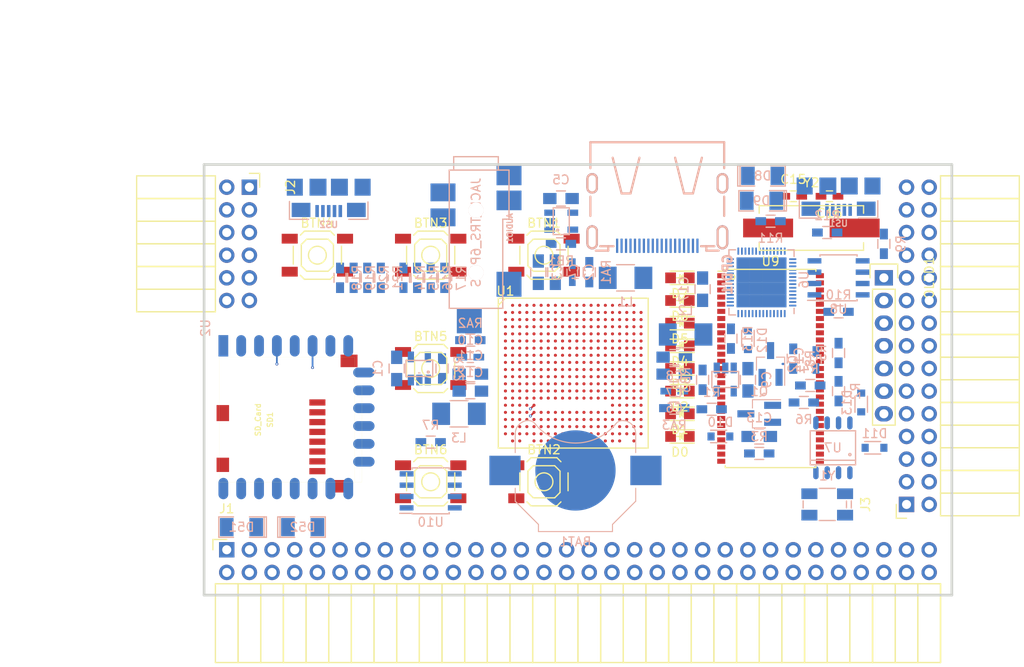
<source format=kicad_pcb>
(kicad_pcb (version 4) (host pcbnew 4.0.5+dfsg1-4)

  (general
    (links 422)
    (no_connects 420)
    (area 93.949999 61.269999 178.070001 109.830001)
    (thickness 1.6)
    (drawings 10)
    (tracks 14)
    (zones 0)
    (modules 93)
    (nets 112)
  )

  (page A4)
  (layers
    (0 F.Cu signal)
    (1 In1.Cu signal)
    (2 In2.Cu signal)
    (31 B.Cu signal)
    (32 B.Adhes user)
    (33 F.Adhes user)
    (34 B.Paste user)
    (35 F.Paste user)
    (36 B.SilkS user)
    (37 F.SilkS user)
    (38 B.Mask user)
    (39 F.Mask user)
    (40 Dwgs.User user)
    (41 Cmts.User user)
    (42 Eco1.User user)
    (43 Eco2.User user)
    (44 Edge.Cuts user)
    (45 Margin user)
    (46 B.CrtYd user)
    (47 F.CrtYd user)
    (48 B.Fab user)
    (49 F.Fab user)
  )

  (setup
    (last_trace_width 0.25)
    (trace_clearance 0.2)
    (zone_clearance 0.508)
    (zone_45_only no)
    (trace_min 0.2)
    (segment_width 0.2)
    (edge_width 0.2)
    (via_size 0.6)
    (via_drill 0.4)
    (via_min_size 0.2)
    (via_min_drill 0.1)
    (uvia_size 0.3)
    (uvia_drill 0.1)
    (uvias_allowed no)
    (uvia_min_size 0.2)
    (uvia_min_drill 0.1)
    (pcb_text_width 0.3)
    (pcb_text_size 1.5 1.5)
    (mod_edge_width 0.15)
    (mod_text_size 1 1)
    (mod_text_width 0.15)
    (pad_size 1.524 1.524)
    (pad_drill 0.762)
    (pad_to_mask_clearance 0.2)
    (aux_axis_origin 82.67 62.69)
    (grid_origin 86.48 79.2)
    (visible_elements 7FFFFFFF)
    (pcbplotparams
      (layerselection 0x010f0_80000007)
      (usegerberextensions false)
      (excludeedgelayer true)
      (linewidth 0.100000)
      (plotframeref false)
      (viasonmask false)
      (mode 1)
      (useauxorigin false)
      (hpglpennumber 1)
      (hpglpenspeed 20)
      (hpglpendiameter 15)
      (hpglpenoverlay 2)
      (psnegative false)
      (psa4output false)
      (plotreference true)
      (plotvalue true)
      (plotinvisibletext false)
      (padsonsilk false)
      (subtractmaskfromsilk false)
      (outputformat 1)
      (mirror false)
      (drillshape 0)
      (scaleselection 1)
      (outputdirectory plot))
  )

  (net 0 "")
  (net 1 GND)
  (net 2 +5V)
  (net 3 /gpio/IN5V)
  (net 4 /gpio/OUT5V)
  (net 5 /gpio/P5)
  (net 6 /gpio/P6)
  (net 7 /gpio/P7)
  (net 8 /gpio/P8)
  (net 9 /gpio/P11)
  (net 10 /gpio/P12)
  (net 11 /gpio/P13)
  (net 12 /gpio/P14)
  (net 13 /gpio/P17)
  (net 14 /gpio/P18)
  (net 15 /gpio/P19)
  (net 16 /gpio/P20)
  (net 17 /gpio/P21)
  (net 18 /gpio/P22)
  (net 19 /gpio/P23)
  (net 20 /gpio/P24)
  (net 21 /gpio/P25)
  (net 22 /gpio/P26)
  (net 23 /gpio/P27)
  (net 24 /gpio/P28)
  (net 25 /gpio/P29)
  (net 26 /gpio/P30)
  (net 27 /gpio/P9)
  (net 28 /gpio/P10)
  (net 29 /gpio/P15)
  (net 30 /gpio/P16)
  (net 31 /gpio/P31)
  (net 32 /gpio/P32)
  (net 33 /gpio/P33)
  (net 34 /gpio/P34)
  (net 35 /gpio/P35)
  (net 36 /gpio/P36)
  (net 37 /gpio/P37)
  (net 38 /gpio/P38)
  (net 39 /gpio/P39)
  (net 40 /gpio/P40)
  (net 41 /gpio/P41)
  (net 42 /gpio/P42)
  (net 43 /gpio/P43)
  (net 44 /gpio/P44)
  (net 45 /gpio/P45)
  (net 46 /gpio/P46)
  (net 47 /gpio/P47)
  (net 48 /gpio/P48)
  (net 49 /gpio/P49)
  (net 50 /gpio/P50)
  (net 51 /gpio/P51)
  (net 52 /gpio/P52)
  (net 53 /gpio/P53)
  (net 54 /gpio/P54)
  (net 55 /gpio/P55)
  (net 56 /gpio/P56)
  (net 57 /gpio/P57)
  (net 58 /gpio/P58)
  (net 59 /gpio/P59)
  (net 60 /gpio/P60)
  (net 61 +3V3)
  (net 62 "Net-(L1-Pad1)")
  (net 63 "Net-(L2-Pad1)")
  (net 64 +1V2)
  (net 65 BTN_D)
  (net 66 BTN_F1)
  (net 67 BTN_F2)
  (net 68 BTN_L)
  (net 69 BTN_R)
  (net 70 BTN_U)
  (net 71 "Net-(BTN1-Pad1)")
  (net 72 /power/FB1)
  (net 73 +2V5)
  (net 74 "Net-(L3-Pad1)")
  (net 75 /power/PWREN)
  (net 76 /power/FB3)
  (net 77 /power/FB2)
  (net 78 /usb/USB5V)
  (net 79 "Net-(D9-Pad1)")
  (net 80 /power/VBAT)
  (net 81 SD_3)
  (net 82 SD_MTMS)
  (net 83 SD_MTCK)
  (net 84 SD_MTDO)
  (net 85 SD_MTDI)
  (net 86 JTAG_TDI)
  (net 87 JTAG_TCK)
  (net 88 JTAG_TMS)
  (net 89 JTAG_TDO)
  (net 90 /power/WAKEUPn)
  (net 91 /power/WKUP)
  (net 92 /power/SHUT)
  (net 93 /power/WAKE)
  (net 94 /power/HOLD)
  (net 95 /power/WKn)
  (net 96 /power/OSCI_32k)
  (net 97 /power/OSCO_32k)
  (net 98 /usb/OSCI_12M)
  (net 99 +1V8)
  (net 100 FTDI_nSUSPEND)
  (net 101 USB_FTDI_DM)
  (net 102 USB_FTDI_DP)
  (net 103 /usb/OSCO_12M)
  (net 104 "Net-(Q2-Pad3)")
  (net 105 /usb/EECLK)
  (net 106 /usb/EECS)
  (net 107 "Net-(R11-Pad2)")
  (net 108 /usb/EEDATA)
  (net 109 SHUTDOWN)
  (net 110 /analog/AUDIO_L)
  (net 111 /analog/AUDIO_R)

  (net_class Default "This is the default net class."
    (clearance 0.2)
    (trace_width 0.25)
    (via_dia 0.6)
    (via_drill 0.4)
    (uvia_dia 0.3)
    (uvia_drill 0.1)
    (add_net +1V2)
    (add_net +1V8)
    (add_net +2V5)
    (add_net +3V3)
    (add_net +5V)
    (add_net /analog/AUDIO_L)
    (add_net /analog/AUDIO_R)
    (add_net /gpio/IN5V)
    (add_net /gpio/OUT5V)
    (add_net /gpio/P10)
    (add_net /gpio/P11)
    (add_net /gpio/P12)
    (add_net /gpio/P13)
    (add_net /gpio/P14)
    (add_net /gpio/P15)
    (add_net /gpio/P16)
    (add_net /gpio/P17)
    (add_net /gpio/P18)
    (add_net /gpio/P19)
    (add_net /gpio/P20)
    (add_net /gpio/P21)
    (add_net /gpio/P22)
    (add_net /gpio/P23)
    (add_net /gpio/P24)
    (add_net /gpio/P25)
    (add_net /gpio/P26)
    (add_net /gpio/P27)
    (add_net /gpio/P28)
    (add_net /gpio/P29)
    (add_net /gpio/P30)
    (add_net /gpio/P31)
    (add_net /gpio/P32)
    (add_net /gpio/P33)
    (add_net /gpio/P34)
    (add_net /gpio/P35)
    (add_net /gpio/P36)
    (add_net /gpio/P37)
    (add_net /gpio/P38)
    (add_net /gpio/P39)
    (add_net /gpio/P40)
    (add_net /gpio/P41)
    (add_net /gpio/P42)
    (add_net /gpio/P43)
    (add_net /gpio/P44)
    (add_net /gpio/P45)
    (add_net /gpio/P46)
    (add_net /gpio/P47)
    (add_net /gpio/P48)
    (add_net /gpio/P49)
    (add_net /gpio/P5)
    (add_net /gpio/P50)
    (add_net /gpio/P51)
    (add_net /gpio/P52)
    (add_net /gpio/P53)
    (add_net /gpio/P54)
    (add_net /gpio/P55)
    (add_net /gpio/P56)
    (add_net /gpio/P57)
    (add_net /gpio/P58)
    (add_net /gpio/P59)
    (add_net /gpio/P6)
    (add_net /gpio/P60)
    (add_net /gpio/P7)
    (add_net /gpio/P8)
    (add_net /gpio/P9)
    (add_net /power/FB1)
    (add_net /power/FB2)
    (add_net /power/FB3)
    (add_net /power/HOLD)
    (add_net /power/OSCI_32k)
    (add_net /power/OSCO_32k)
    (add_net /power/PWREN)
    (add_net /power/SHUT)
    (add_net /power/VBAT)
    (add_net /power/WAKE)
    (add_net /power/WAKEUPn)
    (add_net /power/WKUP)
    (add_net /power/WKn)
    (add_net /usb/EECLK)
    (add_net /usb/EECS)
    (add_net /usb/EEDATA)
    (add_net /usb/OSCI_12M)
    (add_net /usb/OSCO_12M)
    (add_net /usb/USB5V)
    (add_net BTN_D)
    (add_net BTN_F1)
    (add_net BTN_F2)
    (add_net BTN_L)
    (add_net BTN_R)
    (add_net BTN_U)
    (add_net FTDI_nSUSPEND)
    (add_net "Net-(BTN1-Pad1)")
    (add_net "Net-(D9-Pad1)")
    (add_net "Net-(L1-Pad1)")
    (add_net "Net-(L2-Pad1)")
    (add_net "Net-(L3-Pad1)")
    (add_net "Net-(Q2-Pad3)")
    (add_net "Net-(R11-Pad2)")
    (add_net SD_3)
    (add_net SD_MTCK)
    (add_net SD_MTDI)
    (add_net SD_MTDO)
    (add_net SD_MTMS)
    (add_net SHUTDOWN)
    (add_net USB_FTDI_DM)
    (add_net USB_FTDI_DP)
  )

  (net_class BGA ""
    (clearance 0.1)
    (trace_width 0.2)
    (via_dia 0.33)
    (via_drill 0.15)
    (uvia_dia 0.3)
    (uvia_drill 0.1)
    (add_net GND)
    (add_net JTAG_TCK)
    (add_net JTAG_TDI)
    (add_net JTAG_TDO)
    (add_net JTAG_TMS)
  )

  (module Keystone_3000_1x12mm-CoinCell:Keystone_3000_1x12mm-CoinCell (layer B.Cu) (tedit 58D7D5B5) (tstamp 58D7ADD9)
    (at 135.73 95.71)
    (descr http://www.keyelco.com/product-pdf.cfm?p=777)
    (tags "Keystone type 3000 coin cell retainer")
    (path /58D51CAD/58D72202)
    (attr smd)
    (fp_text reference BAT1 (at 0 8) (layer B.SilkS)
      (effects (font (size 1 1) (thickness 0.15)) (justify mirror))
    )
    (fp_text value CR1225 (at 0 -7.5) (layer B.Fab)
      (effects (font (size 1 1) (thickness 0.15)) (justify mirror))
    )
    (fp_arc (start 0 0) (end 0 -6.75) (angle -36.6) (layer B.CrtYd) (width 0.05))
    (fp_arc (start 0.11 -9.15) (end 4.22 -5.65) (angle 3.1) (layer B.CrtYd) (width 0.05))
    (fp_arc (start 0.11 -9.15) (end -4.22 -5.65) (angle -3.1) (layer B.CrtYd) (width 0.05))
    (fp_arc (start 0 0) (end 0 -6.75) (angle 36.6) (layer B.CrtYd) (width 0.05))
    (fp_arc (start 5.25 -4.1) (end 5.3 -6.1) (angle 90) (layer B.CrtYd) (width 0.05))
    (fp_arc (start 5.29 -4.6) (end 4.22 -5.65) (angle 54.1) (layer B.CrtYd) (width 0.05))
    (fp_arc (start -5.29 -4.6) (end -4.22 -5.65) (angle -54.1) (layer B.CrtYd) (width 0.05))
    (fp_circle (center 0 0) (end 0 -6.25) (layer Dwgs.User) (width 0.15))
    (fp_arc (start 5.29 -4.6) (end 4.5 -5.2) (angle 60) (layer B.SilkS) (width 0.12))
    (fp_arc (start -5.29 -4.6) (end -4.5 -5.2) (angle -60) (layer B.SilkS) (width 0.12))
    (fp_arc (start 0 -8.9) (end -4.5 -5.2) (angle -101) (layer B.SilkS) (width 0.12))
    (fp_arc (start 5.29 -4.6) (end 4.6 -5.1) (angle 60) (layer B.Fab) (width 0.1))
    (fp_arc (start -5.29 -4.6) (end -4.6 -5.1) (angle -60) (layer B.Fab) (width 0.1))
    (fp_arc (start 0 -8.9) (end -4.6 -5.1) (angle -101) (layer B.Fab) (width 0.1))
    (fp_arc (start -5.25 -4.1) (end -5.3 -6.1) (angle -90) (layer B.CrtYd) (width 0.05))
    (fp_arc (start 5.25 -4.1) (end 5.3 -5.6) (angle 90) (layer B.SilkS) (width 0.12))
    (fp_arc (start -5.25 -4.1) (end -5.3 -5.6) (angle -90) (layer B.SilkS) (width 0.12))
    (fp_line (start -7.25 -2.15) (end -7.25 -4.1) (layer B.CrtYd) (width 0.05))
    (fp_line (start 7.25 -2.15) (end 7.25 -4.1) (layer B.CrtYd) (width 0.05))
    (fp_line (start 6.75 -2) (end 6.75 -4.1) (layer B.SilkS) (width 0.12))
    (fp_line (start -6.75 -2) (end -6.75 -4.1) (layer B.SilkS) (width 0.12))
    (fp_arc (start 5.25 -4.1) (end 5.3 -5.45) (angle 90) (layer B.Fab) (width 0.1))
    (fp_line (start 7.25 2.15) (end 7.25 3.8) (layer B.CrtYd) (width 0.05))
    (fp_line (start 7.25 3.8) (end 4.65 6.4) (layer B.CrtYd) (width 0.05))
    (fp_line (start 4.65 6.4) (end 4.65 7.35) (layer B.CrtYd) (width 0.05))
    (fp_line (start -4.65 7.35) (end 4.65 7.35) (layer B.CrtYd) (width 0.05))
    (fp_line (start -4.65 6.4) (end -4.65 7.35) (layer B.CrtYd) (width 0.05))
    (fp_line (start -7.25 3.8) (end -4.65 6.4) (layer B.CrtYd) (width 0.05))
    (fp_line (start -7.25 2.15) (end -7.25 3.8) (layer B.CrtYd) (width 0.05))
    (fp_line (start -6.75 2) (end -6.75 3.45) (layer B.SilkS) (width 0.12))
    (fp_line (start -6.75 3.45) (end -4.15 6.05) (layer B.SilkS) (width 0.12))
    (fp_line (start -4.15 6.05) (end -4.15 6.85) (layer B.SilkS) (width 0.12))
    (fp_line (start -4.15 6.85) (end 4.15 6.85) (layer B.SilkS) (width 0.12))
    (fp_line (start 4.15 6.85) (end 4.15 6.05) (layer B.SilkS) (width 0.12))
    (fp_line (start 4.15 6.05) (end 6.75 3.45) (layer B.SilkS) (width 0.12))
    (fp_line (start 6.75 3.45) (end 6.75 2) (layer B.SilkS) (width 0.12))
    (fp_line (start -7.25 2.15) (end -10.15 2.15) (layer B.CrtYd) (width 0.05))
    (fp_line (start -10.15 2.15) (end -10.15 -2.15) (layer B.CrtYd) (width 0.05))
    (fp_line (start -10.15 -2.15) (end -7.25 -2.15) (layer B.CrtYd) (width 0.05))
    (fp_line (start 7.25 2.15) (end 10.15 2.15) (layer B.CrtYd) (width 0.05))
    (fp_line (start 10.15 2.15) (end 10.15 -2.15) (layer B.CrtYd) (width 0.05))
    (fp_line (start 10.15 -2.15) (end 7.25 -2.15) (layer B.CrtYd) (width 0.05))
    (fp_arc (start -5.25 -4.1) (end -5.3 -5.45) (angle -90) (layer B.Fab) (width 0.1))
    (fp_line (start 6.6 3.4) (end 6.6 -4.1) (layer B.Fab) (width 0.1))
    (fp_line (start -6.6 3.4) (end -6.6 -4.1) (layer B.Fab) (width 0.1))
    (fp_line (start 4 6) (end 6.6 3.4) (layer B.Fab) (width 0.1))
    (fp_line (start -4 6) (end -6.6 3.4) (layer B.Fab) (width 0.1))
    (fp_line (start 4 6.7) (end 4 6) (layer B.Fab) (width 0.1))
    (fp_line (start -4 6.7) (end -4 6) (layer B.Fab) (width 0.1))
    (fp_line (start -4 6.7) (end 4 6.7) (layer B.Fab) (width 0.1))
    (pad 1 smd rect (at -7.9 0) (size 3.5 3.3) (layers B.Cu B.Paste B.Mask)
      (net 80 /power/VBAT))
    (pad 1 smd rect (at 7.9 0) (size 3.5 3.3) (layers B.Cu B.Paste B.Mask)
      (net 80 /power/VBAT))
    (pad 2 smd circle (at 0 0) (size 9 9) (layers B.Cu B.Mask)
      (net 1 GND))
    (model Battery_Holders.3dshapes/Keystone_3000_1x12mm-CoinCell.wrl
      (at (xyz 0 0 0))
      (scale (xyz 1 1 1))
      (rotate (xyz 0 0 0))
    )
  )

  (module SMD_Packages:SMD-1206_Pol (layer B.Cu) (tedit 0) (tstamp 56AA106E)
    (at 105.149 102.06)
    (path /56AC389C/56AC4846)
    (attr smd)
    (fp_text reference D52 (at 0 0) (layer B.SilkS)
      (effects (font (size 1 1) (thickness 0.15)) (justify mirror))
    )
    (fp_text value 2A (at 0 0) (layer B.Fab)
      (effects (font (size 1 1) (thickness 0.15)) (justify mirror))
    )
    (fp_line (start -2.54 1.143) (end -2.794 1.143) (layer B.SilkS) (width 0.15))
    (fp_line (start -2.794 1.143) (end -2.794 -1.143) (layer B.SilkS) (width 0.15))
    (fp_line (start -2.794 -1.143) (end -2.54 -1.143) (layer B.SilkS) (width 0.15))
    (fp_line (start -2.54 1.143) (end -2.54 -1.143) (layer B.SilkS) (width 0.15))
    (fp_line (start -2.54 -1.143) (end -0.889 -1.143) (layer B.SilkS) (width 0.15))
    (fp_line (start 0.889 1.143) (end 2.54 1.143) (layer B.SilkS) (width 0.15))
    (fp_line (start 2.54 1.143) (end 2.54 -1.143) (layer B.SilkS) (width 0.15))
    (fp_line (start 2.54 -1.143) (end 0.889 -1.143) (layer B.SilkS) (width 0.15))
    (fp_line (start -0.889 1.143) (end -2.54 1.143) (layer B.SilkS) (width 0.15))
    (pad 1 smd rect (at -1.651 0) (size 1.524 2.032) (layers B.Cu B.Paste B.Mask)
      (net 4 /gpio/OUT5V))
    (pad 2 smd rect (at 1.651 0) (size 1.524 2.032) (layers B.Cu B.Paste B.Mask))
    (model SMD_Packages.3dshapes/SMD-1206_Pol.wrl
      (at (xyz 0 0 0))
      (scale (xyz 0.17 0.16 0.16))
      (rotate (xyz 0 0 0))
    )
  )

  (module SMD_Packages:SMD-1206_Pol (layer B.Cu) (tedit 0) (tstamp 56AA1068)
    (at 98.291 102.06 180)
    (path /56AC389C/56AC483B)
    (attr smd)
    (fp_text reference D51 (at 0 0 180) (layer B.SilkS)
      (effects (font (size 1 1) (thickness 0.15)) (justify mirror))
    )
    (fp_text value 2A (at 0 0 180) (layer B.Fab)
      (effects (font (size 1 1) (thickness 0.15)) (justify mirror))
    )
    (fp_line (start -2.54 1.143) (end -2.794 1.143) (layer B.SilkS) (width 0.15))
    (fp_line (start -2.794 1.143) (end -2.794 -1.143) (layer B.SilkS) (width 0.15))
    (fp_line (start -2.794 -1.143) (end -2.54 -1.143) (layer B.SilkS) (width 0.15))
    (fp_line (start -2.54 1.143) (end -2.54 -1.143) (layer B.SilkS) (width 0.15))
    (fp_line (start -2.54 -1.143) (end -0.889 -1.143) (layer B.SilkS) (width 0.15))
    (fp_line (start 0.889 1.143) (end 2.54 1.143) (layer B.SilkS) (width 0.15))
    (fp_line (start 2.54 1.143) (end 2.54 -1.143) (layer B.SilkS) (width 0.15))
    (fp_line (start 2.54 -1.143) (end 0.889 -1.143) (layer B.SilkS) (width 0.15))
    (fp_line (start -0.889 1.143) (end -2.54 1.143) (layer B.SilkS) (width 0.15))
    (pad 1 smd rect (at -1.651 0 180) (size 1.524 2.032) (layers B.Cu B.Paste B.Mask)
      (net 2 +5V))
    (pad 2 smd rect (at 1.651 0 180) (size 1.524 2.032) (layers B.Cu B.Paste B.Mask)
      (net 3 /gpio/IN5V))
    (model SMD_Packages.3dshapes/SMD-1206_Pol.wrl
      (at (xyz 0 0 0))
      (scale (xyz 0.17 0.16 0.16))
      (rotate (xyz 0 0 0))
    )
  )

  (module micro-sd:MicroSD_TF02D (layer F.Cu) (tedit 52721666) (tstamp 56A966AB)
    (at 95.8 90.03 90)
    (path /58DA7327/58DA7C6C)
    (fp_text reference SD1 (at 0 5.7 90) (layer F.SilkS)
      (effects (font (size 0.59944 0.59944) (thickness 0.12446)))
    )
    (fp_text value SD_Card (at 0 4.35 90) (layer F.SilkS)
      (effects (font (size 0.59944 0.59944) (thickness 0.12446)))
    )
    (fp_line (start 3.8 15.2) (end 3.8 16) (layer F.SilkS) (width 0.01016))
    (fp_line (start 3.8 16) (end -7 16) (layer F.SilkS) (width 0.01016))
    (fp_line (start -7 16) (end -7 15.2) (layer F.SilkS) (width 0.01016))
    (fp_line (start 7 0) (end 7 15.2) (layer F.SilkS) (width 0.01016))
    (fp_line (start 7 15.2) (end -7 15.2) (layer F.SilkS) (width 0.01016))
    (fp_line (start -7 15.2) (end -7 0) (layer F.SilkS) (width 0.01016))
    (fp_line (start -7 0) (end 7 0) (layer F.SilkS) (width 0.01016))
    (pad 1 smd rect (at 1.94 11 90) (size 0.7 1.8) (layers F.Cu F.Paste F.Mask)
      (net 81 SD_3))
    (pad 2 smd rect (at 0.84 11 90) (size 0.7 1.8) (layers F.Cu F.Paste F.Mask)
      (net 82 SD_MTMS))
    (pad 3 smd rect (at -0.26 11 90) (size 0.7 1.8) (layers F.Cu F.Paste F.Mask)
      (net 1 GND))
    (pad 4 smd rect (at -1.36 11 90) (size 0.7 1.8) (layers F.Cu F.Paste F.Mask)
      (net 61 +3V3))
    (pad 5 smd rect (at -2.46 11 90) (size 0.7 1.8) (layers F.Cu F.Paste F.Mask)
      (net 83 SD_MTCK))
    (pad 6 smd rect (at -3.56 11 90) (size 0.7 1.8) (layers F.Cu F.Paste F.Mask)
      (net 1 GND))
    (pad 7 smd rect (at -4.66 11 90) (size 0.7 1.8) (layers F.Cu F.Paste F.Mask)
      (net 84 SD_MTDO))
    (pad 8 smd rect (at -5.76 11 90) (size 0.7 1.8) (layers F.Cu F.Paste F.Mask)
      (net 85 SD_MTDI))
    (pad S smd rect (at -5.05 0.4 90) (size 1.6 1.4) (layers F.Cu F.Paste F.Mask))
    (pad S smd rect (at 0.75 0.4 90) (size 1.8 1.4) (layers F.Cu F.Paste F.Mask))
    (pad G smd rect (at -7.45 13.55 90) (size 1.4 1.9) (layers F.Cu F.Paste F.Mask))
    (pad G smd rect (at 6.6 14.55 90) (size 1.4 1.9) (layers F.Cu F.Paste F.Mask))
  )

  (module Socket_Strips:Socket_Strip_Angled_2x32 (layer F.Cu) (tedit 0) (tstamp 58D4E99D)
    (at 96.64 104.6)
    (descr "Through hole socket strip")
    (tags "socket strip")
    (path /56AC389C/58D39D36)
    (fp_text reference J1 (at 0 -4.6) (layer F.SilkS)
      (effects (font (size 1 1) (thickness 0.15)))
    )
    (fp_text value CONN_02X32 (at 0 -2.6) (layer F.Fab)
      (effects (font (size 1 1) (thickness 0.15)))
    )
    (fp_line (start -1.75 -1.35) (end -1.75 13.15) (layer F.CrtYd) (width 0.05))
    (fp_line (start 80.5 -1.35) (end 80.5 13.15) (layer F.CrtYd) (width 0.05))
    (fp_line (start -1.75 -1.35) (end 80.5 -1.35) (layer F.CrtYd) (width 0.05))
    (fp_line (start -1.75 13.15) (end 80.5 13.15) (layer F.CrtYd) (width 0.05))
    (fp_line (start 80.01 3.81) (end 80.01 12.64) (layer F.SilkS) (width 0.15))
    (fp_line (start 77.47 3.81) (end 80.01 3.81) (layer F.SilkS) (width 0.15))
    (fp_line (start 77.47 12.64) (end 80.01 12.64) (layer F.SilkS) (width 0.15))
    (fp_line (start 80.01 12.64) (end 80.01 3.81) (layer F.SilkS) (width 0.15))
    (fp_line (start 77.47 12.64) (end 77.47 3.81) (layer F.SilkS) (width 0.15))
    (fp_line (start 74.93 12.64) (end 77.47 12.64) (layer F.SilkS) (width 0.15))
    (fp_line (start 74.93 3.81) (end 77.47 3.81) (layer F.SilkS) (width 0.15))
    (fp_line (start 77.47 3.81) (end 77.47 12.64) (layer F.SilkS) (width 0.15))
    (fp_line (start 54.61 12.64) (end 54.61 3.81) (layer F.SilkS) (width 0.15))
    (fp_line (start 52.07 12.64) (end 54.61 12.64) (layer F.SilkS) (width 0.15))
    (fp_line (start 52.07 3.81) (end 54.61 3.81) (layer F.SilkS) (width 0.15))
    (fp_line (start 54.61 3.81) (end 54.61 12.64) (layer F.SilkS) (width 0.15))
    (fp_line (start 52.07 3.81) (end 52.07 12.64) (layer F.SilkS) (width 0.15))
    (fp_line (start 49.53 3.81) (end 52.07 3.81) (layer F.SilkS) (width 0.15))
    (fp_line (start 49.53 12.64) (end 52.07 12.64) (layer F.SilkS) (width 0.15))
    (fp_line (start 52.07 12.64) (end 52.07 3.81) (layer F.SilkS) (width 0.15))
    (fp_line (start 49.53 12.64) (end 49.53 3.81) (layer F.SilkS) (width 0.15))
    (fp_line (start 46.99 12.64) (end 49.53 12.64) (layer F.SilkS) (width 0.15))
    (fp_line (start 46.99 3.81) (end 49.53 3.81) (layer F.SilkS) (width 0.15))
    (fp_line (start 49.53 3.81) (end 49.53 12.64) (layer F.SilkS) (width 0.15))
    (fp_line (start 62.23 3.81) (end 62.23 12.64) (layer F.SilkS) (width 0.15))
    (fp_line (start 59.69 3.81) (end 62.23 3.81) (layer F.SilkS) (width 0.15))
    (fp_line (start 59.69 12.64) (end 62.23 12.64) (layer F.SilkS) (width 0.15))
    (fp_line (start 62.23 12.64) (end 62.23 3.81) (layer F.SilkS) (width 0.15))
    (fp_line (start 64.77 12.64) (end 64.77 3.81) (layer F.SilkS) (width 0.15))
    (fp_line (start 62.23 12.64) (end 64.77 12.64) (layer F.SilkS) (width 0.15))
    (fp_line (start 62.23 3.81) (end 64.77 3.81) (layer F.SilkS) (width 0.15))
    (fp_line (start 64.77 3.81) (end 64.77 12.64) (layer F.SilkS) (width 0.15))
    (fp_line (start 67.31 3.81) (end 67.31 12.64) (layer F.SilkS) (width 0.15))
    (fp_line (start 64.77 3.81) (end 67.31 3.81) (layer F.SilkS) (width 0.15))
    (fp_line (start 64.77 12.64) (end 67.31 12.64) (layer F.SilkS) (width 0.15))
    (fp_line (start 67.31 12.64) (end 67.31 3.81) (layer F.SilkS) (width 0.15))
    (fp_line (start 69.85 12.64) (end 69.85 3.81) (layer F.SilkS) (width 0.15))
    (fp_line (start 67.31 12.64) (end 69.85 12.64) (layer F.SilkS) (width 0.15))
    (fp_line (start 67.31 3.81) (end 69.85 3.81) (layer F.SilkS) (width 0.15))
    (fp_line (start 69.85 3.81) (end 69.85 12.64) (layer F.SilkS) (width 0.15))
    (fp_line (start 72.39 3.81) (end 72.39 12.64) (layer F.SilkS) (width 0.15))
    (fp_line (start 69.85 3.81) (end 72.39 3.81) (layer F.SilkS) (width 0.15))
    (fp_line (start 69.85 12.64) (end 72.39 12.64) (layer F.SilkS) (width 0.15))
    (fp_line (start 72.39 12.64) (end 72.39 3.81) (layer F.SilkS) (width 0.15))
    (fp_line (start 59.69 12.64) (end 59.69 3.81) (layer F.SilkS) (width 0.15))
    (fp_line (start 57.15 12.64) (end 59.69 12.64) (layer F.SilkS) (width 0.15))
    (fp_line (start 57.15 3.81) (end 59.69 3.81) (layer F.SilkS) (width 0.15))
    (fp_line (start 59.69 3.81) (end 59.69 12.64) (layer F.SilkS) (width 0.15))
    (fp_line (start 57.15 3.81) (end 57.15 12.64) (layer F.SilkS) (width 0.15))
    (fp_line (start 54.61 3.81) (end 57.15 3.81) (layer F.SilkS) (width 0.15))
    (fp_line (start 54.61 12.64) (end 57.15 12.64) (layer F.SilkS) (width 0.15))
    (fp_line (start 57.15 12.64) (end 57.15 3.81) (layer F.SilkS) (width 0.15))
    (fp_line (start 74.93 12.64) (end 74.93 3.81) (layer F.SilkS) (width 0.15))
    (fp_line (start 72.39 12.64) (end 74.93 12.64) (layer F.SilkS) (width 0.15))
    (fp_line (start 72.39 3.81) (end 74.93 3.81) (layer F.SilkS) (width 0.15))
    (fp_line (start 74.93 3.81) (end 74.93 12.64) (layer F.SilkS) (width 0.15))
    (fp_line (start 46.99 3.81) (end 46.99 12.64) (layer F.SilkS) (width 0.15))
    (fp_line (start 44.45 3.81) (end 46.99 3.81) (layer F.SilkS) (width 0.15))
    (fp_line (start 44.45 12.64) (end 46.99 12.64) (layer F.SilkS) (width 0.15))
    (fp_line (start 46.99 12.64) (end 46.99 3.81) (layer F.SilkS) (width 0.15))
    (fp_line (start 29.21 12.64) (end 29.21 3.81) (layer F.SilkS) (width 0.15))
    (fp_line (start 26.67 12.64) (end 29.21 12.64) (layer F.SilkS) (width 0.15))
    (fp_line (start 26.67 3.81) (end 29.21 3.81) (layer F.SilkS) (width 0.15))
    (fp_line (start 29.21 3.81) (end 29.21 12.64) (layer F.SilkS) (width 0.15))
    (fp_line (start 31.75 3.81) (end 31.75 12.64) (layer F.SilkS) (width 0.15))
    (fp_line (start 29.21 3.81) (end 31.75 3.81) (layer F.SilkS) (width 0.15))
    (fp_line (start 29.21 12.64) (end 31.75 12.64) (layer F.SilkS) (width 0.15))
    (fp_line (start 31.75 12.64) (end 31.75 3.81) (layer F.SilkS) (width 0.15))
    (fp_line (start 44.45 12.64) (end 44.45 3.81) (layer F.SilkS) (width 0.15))
    (fp_line (start 41.91 12.64) (end 44.45 12.64) (layer F.SilkS) (width 0.15))
    (fp_line (start 41.91 3.81) (end 44.45 3.81) (layer F.SilkS) (width 0.15))
    (fp_line (start 44.45 3.81) (end 44.45 12.64) (layer F.SilkS) (width 0.15))
    (fp_line (start 41.91 3.81) (end 41.91 12.64) (layer F.SilkS) (width 0.15))
    (fp_line (start 39.37 3.81) (end 41.91 3.81) (layer F.SilkS) (width 0.15))
    (fp_line (start 39.37 12.64) (end 41.91 12.64) (layer F.SilkS) (width 0.15))
    (fp_line (start 41.91 12.64) (end 41.91 3.81) (layer F.SilkS) (width 0.15))
    (fp_line (start 39.37 12.64) (end 39.37 3.81) (layer F.SilkS) (width 0.15))
    (fp_line (start 36.83 12.64) (end 39.37 12.64) (layer F.SilkS) (width 0.15))
    (fp_line (start 36.83 3.81) (end 39.37 3.81) (layer F.SilkS) (width 0.15))
    (fp_line (start 39.37 3.81) (end 39.37 12.64) (layer F.SilkS) (width 0.15))
    (fp_line (start 36.83 3.81) (end 36.83 12.64) (layer F.SilkS) (width 0.15))
    (fp_line (start 34.29 3.81) (end 36.83 3.81) (layer F.SilkS) (width 0.15))
    (fp_line (start 34.29 12.64) (end 36.83 12.64) (layer F.SilkS) (width 0.15))
    (fp_line (start 36.83 12.64) (end 36.83 3.81) (layer F.SilkS) (width 0.15))
    (fp_line (start 34.29 12.64) (end 34.29 3.81) (layer F.SilkS) (width 0.15))
    (fp_line (start 31.75 12.64) (end 34.29 12.64) (layer F.SilkS) (width 0.15))
    (fp_line (start 31.75 3.81) (end 34.29 3.81) (layer F.SilkS) (width 0.15))
    (fp_line (start 34.29 3.81) (end 34.29 12.64) (layer F.SilkS) (width 0.15))
    (fp_line (start 16.51 3.81) (end 16.51 12.64) (layer F.SilkS) (width 0.15))
    (fp_line (start 13.97 3.81) (end 16.51 3.81) (layer F.SilkS) (width 0.15))
    (fp_line (start 13.97 12.64) (end 16.51 12.64) (layer F.SilkS) (width 0.15))
    (fp_line (start 16.51 12.64) (end 16.51 3.81) (layer F.SilkS) (width 0.15))
    (fp_line (start 19.05 12.64) (end 19.05 3.81) (layer F.SilkS) (width 0.15))
    (fp_line (start 16.51 12.64) (end 19.05 12.64) (layer F.SilkS) (width 0.15))
    (fp_line (start 16.51 3.81) (end 19.05 3.81) (layer F.SilkS) (width 0.15))
    (fp_line (start 19.05 3.81) (end 19.05 12.64) (layer F.SilkS) (width 0.15))
    (fp_line (start 21.59 3.81) (end 21.59 12.64) (layer F.SilkS) (width 0.15))
    (fp_line (start 19.05 3.81) (end 21.59 3.81) (layer F.SilkS) (width 0.15))
    (fp_line (start 19.05 12.64) (end 21.59 12.64) (layer F.SilkS) (width 0.15))
    (fp_line (start 21.59 12.64) (end 21.59 3.81) (layer F.SilkS) (width 0.15))
    (fp_line (start 24.13 12.64) (end 24.13 3.81) (layer F.SilkS) (width 0.15))
    (fp_line (start 21.59 12.64) (end 24.13 12.64) (layer F.SilkS) (width 0.15))
    (fp_line (start 21.59 3.81) (end 24.13 3.81) (layer F.SilkS) (width 0.15))
    (fp_line (start 24.13 3.81) (end 24.13 12.64) (layer F.SilkS) (width 0.15))
    (fp_line (start 26.67 3.81) (end 26.67 12.64) (layer F.SilkS) (width 0.15))
    (fp_line (start 24.13 3.81) (end 26.67 3.81) (layer F.SilkS) (width 0.15))
    (fp_line (start 24.13 12.64) (end 26.67 12.64) (layer F.SilkS) (width 0.15))
    (fp_line (start 26.67 12.64) (end 26.67 3.81) (layer F.SilkS) (width 0.15))
    (fp_line (start 13.97 12.64) (end 13.97 3.81) (layer F.SilkS) (width 0.15))
    (fp_line (start 11.43 12.64) (end 13.97 12.64) (layer F.SilkS) (width 0.15))
    (fp_line (start 11.43 3.81) (end 13.97 3.81) (layer F.SilkS) (width 0.15))
    (fp_line (start 13.97 3.81) (end 13.97 12.64) (layer F.SilkS) (width 0.15))
    (fp_line (start 11.43 3.81) (end 11.43 12.64) (layer F.SilkS) (width 0.15))
    (fp_line (start 8.89 3.81) (end 11.43 3.81) (layer F.SilkS) (width 0.15))
    (fp_line (start 8.89 12.64) (end 11.43 12.64) (layer F.SilkS) (width 0.15))
    (fp_line (start 11.43 12.64) (end 11.43 3.81) (layer F.SilkS) (width 0.15))
    (fp_line (start 8.89 12.64) (end 8.89 3.81) (layer F.SilkS) (width 0.15))
    (fp_line (start 6.35 12.64) (end 8.89 12.64) (layer F.SilkS) (width 0.15))
    (fp_line (start 6.35 3.81) (end 8.89 3.81) (layer F.SilkS) (width 0.15))
    (fp_line (start 8.89 3.81) (end 8.89 12.64) (layer F.SilkS) (width 0.15))
    (fp_line (start 6.35 3.81) (end 6.35 12.64) (layer F.SilkS) (width 0.15))
    (fp_line (start 3.81 3.81) (end 6.35 3.81) (layer F.SilkS) (width 0.15))
    (fp_line (start 3.81 12.64) (end 6.35 12.64) (layer F.SilkS) (width 0.15))
    (fp_line (start 6.35 12.64) (end 6.35 3.81) (layer F.SilkS) (width 0.15))
    (fp_line (start 3.81 12.64) (end 3.81 3.81) (layer F.SilkS) (width 0.15))
    (fp_line (start 1.27 12.64) (end 3.81 12.64) (layer F.SilkS) (width 0.15))
    (fp_line (start 1.27 3.81) (end 3.81 3.81) (layer F.SilkS) (width 0.15))
    (fp_line (start 3.81 3.81) (end 3.81 12.64) (layer F.SilkS) (width 0.15))
    (fp_line (start 1.27 3.81) (end 1.27 12.64) (layer F.SilkS) (width 0.15))
    (fp_line (start -1.27 3.81) (end 1.27 3.81) (layer F.SilkS) (width 0.15))
    (fp_line (start 0 -1.15) (end -1.55 -1.15) (layer F.SilkS) (width 0.15))
    (fp_line (start -1.55 -1.15) (end -1.55 0) (layer F.SilkS) (width 0.15))
    (fp_line (start -1.27 3.81) (end -1.27 12.64) (layer F.SilkS) (width 0.15))
    (fp_line (start -1.27 12.64) (end 1.27 12.64) (layer F.SilkS) (width 0.15))
    (fp_line (start 1.27 12.64) (end 1.27 3.81) (layer F.SilkS) (width 0.15))
    (pad 1 thru_hole rect (at 0 0) (size 1.7272 1.7272) (drill 1.016) (layers *.Cu *.Mask)
      (net 3 /gpio/IN5V))
    (pad 2 thru_hole oval (at 0 2.54) (size 1.7272 1.7272) (drill 1.016) (layers *.Cu *.Mask)
      (net 4 /gpio/OUT5V))
    (pad 3 thru_hole oval (at 2.54 0) (size 1.7272 1.7272) (drill 1.016) (layers *.Cu *.Mask)
      (net 1 GND))
    (pad 4 thru_hole oval (at 2.54 2.54) (size 1.7272 1.7272) (drill 1.016) (layers *.Cu *.Mask)
      (net 1 GND))
    (pad 5 thru_hole oval (at 5.08 0) (size 1.7272 1.7272) (drill 1.016) (layers *.Cu *.Mask)
      (net 5 /gpio/P5))
    (pad 6 thru_hole oval (at 5.08 2.54) (size 1.7272 1.7272) (drill 1.016) (layers *.Cu *.Mask)
      (net 6 /gpio/P6))
    (pad 7 thru_hole oval (at 7.62 0) (size 1.7272 1.7272) (drill 1.016) (layers *.Cu *.Mask)
      (net 7 /gpio/P7))
    (pad 8 thru_hole oval (at 7.62 2.54) (size 1.7272 1.7272) (drill 1.016) (layers *.Cu *.Mask)
      (net 8 /gpio/P8))
    (pad 9 thru_hole oval (at 10.16 0) (size 1.7272 1.7272) (drill 1.016) (layers *.Cu *.Mask)
      (net 27 /gpio/P9))
    (pad 10 thru_hole oval (at 10.16 2.54) (size 1.7272 1.7272) (drill 1.016) (layers *.Cu *.Mask)
      (net 28 /gpio/P10))
    (pad 11 thru_hole oval (at 12.7 0) (size 1.7272 1.7272) (drill 1.016) (layers *.Cu *.Mask)
      (net 9 /gpio/P11))
    (pad 12 thru_hole oval (at 12.7 2.54) (size 1.7272 1.7272) (drill 1.016) (layers *.Cu *.Mask)
      (net 10 /gpio/P12))
    (pad 13 thru_hole oval (at 15.24 0) (size 1.7272 1.7272) (drill 1.016) (layers *.Cu *.Mask)
      (net 11 /gpio/P13))
    (pad 14 thru_hole oval (at 15.24 2.54) (size 1.7272 1.7272) (drill 1.016) (layers *.Cu *.Mask)
      (net 12 /gpio/P14))
    (pad 15 thru_hole oval (at 17.78 0) (size 1.7272 1.7272) (drill 1.016) (layers *.Cu *.Mask)
      (net 29 /gpio/P15))
    (pad 16 thru_hole oval (at 17.78 2.54) (size 1.7272 1.7272) (drill 1.016) (layers *.Cu *.Mask)
      (net 30 /gpio/P16))
    (pad 17 thru_hole oval (at 20.32 0) (size 1.7272 1.7272) (drill 1.016) (layers *.Cu *.Mask)
      (net 13 /gpio/P17))
    (pad 18 thru_hole oval (at 20.32 2.54) (size 1.7272 1.7272) (drill 1.016) (layers *.Cu *.Mask)
      (net 14 /gpio/P18))
    (pad 19 thru_hole oval (at 22.86 0) (size 1.7272 1.7272) (drill 1.016) (layers *.Cu *.Mask)
      (net 15 /gpio/P19))
    (pad 20 thru_hole oval (at 22.86 2.54) (size 1.7272 1.7272) (drill 1.016) (layers *.Cu *.Mask)
      (net 16 /gpio/P20))
    (pad 21 thru_hole oval (at 25.4 0) (size 1.7272 1.7272) (drill 1.016) (layers *.Cu *.Mask)
      (net 17 /gpio/P21))
    (pad 22 thru_hole oval (at 25.4 2.54) (size 1.7272 1.7272) (drill 1.016) (layers *.Cu *.Mask)
      (net 18 /gpio/P22))
    (pad 23 thru_hole oval (at 27.94 0) (size 1.7272 1.7272) (drill 1.016) (layers *.Cu *.Mask)
      (net 19 /gpio/P23))
    (pad 24 thru_hole oval (at 27.94 2.54) (size 1.7272 1.7272) (drill 1.016) (layers *.Cu *.Mask)
      (net 20 /gpio/P24))
    (pad 25 thru_hole oval (at 30.48 0) (size 1.7272 1.7272) (drill 1.016) (layers *.Cu *.Mask)
      (net 21 /gpio/P25))
    (pad 26 thru_hole oval (at 30.48 2.54) (size 1.7272 1.7272) (drill 1.016) (layers *.Cu *.Mask)
      (net 22 /gpio/P26))
    (pad 27 thru_hole oval (at 33.02 0) (size 1.7272 1.7272) (drill 1.016) (layers *.Cu *.Mask)
      (net 23 /gpio/P27))
    (pad 28 thru_hole oval (at 33.02 2.54) (size 1.7272 1.7272) (drill 1.016) (layers *.Cu *.Mask)
      (net 24 /gpio/P28))
    (pad 29 thru_hole oval (at 35.56 0) (size 1.7272 1.7272) (drill 1.016) (layers *.Cu *.Mask)
      (net 25 /gpio/P29))
    (pad 30 thru_hole oval (at 35.56 2.54) (size 1.7272 1.7272) (drill 1.016) (layers *.Cu *.Mask)
      (net 26 /gpio/P30))
    (pad 31 thru_hole oval (at 38.1 0) (size 1.7272 1.7272) (drill 1.016) (layers *.Cu *.Mask)
      (net 31 /gpio/P31))
    (pad 32 thru_hole oval (at 38.1 2.54) (size 1.7272 1.7272) (drill 1.016) (layers *.Cu *.Mask)
      (net 32 /gpio/P32))
    (pad 33 thru_hole oval (at 40.64 0) (size 1.7272 1.7272) (drill 1.016) (layers *.Cu *.Mask)
      (net 33 /gpio/P33))
    (pad 34 thru_hole oval (at 40.64 2.54) (size 1.7272 1.7272) (drill 1.016) (layers *.Cu *.Mask)
      (net 34 /gpio/P34))
    (pad 35 thru_hole oval (at 43.18 0) (size 1.7272 1.7272) (drill 1.016) (layers *.Cu *.Mask)
      (net 35 /gpio/P35))
    (pad 36 thru_hole oval (at 43.18 2.54) (size 1.7272 1.7272) (drill 1.016) (layers *.Cu *.Mask)
      (net 36 /gpio/P36))
    (pad 37 thru_hole oval (at 45.72 0) (size 1.7272 1.7272) (drill 1.016) (layers *.Cu *.Mask)
      (net 37 /gpio/P37))
    (pad 38 thru_hole oval (at 45.72 2.54) (size 1.7272 1.7272) (drill 1.016) (layers *.Cu *.Mask)
      (net 38 /gpio/P38))
    (pad 39 thru_hole oval (at 48.26 0) (size 1.7272 1.7272) (drill 1.016) (layers *.Cu *.Mask)
      (net 39 /gpio/P39))
    (pad 40 thru_hole oval (at 48.26 2.54) (size 1.7272 1.7272) (drill 1.016) (layers *.Cu *.Mask)
      (net 40 /gpio/P40))
    (pad 41 thru_hole oval (at 50.8 0) (size 1.7272 1.7272) (drill 1.016) (layers *.Cu *.Mask)
      (net 41 /gpio/P41))
    (pad 42 thru_hole oval (at 50.8 2.54) (size 1.7272 1.7272) (drill 1.016) (layers *.Cu *.Mask)
      (net 42 /gpio/P42))
    (pad 43 thru_hole oval (at 53.34 0) (size 1.7272 1.7272) (drill 1.016) (layers *.Cu *.Mask)
      (net 43 /gpio/P43))
    (pad 44 thru_hole oval (at 53.34 2.54) (size 1.7272 1.7272) (drill 1.016) (layers *.Cu *.Mask)
      (net 44 /gpio/P44))
    (pad 45 thru_hole oval (at 55.88 0) (size 1.7272 1.7272) (drill 1.016) (layers *.Cu *.Mask)
      (net 45 /gpio/P45))
    (pad 46 thru_hole oval (at 55.88 2.54) (size 1.7272 1.7272) (drill 1.016) (layers *.Cu *.Mask)
      (net 46 /gpio/P46))
    (pad 47 thru_hole oval (at 58.42 0) (size 1.7272 1.7272) (drill 1.016) (layers *.Cu *.Mask)
      (net 47 /gpio/P47))
    (pad 48 thru_hole oval (at 58.42 2.54) (size 1.7272 1.7272) (drill 1.016) (layers *.Cu *.Mask)
      (net 48 /gpio/P48))
    (pad 49 thru_hole oval (at 60.96 0) (size 1.7272 1.7272) (drill 1.016) (layers *.Cu *.Mask)
      (net 49 /gpio/P49))
    (pad 50 thru_hole oval (at 60.96 2.54) (size 1.7272 1.7272) (drill 1.016) (layers *.Cu *.Mask)
      (net 50 /gpio/P50))
    (pad 51 thru_hole oval (at 63.5 0) (size 1.7272 1.7272) (drill 1.016) (layers *.Cu *.Mask)
      (net 51 /gpio/P51))
    (pad 52 thru_hole oval (at 63.5 2.54) (size 1.7272 1.7272) (drill 1.016) (layers *.Cu *.Mask)
      (net 52 /gpio/P52))
    (pad 53 thru_hole oval (at 66.04 0) (size 1.7272 1.7272) (drill 1.016) (layers *.Cu *.Mask)
      (net 53 /gpio/P53))
    (pad 54 thru_hole oval (at 66.04 2.54) (size 1.7272 1.7272) (drill 1.016) (layers *.Cu *.Mask)
      (net 54 /gpio/P54))
    (pad 55 thru_hole oval (at 68.58 0) (size 1.7272 1.7272) (drill 1.016) (layers *.Cu *.Mask)
      (net 55 /gpio/P55))
    (pad 56 thru_hole oval (at 68.58 2.54) (size 1.7272 1.7272) (drill 1.016) (layers *.Cu *.Mask)
      (net 56 /gpio/P56))
    (pad 57 thru_hole oval (at 71.12 0) (size 1.7272 1.7272) (drill 1.016) (layers *.Cu *.Mask)
      (net 57 /gpio/P57))
    (pad 58 thru_hole oval (at 71.12 2.54) (size 1.7272 1.7272) (drill 1.016) (layers *.Cu *.Mask)
      (net 58 /gpio/P58))
    (pad 59 thru_hole oval (at 73.66 0) (size 1.7272 1.7272) (drill 1.016) (layers *.Cu *.Mask)
      (net 59 /gpio/P59))
    (pad 60 thru_hole oval (at 73.66 2.54) (size 1.7272 1.7272) (drill 1.016) (layers *.Cu *.Mask)
      (net 60 /gpio/P60))
    (pad 61 thru_hole oval (at 76.2 0) (size 1.7272 1.7272) (drill 1.016) (layers *.Cu *.Mask)
      (net 1 GND))
    (pad 62 thru_hole oval (at 76.2 2.54) (size 1.7272 1.7272) (drill 1.016) (layers *.Cu *.Mask)
      (net 1 GND))
    (pad 63 thru_hole oval (at 78.74 0) (size 1.7272 1.7272) (drill 1.016) (layers *.Cu *.Mask)
      (net 61 +3V3))
    (pad 64 thru_hole oval (at 78.74 2.54) (size 1.7272 1.7272) (drill 1.016) (layers *.Cu *.Mask)
      (net 61 +3V3))
    (model Socket_Strips.3dshapes/Socket_Strip_Angled_2x32.wrl
      (at (xyz 1.55 -0.05 0))
      (scale (xyz 1 1 1))
      (rotate (xyz 0 0 180))
    )
  )

  (module Socket_Strips:Socket_Strip_Angled_2x15 (layer F.Cu) (tedit 0) (tstamp 58D4E9E0)
    (at 172.84 99.52 90)
    (descr "Through hole socket strip")
    (tags "socket strip")
    (path /56AC389C/58D3A6D6)
    (fp_text reference J3 (at 0 -4.6 90) (layer F.SilkS)
      (effects (font (size 1 1) (thickness 0.15)))
    )
    (fp_text value CONN_02X15 (at 0 -2.6 90) (layer F.Fab)
      (effects (font (size 1 1) (thickness 0.15)))
    )
    (fp_line (start -1.75 -1.35) (end -1.75 13.15) (layer F.CrtYd) (width 0.05))
    (fp_line (start 37.35 -1.35) (end 37.35 13.15) (layer F.CrtYd) (width 0.05))
    (fp_line (start -1.75 -1.35) (end 37.35 -1.35) (layer F.CrtYd) (width 0.05))
    (fp_line (start -1.75 13.15) (end 37.35 13.15) (layer F.CrtYd) (width 0.05))
    (fp_line (start 16.51 12.64) (end 16.51 3.81) (layer F.SilkS) (width 0.15))
    (fp_line (start 13.97 12.64) (end 16.51 12.64) (layer F.SilkS) (width 0.15))
    (fp_line (start 13.97 3.81) (end 16.51 3.81) (layer F.SilkS) (width 0.15))
    (fp_line (start 16.51 3.81) (end 16.51 12.64) (layer F.SilkS) (width 0.15))
    (fp_line (start 19.05 3.81) (end 19.05 12.64) (layer F.SilkS) (width 0.15))
    (fp_line (start 16.51 3.81) (end 19.05 3.81) (layer F.SilkS) (width 0.15))
    (fp_line (start 16.51 12.64) (end 19.05 12.64) (layer F.SilkS) (width 0.15))
    (fp_line (start 19.05 12.64) (end 19.05 3.81) (layer F.SilkS) (width 0.15))
    (fp_line (start 21.59 12.64) (end 21.59 3.81) (layer F.SilkS) (width 0.15))
    (fp_line (start 19.05 12.64) (end 21.59 12.64) (layer F.SilkS) (width 0.15))
    (fp_line (start 19.05 3.81) (end 21.59 3.81) (layer F.SilkS) (width 0.15))
    (fp_line (start 21.59 3.81) (end 21.59 12.64) (layer F.SilkS) (width 0.15))
    (fp_line (start 24.13 3.81) (end 24.13 12.64) (layer F.SilkS) (width 0.15))
    (fp_line (start 21.59 3.81) (end 24.13 3.81) (layer F.SilkS) (width 0.15))
    (fp_line (start 21.59 12.64) (end 24.13 12.64) (layer F.SilkS) (width 0.15))
    (fp_line (start 24.13 12.64) (end 24.13 3.81) (layer F.SilkS) (width 0.15))
    (fp_line (start 26.67 3.81) (end 26.67 12.64) (layer F.SilkS) (width 0.15))
    (fp_line (start 24.13 3.81) (end 26.67 3.81) (layer F.SilkS) (width 0.15))
    (fp_line (start 24.13 12.64) (end 26.67 12.64) (layer F.SilkS) (width 0.15))
    (fp_line (start 26.67 12.64) (end 26.67 3.81) (layer F.SilkS) (width 0.15))
    (fp_line (start 29.21 12.64) (end 29.21 3.81) (layer F.SilkS) (width 0.15))
    (fp_line (start 26.67 12.64) (end 29.21 12.64) (layer F.SilkS) (width 0.15))
    (fp_line (start 26.67 3.81) (end 29.21 3.81) (layer F.SilkS) (width 0.15))
    (fp_line (start 29.21 3.81) (end 29.21 12.64) (layer F.SilkS) (width 0.15))
    (fp_line (start 31.75 3.81) (end 31.75 12.64) (layer F.SilkS) (width 0.15))
    (fp_line (start 29.21 3.81) (end 31.75 3.81) (layer F.SilkS) (width 0.15))
    (fp_line (start 29.21 12.64) (end 31.75 12.64) (layer F.SilkS) (width 0.15))
    (fp_line (start 31.75 12.64) (end 31.75 3.81) (layer F.SilkS) (width 0.15))
    (fp_line (start 34.29 12.64) (end 34.29 3.81) (layer F.SilkS) (width 0.15))
    (fp_line (start 31.75 12.64) (end 34.29 12.64) (layer F.SilkS) (width 0.15))
    (fp_line (start 31.75 3.81) (end 34.29 3.81) (layer F.SilkS) (width 0.15))
    (fp_line (start 34.29 3.81) (end 34.29 12.64) (layer F.SilkS) (width 0.15))
    (fp_line (start 36.83 3.81) (end 36.83 12.64) (layer F.SilkS) (width 0.15))
    (fp_line (start 34.29 3.81) (end 36.83 3.81) (layer F.SilkS) (width 0.15))
    (fp_line (start 34.29 12.64) (end 36.83 12.64) (layer F.SilkS) (width 0.15))
    (fp_line (start 36.83 12.64) (end 36.83 3.81) (layer F.SilkS) (width 0.15))
    (fp_line (start 13.97 12.64) (end 13.97 3.81) (layer F.SilkS) (width 0.15))
    (fp_line (start 11.43 12.64) (end 13.97 12.64) (layer F.SilkS) (width 0.15))
    (fp_line (start 11.43 3.81) (end 13.97 3.81) (layer F.SilkS) (width 0.15))
    (fp_line (start 13.97 3.81) (end 13.97 12.64) (layer F.SilkS) (width 0.15))
    (fp_line (start 11.43 3.81) (end 11.43 12.64) (layer F.SilkS) (width 0.15))
    (fp_line (start 8.89 3.81) (end 11.43 3.81) (layer F.SilkS) (width 0.15))
    (fp_line (start 8.89 12.64) (end 11.43 12.64) (layer F.SilkS) (width 0.15))
    (fp_line (start 11.43 12.64) (end 11.43 3.81) (layer F.SilkS) (width 0.15))
    (fp_line (start 8.89 12.64) (end 8.89 3.81) (layer F.SilkS) (width 0.15))
    (fp_line (start 6.35 12.64) (end 8.89 12.64) (layer F.SilkS) (width 0.15))
    (fp_line (start 6.35 3.81) (end 8.89 3.81) (layer F.SilkS) (width 0.15))
    (fp_line (start 8.89 3.81) (end 8.89 12.64) (layer F.SilkS) (width 0.15))
    (fp_line (start 6.35 3.81) (end 6.35 12.64) (layer F.SilkS) (width 0.15))
    (fp_line (start 3.81 3.81) (end 6.35 3.81) (layer F.SilkS) (width 0.15))
    (fp_line (start 3.81 12.64) (end 6.35 12.64) (layer F.SilkS) (width 0.15))
    (fp_line (start 6.35 12.64) (end 6.35 3.81) (layer F.SilkS) (width 0.15))
    (fp_line (start 3.81 12.64) (end 3.81 3.81) (layer F.SilkS) (width 0.15))
    (fp_line (start 1.27 12.64) (end 3.81 12.64) (layer F.SilkS) (width 0.15))
    (fp_line (start 1.27 3.81) (end 3.81 3.81) (layer F.SilkS) (width 0.15))
    (fp_line (start 3.81 3.81) (end 3.81 12.64) (layer F.SilkS) (width 0.15))
    (fp_line (start 1.27 3.81) (end 1.27 12.64) (layer F.SilkS) (width 0.15))
    (fp_line (start -1.27 3.81) (end 1.27 3.81) (layer F.SilkS) (width 0.15))
    (fp_line (start 0 -1.15) (end -1.55 -1.15) (layer F.SilkS) (width 0.15))
    (fp_line (start -1.55 -1.15) (end -1.55 0) (layer F.SilkS) (width 0.15))
    (fp_line (start -1.27 3.81) (end -1.27 12.64) (layer F.SilkS) (width 0.15))
    (fp_line (start -1.27 12.64) (end 1.27 12.64) (layer F.SilkS) (width 0.15))
    (fp_line (start 1.27 12.64) (end 1.27 3.81) (layer F.SilkS) (width 0.15))
    (pad 1 thru_hole rect (at 0 0 90) (size 1.7272 1.7272) (drill 1.016) (layers *.Cu *.Mask)
      (net 61 +3V3))
    (pad 2 thru_hole oval (at 0 2.54 90) (size 1.7272 1.7272) (drill 1.016) (layers *.Cu *.Mask)
      (net 61 +3V3))
    (pad 3 thru_hole oval (at 2.54 0 90) (size 1.7272 1.7272) (drill 1.016) (layers *.Cu *.Mask)
      (net 1 GND))
    (pad 4 thru_hole oval (at 2.54 2.54 90) (size 1.7272 1.7272) (drill 1.016) (layers *.Cu *.Mask)
      (net 1 GND))
    (pad 5 thru_hole oval (at 5.08 0 90) (size 1.7272 1.7272) (drill 1.016) (layers *.Cu *.Mask))
    (pad 6 thru_hole oval (at 5.08 2.54 90) (size 1.7272 1.7272) (drill 1.016) (layers *.Cu *.Mask))
    (pad 7 thru_hole oval (at 7.62 0 90) (size 1.7272 1.7272) (drill 1.016) (layers *.Cu *.Mask))
    (pad 8 thru_hole oval (at 7.62 2.54 90) (size 1.7272 1.7272) (drill 1.016) (layers *.Cu *.Mask))
    (pad 9 thru_hole oval (at 10.16 0 90) (size 1.7272 1.7272) (drill 1.016) (layers *.Cu *.Mask))
    (pad 10 thru_hole oval (at 10.16 2.54 90) (size 1.7272 1.7272) (drill 1.016) (layers *.Cu *.Mask))
    (pad 11 thru_hole oval (at 12.7 0 90) (size 1.7272 1.7272) (drill 1.016) (layers *.Cu *.Mask))
    (pad 12 thru_hole oval (at 12.7 2.54 90) (size 1.7272 1.7272) (drill 1.016) (layers *.Cu *.Mask))
    (pad 13 thru_hole oval (at 15.24 0 90) (size 1.7272 1.7272) (drill 1.016) (layers *.Cu *.Mask))
    (pad 14 thru_hole oval (at 15.24 2.54 90) (size 1.7272 1.7272) (drill 1.016) (layers *.Cu *.Mask))
    (pad 15 thru_hole oval (at 17.78 0 90) (size 1.7272 1.7272) (drill 1.016) (layers *.Cu *.Mask))
    (pad 16 thru_hole oval (at 17.78 2.54 90) (size 1.7272 1.7272) (drill 1.016) (layers *.Cu *.Mask))
    (pad 17 thru_hole oval (at 20.32 0 90) (size 1.7272 1.7272) (drill 1.016) (layers *.Cu *.Mask))
    (pad 18 thru_hole oval (at 20.32 2.54 90) (size 1.7272 1.7272) (drill 1.016) (layers *.Cu *.Mask))
    (pad 19 thru_hole oval (at 22.86 0 90) (size 1.7272 1.7272) (drill 1.016) (layers *.Cu *.Mask)
      (net 61 +3V3))
    (pad 20 thru_hole oval (at 22.86 2.54 90) (size 1.7272 1.7272) (drill 1.016) (layers *.Cu *.Mask)
      (net 61 +3V3))
    (pad 21 thru_hole oval (at 25.4 0 90) (size 1.7272 1.7272) (drill 1.016) (layers *.Cu *.Mask)
      (net 1 GND))
    (pad 22 thru_hole oval (at 25.4 2.54 90) (size 1.7272 1.7272) (drill 1.016) (layers *.Cu *.Mask)
      (net 1 GND))
    (pad 23 thru_hole oval (at 27.94 0 90) (size 1.7272 1.7272) (drill 1.016) (layers *.Cu *.Mask))
    (pad 24 thru_hole oval (at 27.94 2.54 90) (size 1.7272 1.7272) (drill 1.016) (layers *.Cu *.Mask))
    (pad 25 thru_hole oval (at 30.48 0 90) (size 1.7272 1.7272) (drill 1.016) (layers *.Cu *.Mask))
    (pad 26 thru_hole oval (at 30.48 2.54 90) (size 1.7272 1.7272) (drill 1.016) (layers *.Cu *.Mask))
    (pad 27 thru_hole oval (at 33.02 0 90) (size 1.7272 1.7272) (drill 1.016) (layers *.Cu *.Mask))
    (pad 28 thru_hole oval (at 33.02 2.54 90) (size 1.7272 1.7272) (drill 1.016) (layers *.Cu *.Mask))
    (pad 29 thru_hole oval (at 35.56 0 90) (size 1.7272 1.7272) (drill 1.016) (layers *.Cu *.Mask))
    (pad 30 thru_hole oval (at 35.56 2.54 90) (size 1.7272 1.7272) (drill 1.016) (layers *.Cu *.Mask))
    (model Socket_Strips.3dshapes/Socket_Strip_Angled_2x15.wrl
      (at (xyz 0.7 -0.05 0))
      (scale (xyz 1 1 1))
      (rotate (xyz 0 0 180))
    )
  )

  (module Socket_Strips:Socket_Strip_Angled_2x06 (layer F.Cu) (tedit 0) (tstamp 58D4F693)
    (at 99.18 63.96 270)
    (descr "Through hole socket strip")
    (tags "socket strip")
    (path /56AC389C/58D50D04)
    (fp_text reference J2 (at 0 -4.6 270) (layer F.SilkS)
      (effects (font (size 1 1) (thickness 0.15)))
    )
    (fp_text value CONN_02X06 (at 0 -2.6 270) (layer F.Fab)
      (effects (font (size 1 1) (thickness 0.15)))
    )
    (fp_line (start -1.75 -1.35) (end -1.75 13.15) (layer F.CrtYd) (width 0.05))
    (fp_line (start 14.45 -1.35) (end 14.45 13.15) (layer F.CrtYd) (width 0.05))
    (fp_line (start -1.75 -1.35) (end 14.45 -1.35) (layer F.CrtYd) (width 0.05))
    (fp_line (start -1.75 13.15) (end 14.45 13.15) (layer F.CrtYd) (width 0.05))
    (fp_line (start 13.97 12.64) (end 13.97 3.81) (layer F.SilkS) (width 0.15))
    (fp_line (start 11.43 12.64) (end 13.97 12.64) (layer F.SilkS) (width 0.15))
    (fp_line (start 11.43 3.81) (end 13.97 3.81) (layer F.SilkS) (width 0.15))
    (fp_line (start 13.97 3.81) (end 13.97 12.64) (layer F.SilkS) (width 0.15))
    (fp_line (start 11.43 3.81) (end 11.43 12.64) (layer F.SilkS) (width 0.15))
    (fp_line (start 8.89 3.81) (end 11.43 3.81) (layer F.SilkS) (width 0.15))
    (fp_line (start 8.89 12.64) (end 11.43 12.64) (layer F.SilkS) (width 0.15))
    (fp_line (start 11.43 12.64) (end 11.43 3.81) (layer F.SilkS) (width 0.15))
    (fp_line (start 8.89 12.64) (end 8.89 3.81) (layer F.SilkS) (width 0.15))
    (fp_line (start 6.35 12.64) (end 8.89 12.64) (layer F.SilkS) (width 0.15))
    (fp_line (start 6.35 3.81) (end 8.89 3.81) (layer F.SilkS) (width 0.15))
    (fp_line (start 8.89 3.81) (end 8.89 12.64) (layer F.SilkS) (width 0.15))
    (fp_line (start 6.35 3.81) (end 6.35 12.64) (layer F.SilkS) (width 0.15))
    (fp_line (start 3.81 3.81) (end 6.35 3.81) (layer F.SilkS) (width 0.15))
    (fp_line (start 3.81 12.64) (end 6.35 12.64) (layer F.SilkS) (width 0.15))
    (fp_line (start 6.35 12.64) (end 6.35 3.81) (layer F.SilkS) (width 0.15))
    (fp_line (start 3.81 12.64) (end 3.81 3.81) (layer F.SilkS) (width 0.15))
    (fp_line (start 1.27 12.64) (end 3.81 12.64) (layer F.SilkS) (width 0.15))
    (fp_line (start 1.27 3.81) (end 3.81 3.81) (layer F.SilkS) (width 0.15))
    (fp_line (start 3.81 3.81) (end 3.81 12.64) (layer F.SilkS) (width 0.15))
    (fp_line (start 1.27 3.81) (end 1.27 12.64) (layer F.SilkS) (width 0.15))
    (fp_line (start -1.27 3.81) (end 1.27 3.81) (layer F.SilkS) (width 0.15))
    (fp_line (start 0 -1.15) (end -1.55 -1.15) (layer F.SilkS) (width 0.15))
    (fp_line (start -1.55 -1.15) (end -1.55 0) (layer F.SilkS) (width 0.15))
    (fp_line (start -1.27 3.81) (end -1.27 12.64) (layer F.SilkS) (width 0.15))
    (fp_line (start -1.27 12.64) (end 1.27 12.64) (layer F.SilkS) (width 0.15))
    (fp_line (start 1.27 12.64) (end 1.27 3.81) (layer F.SilkS) (width 0.15))
    (pad 1 thru_hole rect (at 0 0 270) (size 1.7272 1.7272) (drill 1.016) (layers *.Cu *.Mask)
      (net 61 +3V3))
    (pad 2 thru_hole oval (at 0 2.54 270) (size 1.7272 1.7272) (drill 1.016) (layers *.Cu *.Mask)
      (net 61 +3V3))
    (pad 3 thru_hole oval (at 2.54 0 270) (size 1.7272 1.7272) (drill 1.016) (layers *.Cu *.Mask)
      (net 1 GND))
    (pad 4 thru_hole oval (at 2.54 2.54 270) (size 1.7272 1.7272) (drill 1.016) (layers *.Cu *.Mask)
      (net 1 GND))
    (pad 5 thru_hole oval (at 5.08 0 270) (size 1.7272 1.7272) (drill 1.016) (layers *.Cu *.Mask))
    (pad 6 thru_hole oval (at 5.08 2.54 270) (size 1.7272 1.7272) (drill 1.016) (layers *.Cu *.Mask))
    (pad 7 thru_hole oval (at 7.62 0 270) (size 1.7272 1.7272) (drill 1.016) (layers *.Cu *.Mask))
    (pad 8 thru_hole oval (at 7.62 2.54 270) (size 1.7272 1.7272) (drill 1.016) (layers *.Cu *.Mask))
    (pad 9 thru_hole oval (at 10.16 0 270) (size 1.7272 1.7272) (drill 1.016) (layers *.Cu *.Mask))
    (pad 10 thru_hole oval (at 10.16 2.54 270) (size 1.7272 1.7272) (drill 1.016) (layers *.Cu *.Mask))
    (pad 11 thru_hole oval (at 12.7 0 270) (size 1.7272 1.7272) (drill 1.016) (layers *.Cu *.Mask))
    (pad 12 thru_hole oval (at 12.7 2.54 270) (size 1.7272 1.7272) (drill 1.016) (layers *.Cu *.Mask))
    (model Socket_Strips.3dshapes/Socket_Strip_Angled_2x06.wrl
      (at (xyz 0.25 -0.05 0))
      (scale (xyz 1 1 1))
      (rotate (xyz 0 0 180))
    )
  )

  (module Resistors_SMD:R_1210_HandSoldering (layer B.Cu) (tedit 58307C8D) (tstamp 58D58A37)
    (at 141.344 74.12)
    (descr "Resistor SMD 1210, hand soldering")
    (tags "resistor 1210")
    (path /58D51CAD/58D59D36)
    (attr smd)
    (fp_text reference L1 (at 0 2.7) (layer B.SilkS)
      (effects (font (size 1 1) (thickness 0.15)) (justify mirror))
    )
    (fp_text value 2.2uH (at 0 -2.7) (layer B.Fab)
      (effects (font (size 1 1) (thickness 0.15)) (justify mirror))
    )
    (fp_line (start -1.6 -1.25) (end -1.6 1.25) (layer B.Fab) (width 0.1))
    (fp_line (start 1.6 -1.25) (end -1.6 -1.25) (layer B.Fab) (width 0.1))
    (fp_line (start 1.6 1.25) (end 1.6 -1.25) (layer B.Fab) (width 0.1))
    (fp_line (start -1.6 1.25) (end 1.6 1.25) (layer B.Fab) (width 0.1))
    (fp_line (start -3.3 1.6) (end 3.3 1.6) (layer B.CrtYd) (width 0.05))
    (fp_line (start -3.3 -1.6) (end 3.3 -1.6) (layer B.CrtYd) (width 0.05))
    (fp_line (start -3.3 1.6) (end -3.3 -1.6) (layer B.CrtYd) (width 0.05))
    (fp_line (start 3.3 1.6) (end 3.3 -1.6) (layer B.CrtYd) (width 0.05))
    (fp_line (start 1 -1.475) (end -1 -1.475) (layer B.SilkS) (width 0.15))
    (fp_line (start -1 1.475) (end 1 1.475) (layer B.SilkS) (width 0.15))
    (pad 1 smd rect (at -2 0) (size 2 2.5) (layers B.Cu B.Paste B.Mask)
      (net 62 "Net-(L1-Pad1)"))
    (pad 2 smd rect (at 2 0) (size 2 2.5) (layers B.Cu B.Paste B.Mask)
      (net 64 +1V2))
    (model Resistors_SMD.3dshapes/R_1210_HandSoldering.wrl
      (at (xyz 0 0 0))
      (scale (xyz 1 1 1))
      (rotate (xyz 0 0 0))
    )
  )

  (module TSOT-25:TSOT-25 (layer B.Cu) (tedit 55EFFDDA) (tstamp 58D5976E)
    (at 134.135 67.77 90)
    (path /58D51CAD/58D58840)
    (fp_text reference U3 (at 0 -0.5 90) (layer B.SilkS)
      (effects (font (size 0.15 0.15) (thickness 0.0375)) (justify mirror))
    )
    (fp_text value AP3429A (at 0 0.5 90) (layer B.Fab)
      (effects (font (size 0.15 0.15) (thickness 0.0375)) (justify mirror))
    )
    (fp_circle (center -1 -0.4) (end -0.95 -0.5) (layer B.SilkS) (width 0.15))
    (fp_line (start -1.5 0.9) (end 1.5 0.9) (layer B.SilkS) (width 0.15))
    (fp_line (start 1.5 0.9) (end 1.5 -0.9) (layer B.SilkS) (width 0.15))
    (fp_line (start 1.5 -0.9) (end -1.5 -0.9) (layer B.SilkS) (width 0.15))
    (fp_line (start -1.5 -0.9) (end -1.5 0.9) (layer B.SilkS) (width 0.15))
    (pad 1 smd rect (at -0.95 -1.3 90) (size 0.7 1.2) (layers B.Cu B.Paste B.Mask)
      (net 75 /power/PWREN))
    (pad 2 smd rect (at 0 -1.3 90) (size 0.7 1.2) (layers B.Cu B.Paste B.Mask)
      (net 1 GND))
    (pad 3 smd rect (at 0.95 -1.3 90) (size 0.7 1.2) (layers B.Cu B.Paste B.Mask)
      (net 62 "Net-(L1-Pad1)"))
    (pad 4 smd rect (at 0.95 1.3 90) (size 0.7 1.2) (layers B.Cu B.Paste B.Mask)
      (net 2 +5V))
    (pad 5 smd rect (at -0.95 1.3 90) (size 0.7 1.2) (layers B.Cu B.Paste B.Mask)
      (net 72 /power/FB1))
  )

  (module Resistors_SMD:R_1210_HandSoldering (layer B.Cu) (tedit 58307C8D) (tstamp 58D599B2)
    (at 148.075 80.47 180)
    (descr "Resistor SMD 1210, hand soldering")
    (tags "resistor 1210")
    (path /58D51CAD/58D62964)
    (attr smd)
    (fp_text reference L2 (at 0 2.7 180) (layer B.SilkS)
      (effects (font (size 1 1) (thickness 0.15)) (justify mirror))
    )
    (fp_text value 2.2uH (at 0 -2.7 180) (layer B.Fab)
      (effects (font (size 1 1) (thickness 0.15)) (justify mirror))
    )
    (fp_line (start -1.6 -1.25) (end -1.6 1.25) (layer B.Fab) (width 0.1))
    (fp_line (start 1.6 -1.25) (end -1.6 -1.25) (layer B.Fab) (width 0.1))
    (fp_line (start 1.6 1.25) (end 1.6 -1.25) (layer B.Fab) (width 0.1))
    (fp_line (start -1.6 1.25) (end 1.6 1.25) (layer B.Fab) (width 0.1))
    (fp_line (start -3.3 1.6) (end 3.3 1.6) (layer B.CrtYd) (width 0.05))
    (fp_line (start -3.3 -1.6) (end 3.3 -1.6) (layer B.CrtYd) (width 0.05))
    (fp_line (start -3.3 1.6) (end -3.3 -1.6) (layer B.CrtYd) (width 0.05))
    (fp_line (start 3.3 1.6) (end 3.3 -1.6) (layer B.CrtYd) (width 0.05))
    (fp_line (start 1 -1.475) (end -1 -1.475) (layer B.SilkS) (width 0.15))
    (fp_line (start -1 1.475) (end 1 1.475) (layer B.SilkS) (width 0.15))
    (pad 1 smd rect (at -2 0 180) (size 2 2.5) (layers B.Cu B.Paste B.Mask)
      (net 63 "Net-(L2-Pad1)"))
    (pad 2 smd rect (at 2 0 180) (size 2 2.5) (layers B.Cu B.Paste B.Mask)
      (net 61 +3V3))
    (model Resistors_SMD.3dshapes/R_1210_HandSoldering.wrl
      (at (xyz 0 0 0))
      (scale (xyz 1 1 1))
      (rotate (xyz 0 0 0))
    )
  )

  (module TSOT-25:TSOT-25 (layer B.Cu) (tedit 55EFFDDA) (tstamp 58D599CD)
    (at 152.52 85.52)
    (path /58D51CAD/58D62946)
    (fp_text reference U4 (at 0 -0.5) (layer B.SilkS)
      (effects (font (size 0.15 0.15) (thickness 0.0375)) (justify mirror))
    )
    (fp_text value AP3429A (at 0 0.5) (layer B.Fab)
      (effects (font (size 0.15 0.15) (thickness 0.0375)) (justify mirror))
    )
    (fp_circle (center -1 -0.4) (end -0.95 -0.5) (layer B.SilkS) (width 0.15))
    (fp_line (start -1.5 0.9) (end 1.5 0.9) (layer B.SilkS) (width 0.15))
    (fp_line (start 1.5 0.9) (end 1.5 -0.9) (layer B.SilkS) (width 0.15))
    (fp_line (start 1.5 -0.9) (end -1.5 -0.9) (layer B.SilkS) (width 0.15))
    (fp_line (start -1.5 -0.9) (end -1.5 0.9) (layer B.SilkS) (width 0.15))
    (pad 1 smd rect (at -0.95 -1.3) (size 0.7 1.2) (layers B.Cu B.Paste B.Mask)
      (net 75 /power/PWREN))
    (pad 2 smd rect (at 0 -1.3) (size 0.7 1.2) (layers B.Cu B.Paste B.Mask)
      (net 1 GND))
    (pad 3 smd rect (at 0.95 -1.3) (size 0.7 1.2) (layers B.Cu B.Paste B.Mask)
      (net 63 "Net-(L2-Pad1)"))
    (pad 4 smd rect (at 0.95 1.3) (size 0.7 1.2) (layers B.Cu B.Paste B.Mask)
      (net 2 +5V))
    (pad 5 smd rect (at -0.95 1.3) (size 0.7 1.2) (layers B.Cu B.Paste B.Mask)
      (net 76 /power/FB3))
  )

  (module Buttons_Switches_SMD:SW_SPST_SKQG (layer F.Cu) (tedit 56EC5E16) (tstamp 58D6598E)
    (at 132.2 71.58)
    (descr "ALPS 5.2mm Square Low-profile TACT Switch (SMD)")
    (tags "SPST Button Switch")
    (path /58D6547C/58D66056)
    (attr smd)
    (fp_text reference BTN1 (at 0 -3.6) (layer F.SilkS)
      (effects (font (size 1 1) (thickness 0.15)))
    )
    (fp_text value FIRE1 (at 0 3.7) (layer F.Fab)
      (effects (font (size 1 1) (thickness 0.15)))
    )
    (fp_line (start -4.25 -2.95) (end -4.25 2.95) (layer F.CrtYd) (width 0.05))
    (fp_line (start 4.25 -2.95) (end -4.25 -2.95) (layer F.CrtYd) (width 0.05))
    (fp_line (start 4.25 2.95) (end 4.25 -2.95) (layer F.CrtYd) (width 0.05))
    (fp_line (start -4.25 2.95) (end 4.25 2.95) (layer F.CrtYd) (width 0.05))
    (fp_circle (center 0 0) (end 1 0) (layer F.SilkS) (width 0.15))
    (fp_line (start -1.2 -1.8) (end 1.2 -1.8) (layer F.SilkS) (width 0.15))
    (fp_line (start -1.8 -1.2) (end -1.2 -1.8) (layer F.SilkS) (width 0.15))
    (fp_line (start -1.8 1.2) (end -1.8 -1.2) (layer F.SilkS) (width 0.15))
    (fp_line (start -1.2 1.8) (end -1.8 1.2) (layer F.SilkS) (width 0.15))
    (fp_line (start 1.2 1.8) (end -1.2 1.8) (layer F.SilkS) (width 0.15))
    (fp_line (start 1.8 1.2) (end 1.2 1.8) (layer F.SilkS) (width 0.15))
    (fp_line (start 1.8 -1.2) (end 1.8 1.2) (layer F.SilkS) (width 0.15))
    (fp_line (start 1.2 -1.8) (end 1.8 -1.2) (layer F.SilkS) (width 0.15))
    (fp_line (start -1.45 -2.7) (end 1.45 -2.7) (layer F.SilkS) (width 0.15))
    (fp_line (start -1.9 -2.25) (end -1.45 -2.7) (layer F.SilkS) (width 0.15))
    (fp_line (start -2.7 1) (end -2.7 -1) (layer F.SilkS) (width 0.15))
    (fp_line (start -1.45 2.7) (end -1.9 2.25) (layer F.SilkS) (width 0.15))
    (fp_line (start 1.45 2.7) (end -1.45 2.7) (layer F.SilkS) (width 0.15))
    (fp_line (start 1.9 2.25) (end 1.45 2.7) (layer F.SilkS) (width 0.15))
    (fp_line (start 2.7 -1) (end 2.7 1) (layer F.SilkS) (width 0.15))
    (fp_line (start 1.45 -2.7) (end 1.9 -2.25) (layer F.SilkS) (width 0.15))
    (pad 1 smd rect (at -3.1 -1.85) (size 1.8 1.1) (layers F.Cu F.Paste F.Mask)
      (net 71 "Net-(BTN1-Pad1)"))
    (pad 1 smd rect (at 3.1 -1.85) (size 1.8 1.1) (layers F.Cu F.Paste F.Mask)
      (net 71 "Net-(BTN1-Pad1)"))
    (pad 2 smd rect (at -3.1 1.85) (size 1.8 1.1) (layers F.Cu F.Paste F.Mask)
      (net 66 BTN_F1))
    (pad 2 smd rect (at 3.1 1.85) (size 1.8 1.1) (layers F.Cu F.Paste F.Mask)
      (net 66 BTN_F1))
  )

  (module Buttons_Switches_SMD:SW_SPST_SKQG (layer F.Cu) (tedit 56EC5E16) (tstamp 58D65996)
    (at 132.2 96.98)
    (descr "ALPS 5.2mm Square Low-profile TACT Switch (SMD)")
    (tags "SPST Button Switch")
    (path /58D6547C/58D66057)
    (attr smd)
    (fp_text reference BTN2 (at 0 -3.6) (layer F.SilkS)
      (effects (font (size 1 1) (thickness 0.15)))
    )
    (fp_text value FIRE2 (at 0 3.7) (layer F.Fab)
      (effects (font (size 1 1) (thickness 0.15)))
    )
    (fp_line (start -4.25 -2.95) (end -4.25 2.95) (layer F.CrtYd) (width 0.05))
    (fp_line (start 4.25 -2.95) (end -4.25 -2.95) (layer F.CrtYd) (width 0.05))
    (fp_line (start 4.25 2.95) (end 4.25 -2.95) (layer F.CrtYd) (width 0.05))
    (fp_line (start -4.25 2.95) (end 4.25 2.95) (layer F.CrtYd) (width 0.05))
    (fp_circle (center 0 0) (end 1 0) (layer F.SilkS) (width 0.15))
    (fp_line (start -1.2 -1.8) (end 1.2 -1.8) (layer F.SilkS) (width 0.15))
    (fp_line (start -1.8 -1.2) (end -1.2 -1.8) (layer F.SilkS) (width 0.15))
    (fp_line (start -1.8 1.2) (end -1.8 -1.2) (layer F.SilkS) (width 0.15))
    (fp_line (start -1.2 1.8) (end -1.8 1.2) (layer F.SilkS) (width 0.15))
    (fp_line (start 1.2 1.8) (end -1.2 1.8) (layer F.SilkS) (width 0.15))
    (fp_line (start 1.8 1.2) (end 1.2 1.8) (layer F.SilkS) (width 0.15))
    (fp_line (start 1.8 -1.2) (end 1.8 1.2) (layer F.SilkS) (width 0.15))
    (fp_line (start 1.2 -1.8) (end 1.8 -1.2) (layer F.SilkS) (width 0.15))
    (fp_line (start -1.45 -2.7) (end 1.45 -2.7) (layer F.SilkS) (width 0.15))
    (fp_line (start -1.9 -2.25) (end -1.45 -2.7) (layer F.SilkS) (width 0.15))
    (fp_line (start -2.7 1) (end -2.7 -1) (layer F.SilkS) (width 0.15))
    (fp_line (start -1.45 2.7) (end -1.9 2.25) (layer F.SilkS) (width 0.15))
    (fp_line (start 1.45 2.7) (end -1.45 2.7) (layer F.SilkS) (width 0.15))
    (fp_line (start 1.9 2.25) (end 1.45 2.7) (layer F.SilkS) (width 0.15))
    (fp_line (start 2.7 -1) (end 2.7 1) (layer F.SilkS) (width 0.15))
    (fp_line (start 1.45 -2.7) (end 1.9 -2.25) (layer F.SilkS) (width 0.15))
    (pad 1 smd rect (at -3.1 -1.85) (size 1.8 1.1) (layers F.Cu F.Paste F.Mask)
      (net 71 "Net-(BTN1-Pad1)"))
    (pad 1 smd rect (at 3.1 -1.85) (size 1.8 1.1) (layers F.Cu F.Paste F.Mask)
      (net 71 "Net-(BTN1-Pad1)"))
    (pad 2 smd rect (at -3.1 1.85) (size 1.8 1.1) (layers F.Cu F.Paste F.Mask)
      (net 67 BTN_F2))
    (pad 2 smd rect (at 3.1 1.85) (size 1.8 1.1) (layers F.Cu F.Paste F.Mask)
      (net 67 BTN_F2))
  )

  (module Buttons_Switches_SMD:SW_SPST_SKQG (layer F.Cu) (tedit 56EC5E16) (tstamp 58D6599E)
    (at 119.5 71.58)
    (descr "ALPS 5.2mm Square Low-profile TACT Switch (SMD)")
    (tags "SPST Button Switch")
    (path /58D6547C/58D66059)
    (attr smd)
    (fp_text reference BTN3 (at 0 -3.6) (layer F.SilkS)
      (effects (font (size 1 1) (thickness 0.15)))
    )
    (fp_text value UP (at 0 3.7) (layer F.Fab)
      (effects (font (size 1 1) (thickness 0.15)))
    )
    (fp_line (start -4.25 -2.95) (end -4.25 2.95) (layer F.CrtYd) (width 0.05))
    (fp_line (start 4.25 -2.95) (end -4.25 -2.95) (layer F.CrtYd) (width 0.05))
    (fp_line (start 4.25 2.95) (end 4.25 -2.95) (layer F.CrtYd) (width 0.05))
    (fp_line (start -4.25 2.95) (end 4.25 2.95) (layer F.CrtYd) (width 0.05))
    (fp_circle (center 0 0) (end 1 0) (layer F.SilkS) (width 0.15))
    (fp_line (start -1.2 -1.8) (end 1.2 -1.8) (layer F.SilkS) (width 0.15))
    (fp_line (start -1.8 -1.2) (end -1.2 -1.8) (layer F.SilkS) (width 0.15))
    (fp_line (start -1.8 1.2) (end -1.8 -1.2) (layer F.SilkS) (width 0.15))
    (fp_line (start -1.2 1.8) (end -1.8 1.2) (layer F.SilkS) (width 0.15))
    (fp_line (start 1.2 1.8) (end -1.2 1.8) (layer F.SilkS) (width 0.15))
    (fp_line (start 1.8 1.2) (end 1.2 1.8) (layer F.SilkS) (width 0.15))
    (fp_line (start 1.8 -1.2) (end 1.8 1.2) (layer F.SilkS) (width 0.15))
    (fp_line (start 1.2 -1.8) (end 1.8 -1.2) (layer F.SilkS) (width 0.15))
    (fp_line (start -1.45 -2.7) (end 1.45 -2.7) (layer F.SilkS) (width 0.15))
    (fp_line (start -1.9 -2.25) (end -1.45 -2.7) (layer F.SilkS) (width 0.15))
    (fp_line (start -2.7 1) (end -2.7 -1) (layer F.SilkS) (width 0.15))
    (fp_line (start -1.45 2.7) (end -1.9 2.25) (layer F.SilkS) (width 0.15))
    (fp_line (start 1.45 2.7) (end -1.45 2.7) (layer F.SilkS) (width 0.15))
    (fp_line (start 1.9 2.25) (end 1.45 2.7) (layer F.SilkS) (width 0.15))
    (fp_line (start 2.7 -1) (end 2.7 1) (layer F.SilkS) (width 0.15))
    (fp_line (start 1.45 -2.7) (end 1.9 -2.25) (layer F.SilkS) (width 0.15))
    (pad 1 smd rect (at -3.1 -1.85) (size 1.8 1.1) (layers F.Cu F.Paste F.Mask)
      (net 71 "Net-(BTN1-Pad1)"))
    (pad 1 smd rect (at 3.1 -1.85) (size 1.8 1.1) (layers F.Cu F.Paste F.Mask)
      (net 71 "Net-(BTN1-Pad1)"))
    (pad 2 smd rect (at -3.1 1.85) (size 1.8 1.1) (layers F.Cu F.Paste F.Mask)
      (net 70 BTN_U))
    (pad 2 smd rect (at 3.1 1.85) (size 1.8 1.1) (layers F.Cu F.Paste F.Mask)
      (net 70 BTN_U))
  )

  (module Buttons_Switches_SMD:SW_SPST_SKQG (layer F.Cu) (tedit 56EC5E16) (tstamp 58D659A6)
    (at 106.8 71.58)
    (descr "ALPS 5.2mm Square Low-profile TACT Switch (SMD)")
    (tags "SPST Button Switch")
    (path /58D6547C/58D66058)
    (attr smd)
    (fp_text reference BTN4 (at 0 -3.6) (layer F.SilkS)
      (effects (font (size 1 1) (thickness 0.15)))
    )
    (fp_text value DOWN (at 0 3.7) (layer F.Fab)
      (effects (font (size 1 1) (thickness 0.15)))
    )
    (fp_line (start -4.25 -2.95) (end -4.25 2.95) (layer F.CrtYd) (width 0.05))
    (fp_line (start 4.25 -2.95) (end -4.25 -2.95) (layer F.CrtYd) (width 0.05))
    (fp_line (start 4.25 2.95) (end 4.25 -2.95) (layer F.CrtYd) (width 0.05))
    (fp_line (start -4.25 2.95) (end 4.25 2.95) (layer F.CrtYd) (width 0.05))
    (fp_circle (center 0 0) (end 1 0) (layer F.SilkS) (width 0.15))
    (fp_line (start -1.2 -1.8) (end 1.2 -1.8) (layer F.SilkS) (width 0.15))
    (fp_line (start -1.8 -1.2) (end -1.2 -1.8) (layer F.SilkS) (width 0.15))
    (fp_line (start -1.8 1.2) (end -1.8 -1.2) (layer F.SilkS) (width 0.15))
    (fp_line (start -1.2 1.8) (end -1.8 1.2) (layer F.SilkS) (width 0.15))
    (fp_line (start 1.2 1.8) (end -1.2 1.8) (layer F.SilkS) (width 0.15))
    (fp_line (start 1.8 1.2) (end 1.2 1.8) (layer F.SilkS) (width 0.15))
    (fp_line (start 1.8 -1.2) (end 1.8 1.2) (layer F.SilkS) (width 0.15))
    (fp_line (start 1.2 -1.8) (end 1.8 -1.2) (layer F.SilkS) (width 0.15))
    (fp_line (start -1.45 -2.7) (end 1.45 -2.7) (layer F.SilkS) (width 0.15))
    (fp_line (start -1.9 -2.25) (end -1.45 -2.7) (layer F.SilkS) (width 0.15))
    (fp_line (start -2.7 1) (end -2.7 -1) (layer F.SilkS) (width 0.15))
    (fp_line (start -1.45 2.7) (end -1.9 2.25) (layer F.SilkS) (width 0.15))
    (fp_line (start 1.45 2.7) (end -1.45 2.7) (layer F.SilkS) (width 0.15))
    (fp_line (start 1.9 2.25) (end 1.45 2.7) (layer F.SilkS) (width 0.15))
    (fp_line (start 2.7 -1) (end 2.7 1) (layer F.SilkS) (width 0.15))
    (fp_line (start 1.45 -2.7) (end 1.9 -2.25) (layer F.SilkS) (width 0.15))
    (pad 1 smd rect (at -3.1 -1.85) (size 1.8 1.1) (layers F.Cu F.Paste F.Mask)
      (net 71 "Net-(BTN1-Pad1)"))
    (pad 1 smd rect (at 3.1 -1.85) (size 1.8 1.1) (layers F.Cu F.Paste F.Mask)
      (net 71 "Net-(BTN1-Pad1)"))
    (pad 2 smd rect (at -3.1 1.85) (size 1.8 1.1) (layers F.Cu F.Paste F.Mask)
      (net 65 BTN_D))
    (pad 2 smd rect (at 3.1 1.85) (size 1.8 1.1) (layers F.Cu F.Paste F.Mask)
      (net 65 BTN_D))
  )

  (module Buttons_Switches_SMD:SW_SPST_SKQG (layer F.Cu) (tedit 56EC5E16) (tstamp 58D659AE)
    (at 119.5 84.28)
    (descr "ALPS 5.2mm Square Low-profile TACT Switch (SMD)")
    (tags "SPST Button Switch")
    (path /58D6547C/58D6605A)
    (attr smd)
    (fp_text reference BTN5 (at 0 -3.6) (layer F.SilkS)
      (effects (font (size 1 1) (thickness 0.15)))
    )
    (fp_text value LEFT (at 0 3.7) (layer F.Fab)
      (effects (font (size 1 1) (thickness 0.15)))
    )
    (fp_line (start -4.25 -2.95) (end -4.25 2.95) (layer F.CrtYd) (width 0.05))
    (fp_line (start 4.25 -2.95) (end -4.25 -2.95) (layer F.CrtYd) (width 0.05))
    (fp_line (start 4.25 2.95) (end 4.25 -2.95) (layer F.CrtYd) (width 0.05))
    (fp_line (start -4.25 2.95) (end 4.25 2.95) (layer F.CrtYd) (width 0.05))
    (fp_circle (center 0 0) (end 1 0) (layer F.SilkS) (width 0.15))
    (fp_line (start -1.2 -1.8) (end 1.2 -1.8) (layer F.SilkS) (width 0.15))
    (fp_line (start -1.8 -1.2) (end -1.2 -1.8) (layer F.SilkS) (width 0.15))
    (fp_line (start -1.8 1.2) (end -1.8 -1.2) (layer F.SilkS) (width 0.15))
    (fp_line (start -1.2 1.8) (end -1.8 1.2) (layer F.SilkS) (width 0.15))
    (fp_line (start 1.2 1.8) (end -1.2 1.8) (layer F.SilkS) (width 0.15))
    (fp_line (start 1.8 1.2) (end 1.2 1.8) (layer F.SilkS) (width 0.15))
    (fp_line (start 1.8 -1.2) (end 1.8 1.2) (layer F.SilkS) (width 0.15))
    (fp_line (start 1.2 -1.8) (end 1.8 -1.2) (layer F.SilkS) (width 0.15))
    (fp_line (start -1.45 -2.7) (end 1.45 -2.7) (layer F.SilkS) (width 0.15))
    (fp_line (start -1.9 -2.25) (end -1.45 -2.7) (layer F.SilkS) (width 0.15))
    (fp_line (start -2.7 1) (end -2.7 -1) (layer F.SilkS) (width 0.15))
    (fp_line (start -1.45 2.7) (end -1.9 2.25) (layer F.SilkS) (width 0.15))
    (fp_line (start 1.45 2.7) (end -1.45 2.7) (layer F.SilkS) (width 0.15))
    (fp_line (start 1.9 2.25) (end 1.45 2.7) (layer F.SilkS) (width 0.15))
    (fp_line (start 2.7 -1) (end 2.7 1) (layer F.SilkS) (width 0.15))
    (fp_line (start 1.45 -2.7) (end 1.9 -2.25) (layer F.SilkS) (width 0.15))
    (pad 1 smd rect (at -3.1 -1.85) (size 1.8 1.1) (layers F.Cu F.Paste F.Mask)
      (net 71 "Net-(BTN1-Pad1)"))
    (pad 1 smd rect (at 3.1 -1.85) (size 1.8 1.1) (layers F.Cu F.Paste F.Mask)
      (net 71 "Net-(BTN1-Pad1)"))
    (pad 2 smd rect (at -3.1 1.85) (size 1.8 1.1) (layers F.Cu F.Paste F.Mask)
      (net 68 BTN_L))
    (pad 2 smd rect (at 3.1 1.85) (size 1.8 1.1) (layers F.Cu F.Paste F.Mask)
      (net 68 BTN_L))
  )

  (module Buttons_Switches_SMD:SW_SPST_SKQG (layer F.Cu) (tedit 56EC5E16) (tstamp 58D659B6)
    (at 119.5 96.98)
    (descr "ALPS 5.2mm Square Low-profile TACT Switch (SMD)")
    (tags "SPST Button Switch")
    (path /58D6547C/58D6605B)
    (attr smd)
    (fp_text reference BTN6 (at 0 -3.6) (layer F.SilkS)
      (effects (font (size 1 1) (thickness 0.15)))
    )
    (fp_text value RIGHT (at 0 3.7) (layer F.Fab)
      (effects (font (size 1 1) (thickness 0.15)))
    )
    (fp_line (start -4.25 -2.95) (end -4.25 2.95) (layer F.CrtYd) (width 0.05))
    (fp_line (start 4.25 -2.95) (end -4.25 -2.95) (layer F.CrtYd) (width 0.05))
    (fp_line (start 4.25 2.95) (end 4.25 -2.95) (layer F.CrtYd) (width 0.05))
    (fp_line (start -4.25 2.95) (end 4.25 2.95) (layer F.CrtYd) (width 0.05))
    (fp_circle (center 0 0) (end 1 0) (layer F.SilkS) (width 0.15))
    (fp_line (start -1.2 -1.8) (end 1.2 -1.8) (layer F.SilkS) (width 0.15))
    (fp_line (start -1.8 -1.2) (end -1.2 -1.8) (layer F.SilkS) (width 0.15))
    (fp_line (start -1.8 1.2) (end -1.8 -1.2) (layer F.SilkS) (width 0.15))
    (fp_line (start -1.2 1.8) (end -1.8 1.2) (layer F.SilkS) (width 0.15))
    (fp_line (start 1.2 1.8) (end -1.2 1.8) (layer F.SilkS) (width 0.15))
    (fp_line (start 1.8 1.2) (end 1.2 1.8) (layer F.SilkS) (width 0.15))
    (fp_line (start 1.8 -1.2) (end 1.8 1.2) (layer F.SilkS) (width 0.15))
    (fp_line (start 1.2 -1.8) (end 1.8 -1.2) (layer F.SilkS) (width 0.15))
    (fp_line (start -1.45 -2.7) (end 1.45 -2.7) (layer F.SilkS) (width 0.15))
    (fp_line (start -1.9 -2.25) (end -1.45 -2.7) (layer F.SilkS) (width 0.15))
    (fp_line (start -2.7 1) (end -2.7 -1) (layer F.SilkS) (width 0.15))
    (fp_line (start -1.45 2.7) (end -1.9 2.25) (layer F.SilkS) (width 0.15))
    (fp_line (start 1.45 2.7) (end -1.45 2.7) (layer F.SilkS) (width 0.15))
    (fp_line (start 1.9 2.25) (end 1.45 2.7) (layer F.SilkS) (width 0.15))
    (fp_line (start 2.7 -1) (end 2.7 1) (layer F.SilkS) (width 0.15))
    (fp_line (start 1.45 -2.7) (end 1.9 -2.25) (layer F.SilkS) (width 0.15))
    (pad 1 smd rect (at -3.1 -1.85) (size 1.8 1.1) (layers F.Cu F.Paste F.Mask)
      (net 71 "Net-(BTN1-Pad1)"))
    (pad 1 smd rect (at 3.1 -1.85) (size 1.8 1.1) (layers F.Cu F.Paste F.Mask)
      (net 71 "Net-(BTN1-Pad1)"))
    (pad 2 smd rect (at -3.1 1.85) (size 1.8 1.1) (layers F.Cu F.Paste F.Mask)
      (net 69 BTN_R))
    (pad 2 smd rect (at 3.1 1.85) (size 1.8 1.1) (layers F.Cu F.Paste F.Mask)
      (net 69 BTN_R))
  )

  (module LEDs:LED_0805 (layer F.Cu) (tedit 55BDE1C2) (tstamp 58D659BC)
    (at 147.44 91.9 180)
    (descr "LED 0805 smd package")
    (tags "LED 0805 SMD")
    (path /58D6547C/58D66570)
    (attr smd)
    (fp_text reference D0 (at 0 -1.75 180) (layer F.SilkS)
      (effects (font (size 1 1) (thickness 0.15)))
    )
    (fp_text value LED (at 0 1.75 180) (layer F.Fab)
      (effects (font (size 1 1) (thickness 0.15)))
    )
    (fp_line (start -0.4 -0.3) (end -0.4 0.3) (layer F.Fab) (width 0.15))
    (fp_line (start -0.3 0) (end 0 -0.3) (layer F.Fab) (width 0.15))
    (fp_line (start 0 0.3) (end -0.3 0) (layer F.Fab) (width 0.15))
    (fp_line (start 0 -0.3) (end 0 0.3) (layer F.Fab) (width 0.15))
    (fp_line (start 1 -0.6) (end -1 -0.6) (layer F.Fab) (width 0.15))
    (fp_line (start 1 0.6) (end 1 -0.6) (layer F.Fab) (width 0.15))
    (fp_line (start -1 0.6) (end 1 0.6) (layer F.Fab) (width 0.15))
    (fp_line (start -1 -0.6) (end -1 0.6) (layer F.Fab) (width 0.15))
    (fp_line (start -1.6 0.75) (end 1.1 0.75) (layer F.SilkS) (width 0.15))
    (fp_line (start -1.6 -0.75) (end 1.1 -0.75) (layer F.SilkS) (width 0.15))
    (fp_line (start -0.1 0.15) (end -0.1 -0.1) (layer F.SilkS) (width 0.15))
    (fp_line (start -0.1 -0.1) (end -0.25 0.05) (layer F.SilkS) (width 0.15))
    (fp_line (start -0.35 -0.35) (end -0.35 0.35) (layer F.SilkS) (width 0.15))
    (fp_line (start 0 0) (end 0.35 0) (layer F.SilkS) (width 0.15))
    (fp_line (start -0.35 0) (end 0 -0.35) (layer F.SilkS) (width 0.15))
    (fp_line (start 0 -0.35) (end 0 0.35) (layer F.SilkS) (width 0.15))
    (fp_line (start 0 0.35) (end -0.35 0) (layer F.SilkS) (width 0.15))
    (fp_line (start 1.9 -0.95) (end 1.9 0.95) (layer F.CrtYd) (width 0.05))
    (fp_line (start 1.9 0.95) (end -1.9 0.95) (layer F.CrtYd) (width 0.05))
    (fp_line (start -1.9 0.95) (end -1.9 -0.95) (layer F.CrtYd) (width 0.05))
    (fp_line (start -1.9 -0.95) (end 1.9 -0.95) (layer F.CrtYd) (width 0.05))
    (pad 2 smd rect (at 1.04902 0) (size 1.19888 1.19888) (layers F.Cu F.Paste F.Mask))
    (pad 1 smd rect (at -1.04902 0) (size 1.19888 1.19888) (layers F.Cu F.Paste F.Mask)
      (net 1 GND))
    (model LEDs.3dshapes/LED_0805.wrl
      (at (xyz 0 0 0))
      (scale (xyz 1 1 1))
      (rotate (xyz 0 0 0))
    )
  )

  (module LEDs:LED_0805 (layer F.Cu) (tedit 55BDE1C2) (tstamp 58D659C2)
    (at 147.44 89.36 180)
    (descr "LED 0805 smd package")
    (tags "LED 0805 SMD")
    (path /58D6547C/58D66620)
    (attr smd)
    (fp_text reference D1 (at 0 -1.75 180) (layer F.SilkS)
      (effects (font (size 1 1) (thickness 0.15)))
    )
    (fp_text value LED (at 0 1.75 180) (layer F.Fab)
      (effects (font (size 1 1) (thickness 0.15)))
    )
    (fp_line (start -0.4 -0.3) (end -0.4 0.3) (layer F.Fab) (width 0.15))
    (fp_line (start -0.3 0) (end 0 -0.3) (layer F.Fab) (width 0.15))
    (fp_line (start 0 0.3) (end -0.3 0) (layer F.Fab) (width 0.15))
    (fp_line (start 0 -0.3) (end 0 0.3) (layer F.Fab) (width 0.15))
    (fp_line (start 1 -0.6) (end -1 -0.6) (layer F.Fab) (width 0.15))
    (fp_line (start 1 0.6) (end 1 -0.6) (layer F.Fab) (width 0.15))
    (fp_line (start -1 0.6) (end 1 0.6) (layer F.Fab) (width 0.15))
    (fp_line (start -1 -0.6) (end -1 0.6) (layer F.Fab) (width 0.15))
    (fp_line (start -1.6 0.75) (end 1.1 0.75) (layer F.SilkS) (width 0.15))
    (fp_line (start -1.6 -0.75) (end 1.1 -0.75) (layer F.SilkS) (width 0.15))
    (fp_line (start -0.1 0.15) (end -0.1 -0.1) (layer F.SilkS) (width 0.15))
    (fp_line (start -0.1 -0.1) (end -0.25 0.05) (layer F.SilkS) (width 0.15))
    (fp_line (start -0.35 -0.35) (end -0.35 0.35) (layer F.SilkS) (width 0.15))
    (fp_line (start 0 0) (end 0.35 0) (layer F.SilkS) (width 0.15))
    (fp_line (start -0.35 0) (end 0 -0.35) (layer F.SilkS) (width 0.15))
    (fp_line (start 0 -0.35) (end 0 0.35) (layer F.SilkS) (width 0.15))
    (fp_line (start 0 0.35) (end -0.35 0) (layer F.SilkS) (width 0.15))
    (fp_line (start 1.9 -0.95) (end 1.9 0.95) (layer F.CrtYd) (width 0.05))
    (fp_line (start 1.9 0.95) (end -1.9 0.95) (layer F.CrtYd) (width 0.05))
    (fp_line (start -1.9 0.95) (end -1.9 -0.95) (layer F.CrtYd) (width 0.05))
    (fp_line (start -1.9 -0.95) (end 1.9 -0.95) (layer F.CrtYd) (width 0.05))
    (pad 2 smd rect (at 1.04902 0) (size 1.19888 1.19888) (layers F.Cu F.Paste F.Mask))
    (pad 1 smd rect (at -1.04902 0) (size 1.19888 1.19888) (layers F.Cu F.Paste F.Mask)
      (net 1 GND))
    (model LEDs.3dshapes/LED_0805.wrl
      (at (xyz 0 0 0))
      (scale (xyz 1 1 1))
      (rotate (xyz 0 0 0))
    )
  )

  (module LEDs:LED_0805 (layer F.Cu) (tedit 55BDE1C2) (tstamp 58D659C8)
    (at 147.44 86.82 180)
    (descr "LED 0805 smd package")
    (tags "LED 0805 SMD")
    (path /58D6547C/58D666C3)
    (attr smd)
    (fp_text reference D2 (at 0 -1.75 180) (layer F.SilkS)
      (effects (font (size 1 1) (thickness 0.15)))
    )
    (fp_text value LED (at 0 1.75 180) (layer F.Fab)
      (effects (font (size 1 1) (thickness 0.15)))
    )
    (fp_line (start -0.4 -0.3) (end -0.4 0.3) (layer F.Fab) (width 0.15))
    (fp_line (start -0.3 0) (end 0 -0.3) (layer F.Fab) (width 0.15))
    (fp_line (start 0 0.3) (end -0.3 0) (layer F.Fab) (width 0.15))
    (fp_line (start 0 -0.3) (end 0 0.3) (layer F.Fab) (width 0.15))
    (fp_line (start 1 -0.6) (end -1 -0.6) (layer F.Fab) (width 0.15))
    (fp_line (start 1 0.6) (end 1 -0.6) (layer F.Fab) (width 0.15))
    (fp_line (start -1 0.6) (end 1 0.6) (layer F.Fab) (width 0.15))
    (fp_line (start -1 -0.6) (end -1 0.6) (layer F.Fab) (width 0.15))
    (fp_line (start -1.6 0.75) (end 1.1 0.75) (layer F.SilkS) (width 0.15))
    (fp_line (start -1.6 -0.75) (end 1.1 -0.75) (layer F.SilkS) (width 0.15))
    (fp_line (start -0.1 0.15) (end -0.1 -0.1) (layer F.SilkS) (width 0.15))
    (fp_line (start -0.1 -0.1) (end -0.25 0.05) (layer F.SilkS) (width 0.15))
    (fp_line (start -0.35 -0.35) (end -0.35 0.35) (layer F.SilkS) (width 0.15))
    (fp_line (start 0 0) (end 0.35 0) (layer F.SilkS) (width 0.15))
    (fp_line (start -0.35 0) (end 0 -0.35) (layer F.SilkS) (width 0.15))
    (fp_line (start 0 -0.35) (end 0 0.35) (layer F.SilkS) (width 0.15))
    (fp_line (start 0 0.35) (end -0.35 0) (layer F.SilkS) (width 0.15))
    (fp_line (start 1.9 -0.95) (end 1.9 0.95) (layer F.CrtYd) (width 0.05))
    (fp_line (start 1.9 0.95) (end -1.9 0.95) (layer F.CrtYd) (width 0.05))
    (fp_line (start -1.9 0.95) (end -1.9 -0.95) (layer F.CrtYd) (width 0.05))
    (fp_line (start -1.9 -0.95) (end 1.9 -0.95) (layer F.CrtYd) (width 0.05))
    (pad 2 smd rect (at 1.04902 0) (size 1.19888 1.19888) (layers F.Cu F.Paste F.Mask))
    (pad 1 smd rect (at -1.04902 0) (size 1.19888 1.19888) (layers F.Cu F.Paste F.Mask)
      (net 1 GND))
    (model LEDs.3dshapes/LED_0805.wrl
      (at (xyz 0 0 0))
      (scale (xyz 1 1 1))
      (rotate (xyz 0 0 0))
    )
  )

  (module LEDs:LED_0805 (layer F.Cu) (tedit 55BDE1C2) (tstamp 58D659CE)
    (at 147.44 84.28 180)
    (descr "LED 0805 smd package")
    (tags "LED 0805 SMD")
    (path /58D6547C/58D66733)
    (attr smd)
    (fp_text reference D3 (at 0 -1.75 180) (layer F.SilkS)
      (effects (font (size 1 1) (thickness 0.15)))
    )
    (fp_text value LED (at 0 1.75 180) (layer F.Fab)
      (effects (font (size 1 1) (thickness 0.15)))
    )
    (fp_line (start -0.4 -0.3) (end -0.4 0.3) (layer F.Fab) (width 0.15))
    (fp_line (start -0.3 0) (end 0 -0.3) (layer F.Fab) (width 0.15))
    (fp_line (start 0 0.3) (end -0.3 0) (layer F.Fab) (width 0.15))
    (fp_line (start 0 -0.3) (end 0 0.3) (layer F.Fab) (width 0.15))
    (fp_line (start 1 -0.6) (end -1 -0.6) (layer F.Fab) (width 0.15))
    (fp_line (start 1 0.6) (end 1 -0.6) (layer F.Fab) (width 0.15))
    (fp_line (start -1 0.6) (end 1 0.6) (layer F.Fab) (width 0.15))
    (fp_line (start -1 -0.6) (end -1 0.6) (layer F.Fab) (width 0.15))
    (fp_line (start -1.6 0.75) (end 1.1 0.75) (layer F.SilkS) (width 0.15))
    (fp_line (start -1.6 -0.75) (end 1.1 -0.75) (layer F.SilkS) (width 0.15))
    (fp_line (start -0.1 0.15) (end -0.1 -0.1) (layer F.SilkS) (width 0.15))
    (fp_line (start -0.1 -0.1) (end -0.25 0.05) (layer F.SilkS) (width 0.15))
    (fp_line (start -0.35 -0.35) (end -0.35 0.35) (layer F.SilkS) (width 0.15))
    (fp_line (start 0 0) (end 0.35 0) (layer F.SilkS) (width 0.15))
    (fp_line (start -0.35 0) (end 0 -0.35) (layer F.SilkS) (width 0.15))
    (fp_line (start 0 -0.35) (end 0 0.35) (layer F.SilkS) (width 0.15))
    (fp_line (start 0 0.35) (end -0.35 0) (layer F.SilkS) (width 0.15))
    (fp_line (start 1.9 -0.95) (end 1.9 0.95) (layer F.CrtYd) (width 0.05))
    (fp_line (start 1.9 0.95) (end -1.9 0.95) (layer F.CrtYd) (width 0.05))
    (fp_line (start -1.9 0.95) (end -1.9 -0.95) (layer F.CrtYd) (width 0.05))
    (fp_line (start -1.9 -0.95) (end 1.9 -0.95) (layer F.CrtYd) (width 0.05))
    (pad 2 smd rect (at 1.04902 0) (size 1.19888 1.19888) (layers F.Cu F.Paste F.Mask))
    (pad 1 smd rect (at -1.04902 0) (size 1.19888 1.19888) (layers F.Cu F.Paste F.Mask)
      (net 1 GND))
    (model LEDs.3dshapes/LED_0805.wrl
      (at (xyz 0 0 0))
      (scale (xyz 1 1 1))
      (rotate (xyz 0 0 0))
    )
  )

  (module LEDs:LED_0805 (layer F.Cu) (tedit 55BDE1C2) (tstamp 58D659D4)
    (at 147.44 81.74 180)
    (descr "LED 0805 smd package")
    (tags "LED 0805 SMD")
    (path /58D6547C/58D6688F)
    (attr smd)
    (fp_text reference D4 (at 0 -1.75 180) (layer F.SilkS)
      (effects (font (size 1 1) (thickness 0.15)))
    )
    (fp_text value LED (at 0 1.75 180) (layer F.Fab)
      (effects (font (size 1 1) (thickness 0.15)))
    )
    (fp_line (start -0.4 -0.3) (end -0.4 0.3) (layer F.Fab) (width 0.15))
    (fp_line (start -0.3 0) (end 0 -0.3) (layer F.Fab) (width 0.15))
    (fp_line (start 0 0.3) (end -0.3 0) (layer F.Fab) (width 0.15))
    (fp_line (start 0 -0.3) (end 0 0.3) (layer F.Fab) (width 0.15))
    (fp_line (start 1 -0.6) (end -1 -0.6) (layer F.Fab) (width 0.15))
    (fp_line (start 1 0.6) (end 1 -0.6) (layer F.Fab) (width 0.15))
    (fp_line (start -1 0.6) (end 1 0.6) (layer F.Fab) (width 0.15))
    (fp_line (start -1 -0.6) (end -1 0.6) (layer F.Fab) (width 0.15))
    (fp_line (start -1.6 0.75) (end 1.1 0.75) (layer F.SilkS) (width 0.15))
    (fp_line (start -1.6 -0.75) (end 1.1 -0.75) (layer F.SilkS) (width 0.15))
    (fp_line (start -0.1 0.15) (end -0.1 -0.1) (layer F.SilkS) (width 0.15))
    (fp_line (start -0.1 -0.1) (end -0.25 0.05) (layer F.SilkS) (width 0.15))
    (fp_line (start -0.35 -0.35) (end -0.35 0.35) (layer F.SilkS) (width 0.15))
    (fp_line (start 0 0) (end 0.35 0) (layer F.SilkS) (width 0.15))
    (fp_line (start -0.35 0) (end 0 -0.35) (layer F.SilkS) (width 0.15))
    (fp_line (start 0 -0.35) (end 0 0.35) (layer F.SilkS) (width 0.15))
    (fp_line (start 0 0.35) (end -0.35 0) (layer F.SilkS) (width 0.15))
    (fp_line (start 1.9 -0.95) (end 1.9 0.95) (layer F.CrtYd) (width 0.05))
    (fp_line (start 1.9 0.95) (end -1.9 0.95) (layer F.CrtYd) (width 0.05))
    (fp_line (start -1.9 0.95) (end -1.9 -0.95) (layer F.CrtYd) (width 0.05))
    (fp_line (start -1.9 -0.95) (end 1.9 -0.95) (layer F.CrtYd) (width 0.05))
    (pad 2 smd rect (at 1.04902 0) (size 1.19888 1.19888) (layers F.Cu F.Paste F.Mask))
    (pad 1 smd rect (at -1.04902 0) (size 1.19888 1.19888) (layers F.Cu F.Paste F.Mask)
      (net 1 GND))
    (model LEDs.3dshapes/LED_0805.wrl
      (at (xyz 0 0 0))
      (scale (xyz 1 1 1))
      (rotate (xyz 0 0 0))
    )
  )

  (module LEDs:LED_0805 (layer F.Cu) (tedit 55BDE1C2) (tstamp 58D659DA)
    (at 147.44 79.2 180)
    (descr "LED 0805 smd package")
    (tags "LED 0805 SMD")
    (path /58D6547C/58D66895)
    (attr smd)
    (fp_text reference D5 (at 0 -1.75 180) (layer F.SilkS)
      (effects (font (size 1 1) (thickness 0.15)))
    )
    (fp_text value LED (at 0 1.75 180) (layer F.Fab)
      (effects (font (size 1 1) (thickness 0.15)))
    )
    (fp_line (start -0.4 -0.3) (end -0.4 0.3) (layer F.Fab) (width 0.15))
    (fp_line (start -0.3 0) (end 0 -0.3) (layer F.Fab) (width 0.15))
    (fp_line (start 0 0.3) (end -0.3 0) (layer F.Fab) (width 0.15))
    (fp_line (start 0 -0.3) (end 0 0.3) (layer F.Fab) (width 0.15))
    (fp_line (start 1 -0.6) (end -1 -0.6) (layer F.Fab) (width 0.15))
    (fp_line (start 1 0.6) (end 1 -0.6) (layer F.Fab) (width 0.15))
    (fp_line (start -1 0.6) (end 1 0.6) (layer F.Fab) (width 0.15))
    (fp_line (start -1 -0.6) (end -1 0.6) (layer F.Fab) (width 0.15))
    (fp_line (start -1.6 0.75) (end 1.1 0.75) (layer F.SilkS) (width 0.15))
    (fp_line (start -1.6 -0.75) (end 1.1 -0.75) (layer F.SilkS) (width 0.15))
    (fp_line (start -0.1 0.15) (end -0.1 -0.1) (layer F.SilkS) (width 0.15))
    (fp_line (start -0.1 -0.1) (end -0.25 0.05) (layer F.SilkS) (width 0.15))
    (fp_line (start -0.35 -0.35) (end -0.35 0.35) (layer F.SilkS) (width 0.15))
    (fp_line (start 0 0) (end 0.35 0) (layer F.SilkS) (width 0.15))
    (fp_line (start -0.35 0) (end 0 -0.35) (layer F.SilkS) (width 0.15))
    (fp_line (start 0 -0.35) (end 0 0.35) (layer F.SilkS) (width 0.15))
    (fp_line (start 0 0.35) (end -0.35 0) (layer F.SilkS) (width 0.15))
    (fp_line (start 1.9 -0.95) (end 1.9 0.95) (layer F.CrtYd) (width 0.05))
    (fp_line (start 1.9 0.95) (end -1.9 0.95) (layer F.CrtYd) (width 0.05))
    (fp_line (start -1.9 0.95) (end -1.9 -0.95) (layer F.CrtYd) (width 0.05))
    (fp_line (start -1.9 -0.95) (end 1.9 -0.95) (layer F.CrtYd) (width 0.05))
    (pad 2 smd rect (at 1.04902 0) (size 1.19888 1.19888) (layers F.Cu F.Paste F.Mask))
    (pad 1 smd rect (at -1.04902 0) (size 1.19888 1.19888) (layers F.Cu F.Paste F.Mask)
      (net 1 GND))
    (model LEDs.3dshapes/LED_0805.wrl
      (at (xyz 0 0 0))
      (scale (xyz 1 1 1))
      (rotate (xyz 0 0 0))
    )
  )

  (module LEDs:LED_0805 (layer F.Cu) (tedit 55BDE1C2) (tstamp 58D659E0)
    (at 147.44 76.66 180)
    (descr "LED 0805 smd package")
    (tags "LED 0805 SMD")
    (path /58D6547C/58D6689B)
    (attr smd)
    (fp_text reference D6 (at 0 -1.75 180) (layer F.SilkS)
      (effects (font (size 1 1) (thickness 0.15)))
    )
    (fp_text value LED (at 0 1.75 180) (layer F.Fab)
      (effects (font (size 1 1) (thickness 0.15)))
    )
    (fp_line (start -0.4 -0.3) (end -0.4 0.3) (layer F.Fab) (width 0.15))
    (fp_line (start -0.3 0) (end 0 -0.3) (layer F.Fab) (width 0.15))
    (fp_line (start 0 0.3) (end -0.3 0) (layer F.Fab) (width 0.15))
    (fp_line (start 0 -0.3) (end 0 0.3) (layer F.Fab) (width 0.15))
    (fp_line (start 1 -0.6) (end -1 -0.6) (layer F.Fab) (width 0.15))
    (fp_line (start 1 0.6) (end 1 -0.6) (layer F.Fab) (width 0.15))
    (fp_line (start -1 0.6) (end 1 0.6) (layer F.Fab) (width 0.15))
    (fp_line (start -1 -0.6) (end -1 0.6) (layer F.Fab) (width 0.15))
    (fp_line (start -1.6 0.75) (end 1.1 0.75) (layer F.SilkS) (width 0.15))
    (fp_line (start -1.6 -0.75) (end 1.1 -0.75) (layer F.SilkS) (width 0.15))
    (fp_line (start -0.1 0.15) (end -0.1 -0.1) (layer F.SilkS) (width 0.15))
    (fp_line (start -0.1 -0.1) (end -0.25 0.05) (layer F.SilkS) (width 0.15))
    (fp_line (start -0.35 -0.35) (end -0.35 0.35) (layer F.SilkS) (width 0.15))
    (fp_line (start 0 0) (end 0.35 0) (layer F.SilkS) (width 0.15))
    (fp_line (start -0.35 0) (end 0 -0.35) (layer F.SilkS) (width 0.15))
    (fp_line (start 0 -0.35) (end 0 0.35) (layer F.SilkS) (width 0.15))
    (fp_line (start 0 0.35) (end -0.35 0) (layer F.SilkS) (width 0.15))
    (fp_line (start 1.9 -0.95) (end 1.9 0.95) (layer F.CrtYd) (width 0.05))
    (fp_line (start 1.9 0.95) (end -1.9 0.95) (layer F.CrtYd) (width 0.05))
    (fp_line (start -1.9 0.95) (end -1.9 -0.95) (layer F.CrtYd) (width 0.05))
    (fp_line (start -1.9 -0.95) (end 1.9 -0.95) (layer F.CrtYd) (width 0.05))
    (pad 2 smd rect (at 1.04902 0) (size 1.19888 1.19888) (layers F.Cu F.Paste F.Mask))
    (pad 1 smd rect (at -1.04902 0) (size 1.19888 1.19888) (layers F.Cu F.Paste F.Mask)
      (net 1 GND))
    (model LEDs.3dshapes/LED_0805.wrl
      (at (xyz 0 0 0))
      (scale (xyz 1 1 1))
      (rotate (xyz 0 0 0))
    )
  )

  (module LEDs:LED_0805 (layer F.Cu) (tedit 55BDE1C2) (tstamp 58D659E6)
    (at 147.44 74.12 180)
    (descr "LED 0805 smd package")
    (tags "LED 0805 SMD")
    (path /58D6547C/58D668A1)
    (attr smd)
    (fp_text reference D7 (at 0 -1.75 180) (layer F.SilkS)
      (effects (font (size 1 1) (thickness 0.15)))
    )
    (fp_text value LED (at 0 1.75 180) (layer F.Fab)
      (effects (font (size 1 1) (thickness 0.15)))
    )
    (fp_line (start -0.4 -0.3) (end -0.4 0.3) (layer F.Fab) (width 0.15))
    (fp_line (start -0.3 0) (end 0 -0.3) (layer F.Fab) (width 0.15))
    (fp_line (start 0 0.3) (end -0.3 0) (layer F.Fab) (width 0.15))
    (fp_line (start 0 -0.3) (end 0 0.3) (layer F.Fab) (width 0.15))
    (fp_line (start 1 -0.6) (end -1 -0.6) (layer F.Fab) (width 0.15))
    (fp_line (start 1 0.6) (end 1 -0.6) (layer F.Fab) (width 0.15))
    (fp_line (start -1 0.6) (end 1 0.6) (layer F.Fab) (width 0.15))
    (fp_line (start -1 -0.6) (end -1 0.6) (layer F.Fab) (width 0.15))
    (fp_line (start -1.6 0.75) (end 1.1 0.75) (layer F.SilkS) (width 0.15))
    (fp_line (start -1.6 -0.75) (end 1.1 -0.75) (layer F.SilkS) (width 0.15))
    (fp_line (start -0.1 0.15) (end -0.1 -0.1) (layer F.SilkS) (width 0.15))
    (fp_line (start -0.1 -0.1) (end -0.25 0.05) (layer F.SilkS) (width 0.15))
    (fp_line (start -0.35 -0.35) (end -0.35 0.35) (layer F.SilkS) (width 0.15))
    (fp_line (start 0 0) (end 0.35 0) (layer F.SilkS) (width 0.15))
    (fp_line (start -0.35 0) (end 0 -0.35) (layer F.SilkS) (width 0.15))
    (fp_line (start 0 -0.35) (end 0 0.35) (layer F.SilkS) (width 0.15))
    (fp_line (start 0 0.35) (end -0.35 0) (layer F.SilkS) (width 0.15))
    (fp_line (start 1.9 -0.95) (end 1.9 0.95) (layer F.CrtYd) (width 0.05))
    (fp_line (start 1.9 0.95) (end -1.9 0.95) (layer F.CrtYd) (width 0.05))
    (fp_line (start -1.9 0.95) (end -1.9 -0.95) (layer F.CrtYd) (width 0.05))
    (fp_line (start -1.9 -0.95) (end 1.9 -0.95) (layer F.CrtYd) (width 0.05))
    (pad 2 smd rect (at 1.04902 0) (size 1.19888 1.19888) (layers F.Cu F.Paste F.Mask))
    (pad 1 smd rect (at -1.04902 0) (size 1.19888 1.19888) (layers F.Cu F.Paste F.Mask)
      (net 1 GND))
    (model LEDs.3dshapes/LED_0805.wrl
      (at (xyz 0 0 0))
      (scale (xyz 1 1 1))
      (rotate (xyz 0 0 0))
    )
  )

  (module Socket_Strips:Socket_Strip_Straight_1x07 (layer F.Cu) (tedit 0) (tstamp 58D659F1)
    (at 170.3 74.12 270)
    (descr "Through hole socket strip")
    (tags "socket strip")
    (path /58D6547C/58D66046)
    (fp_text reference OLED1 (at 0 -5.1 270) (layer F.SilkS)
      (effects (font (size 1 1) (thickness 0.15)))
    )
    (fp_text value CONN_01X07 (at 0 -3.1 270) (layer F.Fab)
      (effects (font (size 1 1) (thickness 0.15)))
    )
    (fp_line (start -1.75 -1.75) (end -1.75 1.75) (layer F.CrtYd) (width 0.05))
    (fp_line (start 17 -1.75) (end 17 1.75) (layer F.CrtYd) (width 0.05))
    (fp_line (start -1.75 -1.75) (end 17 -1.75) (layer F.CrtYd) (width 0.05))
    (fp_line (start -1.75 1.75) (end 17 1.75) (layer F.CrtYd) (width 0.05))
    (fp_line (start 1.27 1.27) (end 16.51 1.27) (layer F.SilkS) (width 0.15))
    (fp_line (start 16.51 1.27) (end 16.51 -1.27) (layer F.SilkS) (width 0.15))
    (fp_line (start 16.51 -1.27) (end 1.27 -1.27) (layer F.SilkS) (width 0.15))
    (fp_line (start -1.55 1.55) (end 0 1.55) (layer F.SilkS) (width 0.15))
    (fp_line (start 1.27 1.27) (end 1.27 -1.27) (layer F.SilkS) (width 0.15))
    (fp_line (start 0 -1.55) (end -1.55 -1.55) (layer F.SilkS) (width 0.15))
    (fp_line (start -1.55 -1.55) (end -1.55 1.55) (layer F.SilkS) (width 0.15))
    (pad 1 thru_hole rect (at 0 0 270) (size 1.7272 2.032) (drill 1.016) (layers *.Cu *.Mask)
      (net 1 GND))
    (pad 2 thru_hole oval (at 2.54 0 270) (size 1.7272 2.032) (drill 1.016) (layers *.Cu *.Mask)
      (net 61 +3V3))
    (pad 3 thru_hole oval (at 5.08 0 270) (size 1.7272 2.032) (drill 1.016) (layers *.Cu *.Mask))
    (pad 4 thru_hole oval (at 7.62 0 270) (size 1.7272 2.032) (drill 1.016) (layers *.Cu *.Mask))
    (pad 5 thru_hole oval (at 10.16 0 270) (size 1.7272 2.032) (drill 1.016) (layers *.Cu *.Mask))
    (pad 6 thru_hole oval (at 12.7 0 270) (size 1.7272 2.032) (drill 1.016) (layers *.Cu *.Mask))
    (pad 7 thru_hole oval (at 15.24 0 270) (size 1.7272 2.032) (drill 1.016) (layers *.Cu *.Mask))
    (model Socket_Strips.3dshapes/Socket_Strip_Straight_1x07.wrl
      (at (xyz 0.3 0 0))
      (scale (xyz 1 1 1))
      (rotate (xyz 0 0 180))
    )
  )

  (module Resistors_SMD:R_1210_HandSoldering (layer B.Cu) (tedit 58307C8D) (tstamp 58D66E7E)
    (at 122.675 89.36)
    (descr "Resistor SMD 1210, hand soldering")
    (tags "resistor 1210")
    (path /58D51CAD/58D67BD8)
    (attr smd)
    (fp_text reference L3 (at 0 2.7) (layer B.SilkS)
      (effects (font (size 1 1) (thickness 0.15)) (justify mirror))
    )
    (fp_text value 2.2uH (at 0 -2.7) (layer B.Fab)
      (effects (font (size 1 1) (thickness 0.15)) (justify mirror))
    )
    (fp_line (start -1.6 -1.25) (end -1.6 1.25) (layer B.Fab) (width 0.1))
    (fp_line (start 1.6 -1.25) (end -1.6 -1.25) (layer B.Fab) (width 0.1))
    (fp_line (start 1.6 1.25) (end 1.6 -1.25) (layer B.Fab) (width 0.1))
    (fp_line (start -1.6 1.25) (end 1.6 1.25) (layer B.Fab) (width 0.1))
    (fp_line (start -3.3 1.6) (end 3.3 1.6) (layer B.CrtYd) (width 0.05))
    (fp_line (start -3.3 -1.6) (end 3.3 -1.6) (layer B.CrtYd) (width 0.05))
    (fp_line (start -3.3 1.6) (end -3.3 -1.6) (layer B.CrtYd) (width 0.05))
    (fp_line (start 3.3 1.6) (end 3.3 -1.6) (layer B.CrtYd) (width 0.05))
    (fp_line (start 1 -1.475) (end -1 -1.475) (layer B.SilkS) (width 0.15))
    (fp_line (start -1 1.475) (end 1 1.475) (layer B.SilkS) (width 0.15))
    (pad 1 smd rect (at -2 0) (size 2 2.5) (layers B.Cu B.Paste B.Mask)
      (net 74 "Net-(L3-Pad1)"))
    (pad 2 smd rect (at 2 0) (size 2 2.5) (layers B.Cu B.Paste B.Mask)
      (net 73 +2V5))
    (model Resistors_SMD.3dshapes/R_1210_HandSoldering.wrl
      (at (xyz 0 0 0))
      (scale (xyz 1 1 1))
      (rotate (xyz 0 0 0))
    )
  )

  (module TSOT-25:TSOT-25 (layer B.Cu) (tedit 55EFFDDA) (tstamp 58D66E99)
    (at 118.23 84.28 180)
    (path /58D51CAD/58D67BBA)
    (fp_text reference U5 (at 0 -0.5 180) (layer B.SilkS)
      (effects (font (size 0.15 0.15) (thickness 0.0375)) (justify mirror))
    )
    (fp_text value AP3429A (at 0 0.5 180) (layer B.Fab)
      (effects (font (size 0.15 0.15) (thickness 0.0375)) (justify mirror))
    )
    (fp_circle (center -1 -0.4) (end -0.95 -0.5) (layer B.SilkS) (width 0.15))
    (fp_line (start -1.5 0.9) (end 1.5 0.9) (layer B.SilkS) (width 0.15))
    (fp_line (start 1.5 0.9) (end 1.5 -0.9) (layer B.SilkS) (width 0.15))
    (fp_line (start 1.5 -0.9) (end -1.5 -0.9) (layer B.SilkS) (width 0.15))
    (fp_line (start -1.5 -0.9) (end -1.5 0.9) (layer B.SilkS) (width 0.15))
    (pad 1 smd rect (at -0.95 -1.3 180) (size 0.7 1.2) (layers B.Cu B.Paste B.Mask)
      (net 75 /power/PWREN))
    (pad 2 smd rect (at 0 -1.3 180) (size 0.7 1.2) (layers B.Cu B.Paste B.Mask)
      (net 1 GND))
    (pad 3 smd rect (at 0.95 -1.3 180) (size 0.7 1.2) (layers B.Cu B.Paste B.Mask)
      (net 74 "Net-(L3-Pad1)"))
    (pad 4 smd rect (at 0.95 1.3 180) (size 0.7 1.2) (layers B.Cu B.Paste B.Mask)
      (net 2 +5V))
    (pad 5 smd rect (at -0.95 1.3 180) (size 0.7 1.2) (layers B.Cu B.Paste B.Mask)
      (net 77 /power/FB2))
  )

  (module Capacitors_SMD:C_0805_HandSoldering (layer B.Cu) (tedit 541A9B8D) (tstamp 58D68B19)
    (at 115.69 84.28 270)
    (descr "Capacitor SMD 0805, hand soldering")
    (tags "capacitor 0805")
    (path /58D51CAD/58D598B7)
    (attr smd)
    (fp_text reference C1 (at 0 2.1 270) (layer B.SilkS)
      (effects (font (size 1 1) (thickness 0.15)) (justify mirror))
    )
    (fp_text value 22uF (at 0 -2.1 270) (layer B.Fab)
      (effects (font (size 1 1) (thickness 0.15)) (justify mirror))
    )
    (fp_line (start -1 -0.625) (end -1 0.625) (layer B.Fab) (width 0.15))
    (fp_line (start 1 -0.625) (end -1 -0.625) (layer B.Fab) (width 0.15))
    (fp_line (start 1 0.625) (end 1 -0.625) (layer B.Fab) (width 0.15))
    (fp_line (start -1 0.625) (end 1 0.625) (layer B.Fab) (width 0.15))
    (fp_line (start -2.3 1) (end 2.3 1) (layer B.CrtYd) (width 0.05))
    (fp_line (start -2.3 -1) (end 2.3 -1) (layer B.CrtYd) (width 0.05))
    (fp_line (start -2.3 1) (end -2.3 -1) (layer B.CrtYd) (width 0.05))
    (fp_line (start 2.3 1) (end 2.3 -1) (layer B.CrtYd) (width 0.05))
    (fp_line (start 0.5 0.85) (end -0.5 0.85) (layer B.SilkS) (width 0.15))
    (fp_line (start -0.5 -0.85) (end 0.5 -0.85) (layer B.SilkS) (width 0.15))
    (pad 1 smd rect (at -1.25 0 270) (size 1.5 1.25) (layers B.Cu B.Paste B.Mask)
      (net 2 +5V))
    (pad 2 smd rect (at 1.25 0 270) (size 1.5 1.25) (layers B.Cu B.Paste B.Mask)
      (net 1 GND))
    (model Capacitors_SMD.3dshapes/C_0805_HandSoldering.wrl
      (at (xyz 0 0 0))
      (scale (xyz 1 1 1))
      (rotate (xyz 0 0 0))
    )
  )

  (module Capacitors_SMD:C_0805_HandSoldering (layer B.Cu) (tedit 541A9B8D) (tstamp 58D68B1E)
    (at 131.565 73.485 90)
    (descr "Capacitor SMD 0805, hand soldering")
    (tags "capacitor 0805")
    (path /58D51CAD/58D5AE64)
    (attr smd)
    (fp_text reference C3 (at 0 2.1 90) (layer B.SilkS)
      (effects (font (size 1 1) (thickness 0.15)) (justify mirror))
    )
    (fp_text value 22uF (at 0 -2.1 90) (layer B.Fab)
      (effects (font (size 1 1) (thickness 0.15)) (justify mirror))
    )
    (fp_line (start -1 -0.625) (end -1 0.625) (layer B.Fab) (width 0.15))
    (fp_line (start 1 -0.625) (end -1 -0.625) (layer B.Fab) (width 0.15))
    (fp_line (start 1 0.625) (end 1 -0.625) (layer B.Fab) (width 0.15))
    (fp_line (start -1 0.625) (end 1 0.625) (layer B.Fab) (width 0.15))
    (fp_line (start -2.3 1) (end 2.3 1) (layer B.CrtYd) (width 0.05))
    (fp_line (start -2.3 -1) (end 2.3 -1) (layer B.CrtYd) (width 0.05))
    (fp_line (start -2.3 1) (end -2.3 -1) (layer B.CrtYd) (width 0.05))
    (fp_line (start 2.3 1) (end 2.3 -1) (layer B.CrtYd) (width 0.05))
    (fp_line (start 0.5 0.85) (end -0.5 0.85) (layer B.SilkS) (width 0.15))
    (fp_line (start -0.5 -0.85) (end 0.5 -0.85) (layer B.SilkS) (width 0.15))
    (pad 1 smd rect (at -1.25 0 90) (size 1.5 1.25) (layers B.Cu B.Paste B.Mask)
      (net 64 +1V2))
    (pad 2 smd rect (at 1.25 0 90) (size 1.5 1.25) (layers B.Cu B.Paste B.Mask)
      (net 1 GND))
    (model Capacitors_SMD.3dshapes/C_0805_HandSoldering.wrl
      (at (xyz 0 0 0))
      (scale (xyz 1 1 1))
      (rotate (xyz 0 0 0))
    )
  )

  (module Capacitors_SMD:C_0805_HandSoldering (layer B.Cu) (tedit 541A9B8D) (tstamp 58D68B23)
    (at 133.47 73.485 90)
    (descr "Capacitor SMD 0805, hand soldering")
    (tags "capacitor 0805")
    (path /58D51CAD/58D5AEB3)
    (attr smd)
    (fp_text reference C4 (at 0 2.1 90) (layer B.SilkS)
      (effects (font (size 1 1) (thickness 0.15)) (justify mirror))
    )
    (fp_text value 22uF (at 0 -2.1 90) (layer B.Fab)
      (effects (font (size 1 1) (thickness 0.15)) (justify mirror))
    )
    (fp_line (start -1 -0.625) (end -1 0.625) (layer B.Fab) (width 0.15))
    (fp_line (start 1 -0.625) (end -1 -0.625) (layer B.Fab) (width 0.15))
    (fp_line (start 1 0.625) (end 1 -0.625) (layer B.Fab) (width 0.15))
    (fp_line (start -1 0.625) (end 1 0.625) (layer B.Fab) (width 0.15))
    (fp_line (start -2.3 1) (end 2.3 1) (layer B.CrtYd) (width 0.05))
    (fp_line (start -2.3 -1) (end 2.3 -1) (layer B.CrtYd) (width 0.05))
    (fp_line (start -2.3 1) (end -2.3 -1) (layer B.CrtYd) (width 0.05))
    (fp_line (start 2.3 1) (end 2.3 -1) (layer B.CrtYd) (width 0.05))
    (fp_line (start 0.5 0.85) (end -0.5 0.85) (layer B.SilkS) (width 0.15))
    (fp_line (start -0.5 -0.85) (end 0.5 -0.85) (layer B.SilkS) (width 0.15))
    (pad 1 smd rect (at -1.25 0 90) (size 1.5 1.25) (layers B.Cu B.Paste B.Mask)
      (net 64 +1V2))
    (pad 2 smd rect (at 1.25 0 90) (size 1.5 1.25) (layers B.Cu B.Paste B.Mask)
      (net 1 GND))
    (model Capacitors_SMD.3dshapes/C_0805_HandSoldering.wrl
      (at (xyz 0 0 0))
      (scale (xyz 1 1 1))
      (rotate (xyz 0 0 0))
    )
  )

  (module Capacitors_SMD:C_0805_HandSoldering (layer B.Cu) (tedit 541A9B8D) (tstamp 58D68B28)
    (at 134.105 65.23 180)
    (descr "Capacitor SMD 0805, hand soldering")
    (tags "capacitor 0805")
    (path /58D51CAD/58D6295E)
    (attr smd)
    (fp_text reference C5 (at 0 2.1 180) (layer B.SilkS)
      (effects (font (size 1 1) (thickness 0.15)) (justify mirror))
    )
    (fp_text value 22uF (at 0 -2.1 180) (layer B.Fab)
      (effects (font (size 1 1) (thickness 0.15)) (justify mirror))
    )
    (fp_line (start -1 -0.625) (end -1 0.625) (layer B.Fab) (width 0.15))
    (fp_line (start 1 -0.625) (end -1 -0.625) (layer B.Fab) (width 0.15))
    (fp_line (start 1 0.625) (end 1 -0.625) (layer B.Fab) (width 0.15))
    (fp_line (start -1 0.625) (end 1 0.625) (layer B.Fab) (width 0.15))
    (fp_line (start -2.3 1) (end 2.3 1) (layer B.CrtYd) (width 0.05))
    (fp_line (start -2.3 -1) (end 2.3 -1) (layer B.CrtYd) (width 0.05))
    (fp_line (start -2.3 1) (end -2.3 -1) (layer B.CrtYd) (width 0.05))
    (fp_line (start 2.3 1) (end 2.3 -1) (layer B.CrtYd) (width 0.05))
    (fp_line (start 0.5 0.85) (end -0.5 0.85) (layer B.SilkS) (width 0.15))
    (fp_line (start -0.5 -0.85) (end 0.5 -0.85) (layer B.SilkS) (width 0.15))
    (pad 1 smd rect (at -1.25 0 180) (size 1.5 1.25) (layers B.Cu B.Paste B.Mask)
      (net 2 +5V))
    (pad 2 smd rect (at 1.25 0 180) (size 1.5 1.25) (layers B.Cu B.Paste B.Mask)
      (net 1 GND))
    (model Capacitors_SMD.3dshapes/C_0805_HandSoldering.wrl
      (at (xyz 0 0 0))
      (scale (xyz 1 1 1))
      (rotate (xyz 0 0 0))
    )
  )

  (module Capacitors_SMD:C_0805_HandSoldering (layer B.Cu) (tedit 541A9B8D) (tstamp 58D68B2D)
    (at 146.805 84.915)
    (descr "Capacitor SMD 0805, hand soldering")
    (tags "capacitor 0805")
    (path /58D51CAD/58D62988)
    (attr smd)
    (fp_text reference C7 (at 0 2.1) (layer B.SilkS)
      (effects (font (size 1 1) (thickness 0.15)) (justify mirror))
    )
    (fp_text value 22uF (at 0 -2.1) (layer B.Fab)
      (effects (font (size 1 1) (thickness 0.15)) (justify mirror))
    )
    (fp_line (start -1 -0.625) (end -1 0.625) (layer B.Fab) (width 0.15))
    (fp_line (start 1 -0.625) (end -1 -0.625) (layer B.Fab) (width 0.15))
    (fp_line (start 1 0.625) (end 1 -0.625) (layer B.Fab) (width 0.15))
    (fp_line (start -1 0.625) (end 1 0.625) (layer B.Fab) (width 0.15))
    (fp_line (start -2.3 1) (end 2.3 1) (layer B.CrtYd) (width 0.05))
    (fp_line (start -2.3 -1) (end 2.3 -1) (layer B.CrtYd) (width 0.05))
    (fp_line (start -2.3 1) (end -2.3 -1) (layer B.CrtYd) (width 0.05))
    (fp_line (start 2.3 1) (end 2.3 -1) (layer B.CrtYd) (width 0.05))
    (fp_line (start 0.5 0.85) (end -0.5 0.85) (layer B.SilkS) (width 0.15))
    (fp_line (start -0.5 -0.85) (end 0.5 -0.85) (layer B.SilkS) (width 0.15))
    (pad 1 smd rect (at -1.25 0) (size 1.5 1.25) (layers B.Cu B.Paste B.Mask)
      (net 61 +3V3))
    (pad 2 smd rect (at 1.25 0) (size 1.5 1.25) (layers B.Cu B.Paste B.Mask)
      (net 1 GND))
    (model Capacitors_SMD.3dshapes/C_0805_HandSoldering.wrl
      (at (xyz 0 0 0))
      (scale (xyz 1 1 1))
      (rotate (xyz 0 0 0))
    )
  )

  (module Capacitors_SMD:C_0805_HandSoldering (layer B.Cu) (tedit 541A9B8D) (tstamp 58D68B32)
    (at 146.805 83.01)
    (descr "Capacitor SMD 0805, hand soldering")
    (tags "capacitor 0805")
    (path /58D51CAD/58D6298E)
    (attr smd)
    (fp_text reference C8 (at 0 2.1) (layer B.SilkS)
      (effects (font (size 1 1) (thickness 0.15)) (justify mirror))
    )
    (fp_text value 22uF (at 0 -2.1) (layer B.Fab)
      (effects (font (size 1 1) (thickness 0.15)) (justify mirror))
    )
    (fp_line (start -1 -0.625) (end -1 0.625) (layer B.Fab) (width 0.15))
    (fp_line (start 1 -0.625) (end -1 -0.625) (layer B.Fab) (width 0.15))
    (fp_line (start 1 0.625) (end 1 -0.625) (layer B.Fab) (width 0.15))
    (fp_line (start -1 0.625) (end 1 0.625) (layer B.Fab) (width 0.15))
    (fp_line (start -2.3 1) (end 2.3 1) (layer B.CrtYd) (width 0.05))
    (fp_line (start -2.3 -1) (end 2.3 -1) (layer B.CrtYd) (width 0.05))
    (fp_line (start -2.3 1) (end -2.3 -1) (layer B.CrtYd) (width 0.05))
    (fp_line (start 2.3 1) (end 2.3 -1) (layer B.CrtYd) (width 0.05))
    (fp_line (start 0.5 0.85) (end -0.5 0.85) (layer B.SilkS) (width 0.15))
    (fp_line (start -0.5 -0.85) (end 0.5 -0.85) (layer B.SilkS) (width 0.15))
    (pad 1 smd rect (at -1.25 0) (size 1.5 1.25) (layers B.Cu B.Paste B.Mask)
      (net 61 +3V3))
    (pad 2 smd rect (at 1.25 0) (size 1.5 1.25) (layers B.Cu B.Paste B.Mask)
      (net 1 GND))
    (model Capacitors_SMD.3dshapes/C_0805_HandSoldering.wrl
      (at (xyz 0 0 0))
      (scale (xyz 1 1 1))
      (rotate (xyz 0 0 0))
    )
  )

  (module Capacitors_SMD:C_0805_HandSoldering (layer B.Cu) (tedit 541A9B8D) (tstamp 58D68B37)
    (at 155.06 85.55 90)
    (descr "Capacitor SMD 0805, hand soldering")
    (tags "capacitor 0805")
    (path /58D51CAD/58D67BD2)
    (attr smd)
    (fp_text reference C9 (at 0 2.1 90) (layer B.SilkS)
      (effects (font (size 1 1) (thickness 0.15)) (justify mirror))
    )
    (fp_text value 22uF (at 0 -2.1 90) (layer B.Fab)
      (effects (font (size 1 1) (thickness 0.15)) (justify mirror))
    )
    (fp_line (start -1 -0.625) (end -1 0.625) (layer B.Fab) (width 0.15))
    (fp_line (start 1 -0.625) (end -1 -0.625) (layer B.Fab) (width 0.15))
    (fp_line (start 1 0.625) (end 1 -0.625) (layer B.Fab) (width 0.15))
    (fp_line (start -1 0.625) (end 1 0.625) (layer B.Fab) (width 0.15))
    (fp_line (start -2.3 1) (end 2.3 1) (layer B.CrtYd) (width 0.05))
    (fp_line (start -2.3 -1) (end 2.3 -1) (layer B.CrtYd) (width 0.05))
    (fp_line (start -2.3 1) (end -2.3 -1) (layer B.CrtYd) (width 0.05))
    (fp_line (start 2.3 1) (end 2.3 -1) (layer B.CrtYd) (width 0.05))
    (fp_line (start 0.5 0.85) (end -0.5 0.85) (layer B.SilkS) (width 0.15))
    (fp_line (start -0.5 -0.85) (end 0.5 -0.85) (layer B.SilkS) (width 0.15))
    (pad 1 smd rect (at -1.25 0 90) (size 1.5 1.25) (layers B.Cu B.Paste B.Mask)
      (net 2 +5V))
    (pad 2 smd rect (at 1.25 0 90) (size 1.5 1.25) (layers B.Cu B.Paste B.Mask)
      (net 1 GND))
    (model Capacitors_SMD.3dshapes/C_0805_HandSoldering.wrl
      (at (xyz 0 0 0))
      (scale (xyz 1 1 1))
      (rotate (xyz 0 0 0))
    )
  )

  (module Capacitors_SMD:C_0805_HandSoldering (layer B.Cu) (tedit 541A9B8D) (tstamp 58D68B3C)
    (at 123.945 84.915 180)
    (descr "Capacitor SMD 0805, hand soldering")
    (tags "capacitor 0805")
    (path /58D51CAD/58D67BF6)
    (attr smd)
    (fp_text reference C11 (at 0 2.1 180) (layer B.SilkS)
      (effects (font (size 1 1) (thickness 0.15)) (justify mirror))
    )
    (fp_text value 22uF (at 0 -2.1 180) (layer B.Fab)
      (effects (font (size 1 1) (thickness 0.15)) (justify mirror))
    )
    (fp_line (start -1 -0.625) (end -1 0.625) (layer B.Fab) (width 0.15))
    (fp_line (start 1 -0.625) (end -1 -0.625) (layer B.Fab) (width 0.15))
    (fp_line (start 1 0.625) (end 1 -0.625) (layer B.Fab) (width 0.15))
    (fp_line (start -1 0.625) (end 1 0.625) (layer B.Fab) (width 0.15))
    (fp_line (start -2.3 1) (end 2.3 1) (layer B.CrtYd) (width 0.05))
    (fp_line (start -2.3 -1) (end 2.3 -1) (layer B.CrtYd) (width 0.05))
    (fp_line (start -2.3 1) (end -2.3 -1) (layer B.CrtYd) (width 0.05))
    (fp_line (start 2.3 1) (end 2.3 -1) (layer B.CrtYd) (width 0.05))
    (fp_line (start 0.5 0.85) (end -0.5 0.85) (layer B.SilkS) (width 0.15))
    (fp_line (start -0.5 -0.85) (end 0.5 -0.85) (layer B.SilkS) (width 0.15))
    (pad 1 smd rect (at -1.25 0 180) (size 1.5 1.25) (layers B.Cu B.Paste B.Mask)
      (net 73 +2V5))
    (pad 2 smd rect (at 1.25 0 180) (size 1.5 1.25) (layers B.Cu B.Paste B.Mask)
      (net 1 GND))
    (model Capacitors_SMD.3dshapes/C_0805_HandSoldering.wrl
      (at (xyz 0 0 0))
      (scale (xyz 1 1 1))
      (rotate (xyz 0 0 0))
    )
  )

  (module Capacitors_SMD:C_0805_HandSoldering (layer B.Cu) (tedit 541A9B8D) (tstamp 58D68B41)
    (at 123.945 86.82 180)
    (descr "Capacitor SMD 0805, hand soldering")
    (tags "capacitor 0805")
    (path /58D51CAD/58D67BFC)
    (attr smd)
    (fp_text reference C12 (at 0 2.1 180) (layer B.SilkS)
      (effects (font (size 1 1) (thickness 0.15)) (justify mirror))
    )
    (fp_text value 22uF (at 0 -2.1 180) (layer B.Fab)
      (effects (font (size 1 1) (thickness 0.15)) (justify mirror))
    )
    (fp_line (start -1 -0.625) (end -1 0.625) (layer B.Fab) (width 0.15))
    (fp_line (start 1 -0.625) (end -1 -0.625) (layer B.Fab) (width 0.15))
    (fp_line (start 1 0.625) (end 1 -0.625) (layer B.Fab) (width 0.15))
    (fp_line (start -1 0.625) (end 1 0.625) (layer B.Fab) (width 0.15))
    (fp_line (start -2.3 1) (end 2.3 1) (layer B.CrtYd) (width 0.05))
    (fp_line (start -2.3 -1) (end 2.3 -1) (layer B.CrtYd) (width 0.05))
    (fp_line (start -2.3 1) (end -2.3 -1) (layer B.CrtYd) (width 0.05))
    (fp_line (start 2.3 1) (end 2.3 -1) (layer B.CrtYd) (width 0.05))
    (fp_line (start 0.5 0.85) (end -0.5 0.85) (layer B.SilkS) (width 0.15))
    (fp_line (start -0.5 -0.85) (end 0.5 -0.85) (layer B.SilkS) (width 0.15))
    (pad 1 smd rect (at -1.25 0 180) (size 1.5 1.25) (layers B.Cu B.Paste B.Mask)
      (net 73 +2V5))
    (pad 2 smd rect (at 1.25 0 180) (size 1.5 1.25) (layers B.Cu B.Paste B.Mask)
      (net 1 GND))
    (model Capacitors_SMD.3dshapes/C_0805_HandSoldering.wrl
      (at (xyz 0 0 0))
      (scale (xyz 1 1 1))
      (rotate (xyz 0 0 0))
    )
  )

  (module SMD_Packages:SMD-1206_Pol (layer B.Cu) (tedit 0) (tstamp 58D6C684)
    (at 156.711 62.69)
    (path /58D6BF46/58D6C83A)
    (attr smd)
    (fp_text reference D8 (at 0 0) (layer B.SilkS)
      (effects (font (size 1 1) (thickness 0.15)) (justify mirror))
    )
    (fp_text value 2A (at 0 0) (layer B.Fab)
      (effects (font (size 1 1) (thickness 0.15)) (justify mirror))
    )
    (fp_line (start -2.54 1.143) (end -2.794 1.143) (layer B.SilkS) (width 0.15))
    (fp_line (start -2.794 1.143) (end -2.794 -1.143) (layer B.SilkS) (width 0.15))
    (fp_line (start -2.794 -1.143) (end -2.54 -1.143) (layer B.SilkS) (width 0.15))
    (fp_line (start -2.54 1.143) (end -2.54 -1.143) (layer B.SilkS) (width 0.15))
    (fp_line (start -2.54 -1.143) (end -0.889 -1.143) (layer B.SilkS) (width 0.15))
    (fp_line (start 0.889 1.143) (end 2.54 1.143) (layer B.SilkS) (width 0.15))
    (fp_line (start 2.54 1.143) (end 2.54 -1.143) (layer B.SilkS) (width 0.15))
    (fp_line (start 2.54 -1.143) (end 0.889 -1.143) (layer B.SilkS) (width 0.15))
    (fp_line (start -0.889 1.143) (end -2.54 1.143) (layer B.SilkS) (width 0.15))
    (pad 1 smd rect (at -1.651 0) (size 1.524 2.032) (layers B.Cu B.Paste B.Mask)
      (net 2 +5V))
    (pad 2 smd rect (at 1.651 0) (size 1.524 2.032) (layers B.Cu B.Paste B.Mask)
      (net 78 /usb/USB5V))
    (model SMD_Packages.3dshapes/SMD-1206_Pol.wrl
      (at (xyz 0 0 0))
      (scale (xyz 0.17 0.16 0.16))
      (rotate (xyz 0 0 0))
    )
  )

  (module SMD_Packages:SMD-1206_Pol (layer B.Cu) (tedit 0) (tstamp 58D6C68A)
    (at 156.584 65.484 180)
    (path /58D6BF46/58D6C83C)
    (attr smd)
    (fp_text reference D9 (at 0 0 180) (layer B.SilkS)
      (effects (font (size 1 1) (thickness 0.15)) (justify mirror))
    )
    (fp_text value 2A (at 0 0 180) (layer B.Fab)
      (effects (font (size 1 1) (thickness 0.15)) (justify mirror))
    )
    (fp_line (start -2.54 1.143) (end -2.794 1.143) (layer B.SilkS) (width 0.15))
    (fp_line (start -2.794 1.143) (end -2.794 -1.143) (layer B.SilkS) (width 0.15))
    (fp_line (start -2.794 -1.143) (end -2.54 -1.143) (layer B.SilkS) (width 0.15))
    (fp_line (start -2.54 1.143) (end -2.54 -1.143) (layer B.SilkS) (width 0.15))
    (fp_line (start -2.54 -1.143) (end -0.889 -1.143) (layer B.SilkS) (width 0.15))
    (fp_line (start 0.889 1.143) (end 2.54 1.143) (layer B.SilkS) (width 0.15))
    (fp_line (start 2.54 1.143) (end 2.54 -1.143) (layer B.SilkS) (width 0.15))
    (fp_line (start 2.54 -1.143) (end 0.889 -1.143) (layer B.SilkS) (width 0.15))
    (fp_line (start -0.889 1.143) (end -2.54 1.143) (layer B.SilkS) (width 0.15))
    (pad 1 smd rect (at -1.651 0 180) (size 1.524 2.032) (layers B.Cu B.Paste B.Mask)
      (net 79 "Net-(D9-Pad1)"))
    (pad 2 smd rect (at 1.651 0 180) (size 1.524 2.032) (layers B.Cu B.Paste B.Mask)
      (net 2 +5V))
    (model SMD_Packages.3dshapes/SMD-1206_Pol.wrl
      (at (xyz 0 0 0))
      (scale (xyz 0.17 0.16 0.16))
      (rotate (xyz 0 0 0))
    )
  )

  (module Power_Integrations:SO-8 (layer B.Cu) (tedit 0) (tstamp 58D70A05)
    (at 164.585 93.17 180)
    (descr "SO-8 Surface Mount Small Outline 150mil 8pin Package")
    (tags "Power Integrations D Package")
    (path /58D51CAD/58D70684)
    (fp_text reference U7 (at 0 0 180) (layer B.SilkS)
      (effects (font (size 1 1) (thickness 0.15)) (justify mirror))
    )
    (fp_text value PCF8523 (at 0 0 180) (layer B.Fab)
      (effects (font (size 1 1) (thickness 0.15)) (justify mirror))
    )
    (fp_circle (center -1.905 -0.762) (end -1.778 -0.762) (layer B.SilkS) (width 0.15))
    (fp_line (start -2.54 -1.397) (end 2.54 -1.397) (layer B.SilkS) (width 0.15))
    (fp_line (start -2.54 1.905) (end 2.54 1.905) (layer B.SilkS) (width 0.15))
    (fp_line (start -2.54 -1.905) (end 2.54 -1.905) (layer B.SilkS) (width 0.15))
    (fp_line (start -2.54 -1.905) (end -2.54 1.905) (layer B.SilkS) (width 0.15))
    (fp_line (start 2.54 -1.905) (end 2.54 1.905) (layer B.SilkS) (width 0.15))
    (pad 1 smd oval (at -1.905 -2.794 180) (size 0.6096 1.4732) (layers B.Cu B.Paste B.Mask)
      (net 96 /power/OSCI_32k))
    (pad 2 smd oval (at -0.635 -2.794 180) (size 0.6096 1.4732) (layers B.Cu B.Paste B.Mask)
      (net 97 /power/OSCO_32k))
    (pad 3 smd oval (at 0.635 -2.794 180) (size 0.6096 1.4732) (layers B.Cu B.Paste B.Mask)
      (net 80 /power/VBAT))
    (pad 4 smd oval (at 1.905 -2.794 180) (size 0.6096 1.4732) (layers B.Cu B.Paste B.Mask)
      (net 1 GND))
    (pad 5 smd oval (at 1.905 2.794 180) (size 0.6096 1.4732) (layers B.Cu B.Paste B.Mask))
    (pad 6 smd oval (at 0.635 2.794 180) (size 0.6096 1.4732) (layers B.Cu B.Paste B.Mask))
    (pad 7 smd oval (at -0.635 2.794 180) (size 0.6096 1.4732) (layers B.Cu B.Paste B.Mask)
      (net 90 /power/WAKEUPn))
    (pad 8 smd oval (at -1.905 2.794 180) (size 0.6096 1.4732) (layers B.Cu B.Paste B.Mask)
      (net 73 +2V5))
  )

  (module ESP8266:ESP-12E (layer B.Cu) (tedit 559F8D21) (tstamp 58D71020)
    (at 96.26 81.74 270)
    (descr "Module, ESP-8266, ESP-12, 16 pad, SMD")
    (tags "Module ESP-8266 ESP8266")
    (path /58D6D447/58D75E1E)
    (fp_text reference U2 (at -2 2 270) (layer B.SilkS)
      (effects (font (size 1 1) (thickness 0.15)) (justify mirror))
    )
    (fp_text value ESP-12E (at 8 -1 270) (layer B.Fab)
      (effects (font (size 1 1) (thickness 0.15)) (justify mirror))
    )
    (fp_line (start 16 8.4) (end 0 2.6) (layer B.CrtYd) (width 0.1524))
    (fp_line (start 0 8.4) (end 16 2.6) (layer B.CrtYd) (width 0.1524))
    (fp_text user "No Copper" (at 7.9 5.4 270) (layer B.CrtYd)
      (effects (font (size 1 1) (thickness 0.15)) (justify mirror))
    )
    (fp_line (start 0 8.4) (end 0 2.6) (layer B.CrtYd) (width 0.1524))
    (fp_line (start 0 2.6) (end 16 2.6) (layer B.CrtYd) (width 0.1524))
    (fp_line (start 16 2.6) (end 16 8.4) (layer B.CrtYd) (width 0.1524))
    (fp_line (start 16 8.4) (end 0 8.4) (layer B.CrtYd) (width 0.1524))
    (fp_line (start 16 8.4) (end 16 -15.6) (layer B.Fab) (width 0.1524))
    (fp_line (start 16 -15.6) (end 0 -15.6) (layer B.Fab) (width 0.1524))
    (fp_line (start 0 -15.6) (end 0 8.4) (layer B.Fab) (width 0.1524))
    (fp_line (start 0 8.4) (end 16 8.4) (layer B.Fab) (width 0.1524))
    (pad 9 smd oval (at 2.99 -15.75 180) (size 2.4 1.1) (layers B.Cu B.Paste B.Mask)
      (net 84 SD_MTDO))
    (pad 10 smd oval (at 4.99 -15.75 180) (size 2.4 1.1) (layers B.Cu B.Paste B.Mask)
      (net 85 SD_MTDI))
    (pad 11 smd oval (at 6.99 -15.75 180) (size 2.4 1.1) (layers B.Cu B.Paste B.Mask)
      (net 81 SD_3))
    (pad 12 smd oval (at 8.99 -15.75 180) (size 2.4 1.1) (layers B.Cu B.Paste B.Mask)
      (net 82 SD_MTMS))
    (pad 13 smd oval (at 10.99 -15.75 180) (size 2.4 1.1) (layers B.Cu B.Paste B.Mask)
      (net 83 SD_MTCK))
    (pad 14 smd oval (at 12.99 -15.75 180) (size 2.4 1.1) (layers B.Cu B.Paste B.Mask))
    (pad 1 smd rect (at 0 0 270) (size 2.4 1.1) (layers B.Cu B.Paste B.Mask))
    (pad 2 smd oval (at 0 -2 270) (size 2.4 1.1) (layers B.Cu B.Paste B.Mask))
    (pad 3 smd oval (at 0 -4 270) (size 2.4 1.1) (layers B.Cu B.Paste B.Mask))
    (pad 4 smd oval (at 0 -6 270) (size 2.4 1.1) (layers B.Cu B.Paste B.Mask)
      (net 86 JTAG_TDI))
    (pad 5 smd oval (at 0 -8 270) (size 2.4 1.1) (layers B.Cu B.Paste B.Mask)
      (net 89 JTAG_TDO))
    (pad 6 smd oval (at 0 -10 270) (size 2.4 1.1) (layers B.Cu B.Paste B.Mask)
      (net 87 JTAG_TCK))
    (pad 7 smd oval (at 0 -12 270) (size 2.4 1.1) (layers B.Cu B.Paste B.Mask)
      (net 88 JTAG_TMS))
    (pad 8 smd oval (at 0 -14 270) (size 2.4 1.1) (layers B.Cu B.Paste B.Mask)
      (net 61 +3V3))
    (pad 15 smd oval (at 16 -14 270) (size 2.4 1.1) (layers B.Cu B.Paste B.Mask)
      (net 1 GND))
    (pad 16 smd oval (at 16 -12 270) (size 2.4 1.1) (layers B.Cu B.Paste B.Mask))
    (pad 17 smd oval (at 16 -10 270) (size 2.4 1.1) (layers B.Cu B.Paste B.Mask))
    (pad 18 smd oval (at 16 -8 270) (size 2.4 1.1) (layers B.Cu B.Paste B.Mask))
    (pad 19 smd oval (at 16 -6 270) (size 2.4 1.1) (layers B.Cu B.Paste B.Mask))
    (pad 20 smd oval (at 16 -4 270) (size 2.4 1.1) (layers B.Cu B.Paste B.Mask))
    (pad 21 smd oval (at 16 -2 270) (size 2.4 1.1) (layers B.Cu B.Paste B.Mask))
    (pad 22 smd oval (at 16 0 270) (size 2.4 1.1) (layers B.Cu B.Paste B.Mask))
    (model ${ESPLIB}/ESP8266.3dshapes/ESP-12.wrl
      (at (xyz 0.04 0 0))
      (scale (xyz 0.3937 0.3937 0.3937))
      (rotate (xyz 0 0 0))
    )
  )

  (module Capacitors_SMD:C_0805_HandSoldering (layer B.Cu) (tedit 541A9B8D) (tstamp 58D79A6F)
    (at 156.33 91.9 180)
    (descr "Capacitor SMD 0805, hand soldering")
    (tags "capacitor 0805")
    (path /58D51CAD/58D7A3F0)
    (attr smd)
    (fp_text reference C13 (at 0 2.1 180) (layer B.SilkS)
      (effects (font (size 1 1) (thickness 0.15)) (justify mirror))
    )
    (fp_text value 2.2uF (at 0 -2.1 180) (layer B.Fab)
      (effects (font (size 1 1) (thickness 0.15)) (justify mirror))
    )
    (fp_line (start -1 -0.625) (end -1 0.625) (layer B.Fab) (width 0.15))
    (fp_line (start 1 -0.625) (end -1 -0.625) (layer B.Fab) (width 0.15))
    (fp_line (start 1 0.625) (end 1 -0.625) (layer B.Fab) (width 0.15))
    (fp_line (start -1 0.625) (end 1 0.625) (layer B.Fab) (width 0.15))
    (fp_line (start -2.3 1) (end 2.3 1) (layer B.CrtYd) (width 0.05))
    (fp_line (start -2.3 -1) (end 2.3 -1) (layer B.CrtYd) (width 0.05))
    (fp_line (start -2.3 1) (end -2.3 -1) (layer B.CrtYd) (width 0.05))
    (fp_line (start 2.3 1) (end 2.3 -1) (layer B.CrtYd) (width 0.05))
    (fp_line (start 0.5 0.85) (end -0.5 0.85) (layer B.SilkS) (width 0.15))
    (fp_line (start -0.5 -0.85) (end 0.5 -0.85) (layer B.SilkS) (width 0.15))
    (pad 1 smd rect (at -1.25 0 180) (size 1.5 1.25) (layers B.Cu B.Paste B.Mask)
      (net 2 +5V))
    (pad 2 smd rect (at 1.25 0 180) (size 1.5 1.25) (layers B.Cu B.Paste B.Mask)
      (net 91 /power/WKUP))
    (model Capacitors_SMD.3dshapes/C_0805_HandSoldering.wrl
      (at (xyz 0 0 0))
      (scale (xyz 1 1 1))
      (rotate (xyz 0 0 0))
    )
  )

  (module Diodes_SMD:D_0805 (layer B.Cu) (tedit 574BBB4C) (tstamp 58D79A7B)
    (at 151.978 91.9)
    (descr "Diode SMD in 0805 package")
    (tags "smd diode")
    (path /58D51CAD/58D79CB5)
    (attr smd)
    (fp_text reference D10 (at 0 -1.6) (layer B.SilkS)
      (effects (font (size 1 1) (thickness 0.15)) (justify mirror))
    )
    (fp_text value 1N4148 (at 0 1.6) (layer B.Fab)
      (effects (font (size 1 1) (thickness 0.15)) (justify mirror))
    )
    (fp_line (start -1.8 -0.9) (end -1.8 0.9) (layer B.CrtYd) (width 0.05))
    (fp_line (start 1.8 -0.9) (end -1.8 -0.9) (layer B.CrtYd) (width 0.05))
    (fp_line (start 1.8 0.9) (end 1.8 -0.9) (layer B.CrtYd) (width 0.05))
    (fp_line (start -1.8 0.9) (end 1.8 0.9) (layer B.CrtYd) (width 0.05))
    (fp_line (start 0.2 0) (end 0.4 0) (layer B.Fab) (width 0.15))
    (fp_line (start -0.1 0) (end -0.3 0) (layer B.Fab) (width 0.15))
    (fp_line (start -0.1 0.2) (end -0.1 -0.2) (layer B.Fab) (width 0.15))
    (fp_line (start 0.2 -0.2) (end 0.2 0.2) (layer B.Fab) (width 0.15))
    (fp_line (start -0.1 0) (end 0.2 -0.2) (layer B.Fab) (width 0.15))
    (fp_line (start 0.2 0.2) (end -0.1 0) (layer B.Fab) (width 0.15))
    (fp_line (start -1 -0.6) (end -1 0.6) (layer B.Fab) (width 0.15))
    (fp_line (start 1 -0.6) (end -1 -0.6) (layer B.Fab) (width 0.15))
    (fp_line (start 1 0.6) (end 1 -0.6) (layer B.Fab) (width 0.15))
    (fp_line (start -1 0.6) (end 1 0.6) (layer B.Fab) (width 0.15))
    (fp_line (start -1.1 -0.7) (end 0.7 -0.7) (layer B.SilkS) (width 0.15))
    (fp_line (start -1.1 0.7) (end 0.7 0.7) (layer B.SilkS) (width 0.15))
    (pad 1 smd rect (at -1.05 0) (size 0.8 0.9) (layers B.Cu B.Paste B.Mask)
      (net 93 /power/WAKE))
    (pad 2 smd rect (at 1.05 0) (size 0.8 0.9) (layers B.Cu B.Paste B.Mask)
      (net 91 /power/WKUP))
  )

  (module Diodes_SMD:D_0805 (layer B.Cu) (tedit 574BBB4C) (tstamp 58D79A81)
    (at 169.25 93.17)
    (descr "Diode SMD in 0805 package")
    (tags "smd diode")
    (path /58D51CAD/58D7CBDC)
    (attr smd)
    (fp_text reference D11 (at 0 -1.6) (layer B.SilkS)
      (effects (font (size 1 1) (thickness 0.15)) (justify mirror))
    )
    (fp_text value 1N4148 (at 0 1.6) (layer B.Fab)
      (effects (font (size 1 1) (thickness 0.15)) (justify mirror))
    )
    (fp_line (start -1.8 -0.9) (end -1.8 0.9) (layer B.CrtYd) (width 0.05))
    (fp_line (start 1.8 -0.9) (end -1.8 -0.9) (layer B.CrtYd) (width 0.05))
    (fp_line (start 1.8 0.9) (end 1.8 -0.9) (layer B.CrtYd) (width 0.05))
    (fp_line (start -1.8 0.9) (end 1.8 0.9) (layer B.CrtYd) (width 0.05))
    (fp_line (start 0.2 0) (end 0.4 0) (layer B.Fab) (width 0.15))
    (fp_line (start -0.1 0) (end -0.3 0) (layer B.Fab) (width 0.15))
    (fp_line (start -0.1 0.2) (end -0.1 -0.2) (layer B.Fab) (width 0.15))
    (fp_line (start 0.2 -0.2) (end 0.2 0.2) (layer B.Fab) (width 0.15))
    (fp_line (start -0.1 0) (end 0.2 -0.2) (layer B.Fab) (width 0.15))
    (fp_line (start 0.2 0.2) (end -0.1 0) (layer B.Fab) (width 0.15))
    (fp_line (start -1 -0.6) (end -1 0.6) (layer B.Fab) (width 0.15))
    (fp_line (start 1 -0.6) (end -1 -0.6) (layer B.Fab) (width 0.15))
    (fp_line (start 1 0.6) (end 1 -0.6) (layer B.Fab) (width 0.15))
    (fp_line (start -1 0.6) (end 1 0.6) (layer B.Fab) (width 0.15))
    (fp_line (start -1.1 -0.7) (end 0.7 -0.7) (layer B.SilkS) (width 0.15))
    (fp_line (start -1.1 0.7) (end 0.7 0.7) (layer B.SilkS) (width 0.15))
    (pad 1 smd rect (at -1.05 0) (size 0.8 0.9) (layers B.Cu B.Paste B.Mask)
      (net 94 /power/HOLD))
    (pad 2 smd rect (at 1.05 0) (size 0.8 0.9) (layers B.Cu B.Paste B.Mask)
      (net 61 +3V3))
  )

  (module Diodes_SMD:D_0805 (layer B.Cu) (tedit 574BBB4C) (tstamp 58D79A87)
    (at 155.06 81.105 270)
    (descr "Diode SMD in 0805 package")
    (tags "smd diode")
    (path /58D51CAD/58D84D8A)
    (attr smd)
    (fp_text reference D12 (at 0 -1.6 270) (layer B.SilkS)
      (effects (font (size 1 1) (thickness 0.15)) (justify mirror))
    )
    (fp_text value BAT42 (at 0 1.6 270) (layer B.Fab)
      (effects (font (size 1 1) (thickness 0.15)) (justify mirror))
    )
    (fp_line (start -1.8 -0.9) (end -1.8 0.9) (layer B.CrtYd) (width 0.05))
    (fp_line (start 1.8 -0.9) (end -1.8 -0.9) (layer B.CrtYd) (width 0.05))
    (fp_line (start 1.8 0.9) (end 1.8 -0.9) (layer B.CrtYd) (width 0.05))
    (fp_line (start -1.8 0.9) (end 1.8 0.9) (layer B.CrtYd) (width 0.05))
    (fp_line (start 0.2 0) (end 0.4 0) (layer B.Fab) (width 0.15))
    (fp_line (start -0.1 0) (end -0.3 0) (layer B.Fab) (width 0.15))
    (fp_line (start -0.1 0.2) (end -0.1 -0.2) (layer B.Fab) (width 0.15))
    (fp_line (start 0.2 -0.2) (end 0.2 0.2) (layer B.Fab) (width 0.15))
    (fp_line (start -0.1 0) (end 0.2 -0.2) (layer B.Fab) (width 0.15))
    (fp_line (start 0.2 0.2) (end -0.1 0) (layer B.Fab) (width 0.15))
    (fp_line (start -1 -0.6) (end -1 0.6) (layer B.Fab) (width 0.15))
    (fp_line (start 1 -0.6) (end -1 -0.6) (layer B.Fab) (width 0.15))
    (fp_line (start 1 0.6) (end 1 -0.6) (layer B.Fab) (width 0.15))
    (fp_line (start -1 0.6) (end 1 0.6) (layer B.Fab) (width 0.15))
    (fp_line (start -1.1 -0.7) (end 0.7 -0.7) (layer B.SilkS) (width 0.15))
    (fp_line (start -1.1 0.7) (end 0.7 0.7) (layer B.SilkS) (width 0.15))
    (pad 1 smd rect (at -1.05 0 270) (size 0.8 0.9) (layers B.Cu B.Paste B.Mask)
      (net 92 /power/SHUT))
    (pad 2 smd rect (at 1.05 0 270) (size 0.8 0.9) (layers B.Cu B.Paste B.Mask)
      (net 109 SHUTDOWN))
  )

  (module Diodes_SMD:D_0805 (layer B.Cu) (tedit 574BBB4C) (tstamp 58D7A84D)
    (at 167.76 88.09 90)
    (descr "Diode SMD in 0805 package")
    (tags "smd diode")
    (path /58D51CAD/58D7BC4A)
    (attr smd)
    (fp_text reference D13 (at 0 -1.6 90) (layer B.SilkS)
      (effects (font (size 1 1) (thickness 0.15)) (justify mirror))
    )
    (fp_text value 1N4148 (at 0 1.6 90) (layer B.Fab)
      (effects (font (size 1 1) (thickness 0.15)) (justify mirror))
    )
    (fp_line (start -1.8 -0.9) (end -1.8 0.9) (layer B.CrtYd) (width 0.05))
    (fp_line (start 1.8 -0.9) (end -1.8 -0.9) (layer B.CrtYd) (width 0.05))
    (fp_line (start 1.8 0.9) (end 1.8 -0.9) (layer B.CrtYd) (width 0.05))
    (fp_line (start -1.8 0.9) (end 1.8 0.9) (layer B.CrtYd) (width 0.05))
    (fp_line (start 0.2 0) (end 0.4 0) (layer B.Fab) (width 0.15))
    (fp_line (start -0.1 0) (end -0.3 0) (layer B.Fab) (width 0.15))
    (fp_line (start -0.1 0.2) (end -0.1 -0.2) (layer B.Fab) (width 0.15))
    (fp_line (start 0.2 -0.2) (end 0.2 0.2) (layer B.Fab) (width 0.15))
    (fp_line (start -0.1 0) (end 0.2 -0.2) (layer B.Fab) (width 0.15))
    (fp_line (start 0.2 0.2) (end -0.1 0) (layer B.Fab) (width 0.15))
    (fp_line (start -1 -0.6) (end -1 0.6) (layer B.Fab) (width 0.15))
    (fp_line (start 1 -0.6) (end -1 -0.6) (layer B.Fab) (width 0.15))
    (fp_line (start 1 0.6) (end 1 -0.6) (layer B.Fab) (width 0.15))
    (fp_line (start -1 0.6) (end 1 0.6) (layer B.Fab) (width 0.15))
    (fp_line (start -1.1 -0.7) (end 0.7 -0.7) (layer B.SilkS) (width 0.15))
    (fp_line (start -1.1 0.7) (end 0.7 0.7) (layer B.SilkS) (width 0.15))
    (pad 1 smd rect (at -1.05 0 90) (size 0.8 0.9) (layers B.Cu B.Paste B.Mask)
      (net 75 /power/PWREN))
    (pad 2 smd rect (at 1.05 0 90) (size 0.8 0.9) (layers B.Cu B.Paste B.Mask)
      (net 100 FTDI_nSUSPEND))
  )

  (module usb_otg:USB-MICRO-B-FCI-10118192-0001LF (layer B.Cu) (tedit 55D9BD68) (tstamp 58D81F93)
    (at 165.22 63.825)
    (path /58D6BF46/58D6C840)
    (fp_text reference US1 (at 0 4.2) (layer B.SilkS)
      (effects (font (size 0.7 0.7) (thickness 0.15)) (justify mirror))
    )
    (fp_text value USB_FTDI (at 0 0) (layer B.SilkS) hide
      (effects (font (size 1 1) (thickness 0.15)) (justify mirror))
    )
    (fp_text user %R (at 0 0.6) (layer B.Fab)
      (effects (font (size 1.5 1.5) (thickness 0.15)) (justify mirror))
    )
    (fp_line (start -5 -2.4) (end -5 3.6) (layer B.Fab) (width 0.1))
    (fp_line (start 5 -2.4) (end -5 -2.4) (layer B.Fab) (width 0.1))
    (fp_line (start 5 3.6) (end 5 -2.4) (layer B.Fab) (width 0.1))
    (fp_line (start -5 3.6) (end 5 3.6) (layer B.Fab) (width 0.1))
    (fp_line (start 6 -1.45) (end -6 -1.45) (layer Dwgs.User) (width 0.05))
    (fp_line (start -4.4 1.6) (end -4.4 3.6) (layer B.SilkS) (width 0.15))
    (fp_line (start -4.4 3.6) (end -2.25 3.6) (layer B.SilkS) (width 0.15))
    (fp_line (start 2.25 3.6) (end 4.4 3.6) (layer B.SilkS) (width 0.15))
    (fp_line (start 4.4 3.6) (end 4.4 1.65) (layer B.SilkS) (width 0.15))
    (fp_line (start -4 -1.45) (end -3.5 -1.45) (layer Cmts.User) (width 0.05))
    (fp_line (start 4 -1.45) (end 3.5 -1.45) (layer Cmts.User) (width 0.05))
    (fp_line (start 4.25 -2.4) (end 4.25 -3) (layer B.CrtYd) (width 0.05))
    (fp_line (start 4.25 -3) (end -4.25 -3) (layer B.CrtYd) (width 0.05))
    (fp_line (start -4.25 -3) (end -4.25 -2.4) (layer B.CrtYd) (width 0.05))
    (fp_line (start 5 3.6) (end 5 -2.4) (layer B.CrtYd) (width 0.05))
    (fp_line (start 5 -2.4) (end -5 -2.4) (layer B.CrtYd) (width 0.05))
    (fp_line (start 5 3.6) (end -5 3.6) (layer B.CrtYd) (width 0.05))
    (fp_line (start -5 3.6) (end -5 -2.4) (layer B.CrtYd) (width 0.05))
    (pad 6 smd rect (at -3.1 2.55) (size 2.1 1.6) (layers B.Cu B.Paste B.Mask)
      (net 1 GND))
    (pad 6 smd rect (at 3.1 2.55) (size 2.1 1.6) (layers B.Cu B.Paste B.Mask)
      (net 1 GND))
    (pad "" smd rect (at -1.2 0) (size 1.9 1.9) (layers B.Cu B.Paste B.Mask))
    (pad "" smd rect (at 1.2 0) (size 1.9 1.9) (layers B.Cu B.Paste B.Mask))
    (pad 1 smd rect (at -1.3 2.675) (size 0.4 1.35) (layers B.Cu B.Paste B.Mask)
      (net 78 /usb/USB5V))
    (pad 2 smd rect (at -0.65 2.675) (size 0.4 1.35) (layers B.Cu B.Paste B.Mask)
      (net 101 USB_FTDI_DM))
    (pad 3 smd rect (at 0 2.675) (size 0.4 1.35) (layers B.Cu B.Paste B.Mask)
      (net 102 USB_FTDI_DP))
    (pad 4 smd rect (at 0.65 2.675) (size 0.4 1.35) (layers B.Cu B.Paste B.Mask))
    (pad 5 smd rect (at 1.3 2.675) (size 0.4 1.35) (layers B.Cu B.Paste B.Mask)
      (net 1 GND))
    (pad "" smd rect (at -3.8 0) (size 1.8 1.9) (layers B.Cu B.Paste B.Mask))
    (pad "" smd rect (at 3.8 0) (size 1.8 1.9) (layers B.Cu B.Paste B.Mask))
  )

  (module usb_otg:USB-MICRO-B-FCI-10118192-0001LF (layer B.Cu) (tedit 55D9BD68) (tstamp 58D81FA1)
    (at 108.07 63.96)
    (path /58D6BF46/58D6C841)
    (fp_text reference US2 (at 0 4.2) (layer B.SilkS)
      (effects (font (size 0.7 0.7) (thickness 0.15)) (justify mirror))
    )
    (fp_text value USB_FPGA (at 0 0) (layer B.SilkS) hide
      (effects (font (size 1 1) (thickness 0.15)) (justify mirror))
    )
    (fp_text user %R (at 0 0.6) (layer B.Fab)
      (effects (font (size 1.5 1.5) (thickness 0.15)) (justify mirror))
    )
    (fp_line (start -5 -2.4) (end -5 3.6) (layer B.Fab) (width 0.1))
    (fp_line (start 5 -2.4) (end -5 -2.4) (layer B.Fab) (width 0.1))
    (fp_line (start 5 3.6) (end 5 -2.4) (layer B.Fab) (width 0.1))
    (fp_line (start -5 3.6) (end 5 3.6) (layer B.Fab) (width 0.1))
    (fp_line (start 6 -1.45) (end -6 -1.45) (layer Dwgs.User) (width 0.05))
    (fp_line (start -4.4 1.6) (end -4.4 3.6) (layer B.SilkS) (width 0.15))
    (fp_line (start -4.4 3.6) (end -2.25 3.6) (layer B.SilkS) (width 0.15))
    (fp_line (start 2.25 3.6) (end 4.4 3.6) (layer B.SilkS) (width 0.15))
    (fp_line (start 4.4 3.6) (end 4.4 1.65) (layer B.SilkS) (width 0.15))
    (fp_line (start -4 -1.45) (end -3.5 -1.45) (layer Cmts.User) (width 0.05))
    (fp_line (start 4 -1.45) (end 3.5 -1.45) (layer Cmts.User) (width 0.05))
    (fp_line (start 4.25 -2.4) (end 4.25 -3) (layer B.CrtYd) (width 0.05))
    (fp_line (start 4.25 -3) (end -4.25 -3) (layer B.CrtYd) (width 0.05))
    (fp_line (start -4.25 -3) (end -4.25 -2.4) (layer B.CrtYd) (width 0.05))
    (fp_line (start 5 3.6) (end 5 -2.4) (layer B.CrtYd) (width 0.05))
    (fp_line (start 5 -2.4) (end -5 -2.4) (layer B.CrtYd) (width 0.05))
    (fp_line (start 5 3.6) (end -5 3.6) (layer B.CrtYd) (width 0.05))
    (fp_line (start -5 3.6) (end -5 -2.4) (layer B.CrtYd) (width 0.05))
    (pad 6 smd rect (at -3.1 2.55) (size 2.1 1.6) (layers B.Cu B.Paste B.Mask)
      (net 1 GND))
    (pad 6 smd rect (at 3.1 2.55) (size 2.1 1.6) (layers B.Cu B.Paste B.Mask)
      (net 1 GND))
    (pad "" smd rect (at -1.2 0) (size 1.9 1.9) (layers B.Cu B.Paste B.Mask))
    (pad "" smd rect (at 1.2 0) (size 1.9 1.9) (layers B.Cu B.Paste B.Mask))
    (pad 1 smd rect (at -1.3 2.675) (size 0.4 1.35) (layers B.Cu B.Paste B.Mask)
      (net 79 "Net-(D9-Pad1)"))
    (pad 2 smd rect (at -0.65 2.675) (size 0.4 1.35) (layers B.Cu B.Paste B.Mask))
    (pad 3 smd rect (at 0 2.675) (size 0.4 1.35) (layers B.Cu B.Paste B.Mask))
    (pad 4 smd rect (at 0.65 2.675) (size 0.4 1.35) (layers B.Cu B.Paste B.Mask))
    (pad 5 smd rect (at 1.3 2.675) (size 0.4 1.35) (layers B.Cu B.Paste B.Mask)
      (net 1 GND))
    (pad "" smd rect (at -3.8 0) (size 1.8 1.9) (layers B.Cu B.Paste B.Mask))
    (pad "" smd rect (at 3.8 0) (size 1.8 1.9) (layers B.Cu B.Paste B.Mask))
  )

  (module audio-jack:CUI_SJ-43516-SMT (layer B.Cu) (tedit 53B3001C) (tstamp 58D82B6C)
    (at 124.58 69.04 270)
    (path /58D82BD0/58D82C05)
    (attr smd)
    (fp_text reference AUDIO1 (at -0.5 -3.8 270) (layer B.SilkS)
      (effects (font (size 0.6096 0.6096) (thickness 0.1524)) (justify mirror))
    )
    (fp_text value JACK_TRS_6PINS (at 0 0 270) (layer B.SilkS)
      (effects (font (size 1 1) (thickness 0.15)) (justify mirror))
    )
    (fp_line (start 8.5 -3) (end -1.5 -3) (layer B.SilkS) (width 0.1524))
    (fp_line (start -1.5 -3) (end -1.5 -3.7) (layer B.SilkS) (width 0.1524))
    (fp_line (start -1.5 -3.7) (end -7 -3.7) (layer B.SilkS) (width 0.1524))
    (fp_line (start 8.5 3) (end 8.5 -3) (layer B.SilkS) (width 0.1524))
    (fp_line (start -7 3) (end 8.5 3) (layer B.SilkS) (width 0.1524))
    (fp_line (start -7 3) (end -7 -3.7) (layer B.SilkS) (width 0.1524))
    (fp_line (start -7 2.5) (end -8.5 2.5) (layer B.SilkS) (width 0.1524))
    (fp_line (start -8.5 2.5) (end -8.5 -2.5) (layer B.SilkS) (width 0.1524))
    (fp_line (start -8.5 -2.5) (end -7 -2.5) (layer B.SilkS) (width 0.1524))
    (pad 1 smd rect (at -6.4 -3.7 270) (size 2.2 2.8) (layers B.Cu B.Paste B.Mask)
      (net 110 /analog/AUDIO_L))
    (pad 4 smd rect (at -3.6 -3.7 270) (size 2.2 2.8) (layers B.Cu B.Paste B.Mask))
    (pad 2 smd rect (at 5.8 -3.7 270) (size 2.8 2.8) (layers B.Cu B.Paste B.Mask)
      (net 1 GND))
    (pad 5 smd rect (at 9.9 0.75 270) (size 2.8 2.8) (layers B.Cu B.Paste B.Mask))
    (pad 3 smd rect (at -1.7 3.7 270) (size 2 2.8) (layers B.Cu B.Paste B.Mask)
      (net 111 /analog/AUDIO_R))
    (pad 6 smd rect (at -4.5 3.7 270) (size 2 2.8) (layers B.Cu B.Paste B.Mask))
    (pad "" np_thru_hole circle (at -2.5 0 270) (size 1.7 1.7) (drill 1.7) (layers *.Cu *.Mask B.SilkS)
      (clearance 0.4))
    (pad "" np_thru_hole circle (at 4.5 0 270) (size 1.7 1.7) (drill 1.7) (layers *.Cu *.Mask B.SilkS)
      (clearance 0.4))
  )

  (module abs25:Crystal_SMD_ABS25 (layer B.Cu) (tedit 58D83518) (tstamp 58D83A47)
    (at 163.95 99.52 180)
    (descr "Abracon ABS25 Ceramic SMD Crystal http://www.abracon.com/Resonators/abs25.pdf")
    (tags "plastic smd crystal")
    (path /58D51CAD/58D85AAB)
    (attr smd)
    (fp_text reference Y1 (at 0 3.2 180) (layer B.SilkS)
      (effects (font (size 1 1) (thickness 0.15)) (justify mirror))
    )
    (fp_text value 32768Hz (at 0 -3.2 180) (layer B.Fab)
      (effects (font (size 1 1) (thickness 0.15)) (justify mirror))
    )
    (fp_line (start -2.159 0.381) (end -2.159 -0.381) (layer B.SilkS) (width 0.15))
    (fp_line (start 2.55 -1.35) (end 2.25 -1.65) (layer B.Fab) (width 0.15))
    (fp_line (start 2.25 1.65) (end 2.55 1.35) (layer B.Fab) (width 0.15))
    (fp_line (start -2.55 1.35) (end -2.25 1.65) (layer B.Fab) (width 0.15))
    (fp_line (start -2.25 -1.65) (end -2.55 -1.35) (layer B.Fab) (width 0.15))
    (fp_line (start -3.4 -2.3) (end 3.4 -2.3) (layer B.CrtYd) (width 0.05))
    (fp_line (start 3.4 -2.3) (end 3.4 2.3) (layer B.CrtYd) (width 0.05))
    (fp_line (start 3.4 2.3) (end -3.4 2.3) (layer B.CrtYd) (width 0.05))
    (fp_line (start -3.4 2.3) (end -3.4 -2.3) (layer B.CrtYd) (width 0.05))
    (fp_line (start -2.55 1.35) (end -2.55 -1.35) (layer B.Fab) (width 0.15))
    (fp_line (start -2.25 -1.65) (end 2.25 -1.65) (layer B.Fab) (width 0.15))
    (fp_line (start 2.55 -1.35) (end 2.55 1.35) (layer B.Fab) (width 0.15))
    (fp_line (start 2.25 1.65) (end -2.25 1.65) (layer B.Fab) (width 0.15))
    (fp_line (start -0.9 -1.8) (end 0.9 -1.8) (layer B.SilkS) (width 0.15))
    (fp_line (start 2.7 -0.4) (end 2.7 0.4) (layer B.SilkS) (width 0.15))
    (fp_line (start 0.9 1.8) (end -0.9 1.8) (layer B.SilkS) (width 0.15))
    (fp_line (start -2.7 0.4) (end -2.7 -0.4) (layer B.SilkS) (width 0.15))
    (pad 4 smd rect (at -2 1.2 180) (size 1.8 1.2) (layers B.Cu B.Paste B.Mask)
      (net 97 /power/OSCO_32k))
    (pad 3 smd rect (at 2 1.2 180) (size 1.8 1.2) (layers B.Cu B.Paste B.Mask))
    (pad 2 smd rect (at 2 -1.2 180) (size 1.8 1.2) (layers B.Cu B.Paste B.Mask))
    (pad 1 smd rect (at -2 -1.2 180) (size 1.8 1.2) (layers B.Cu B.Paste B.Mask)
      (net 96 /power/OSCI_32k))
  )

  (module TSOP54:TSOP54 (layer F.Cu) (tedit 55BAC4E8) (tstamp 58D85778)
    (at 157.6 84.28)
    (descr "TSOPII-54: Plastic Thin Small Outline Package; 54 leads; body width 10.16mm; (see 128m-as4c4m32s-tsopii.pdf and http://www.infineon.com/cms/packages/SMD_-_Surface_Mounted_Devices/P-PG-TSOPII/P-TSOPII-54-1.html)")
    (tags "TSOPII 0.8")
    (path /58D6D507/58D8506F)
    (fp_text reference U9 (at 0 -12) (layer F.SilkS)
      (effects (font (size 1 1) (thickness 0.15)))
    )
    (fp_text value MT48LC16M16A2TG (at 0 12) (layer F.Fab)
      (effects (font (size 1 1) (thickness 0.15)))
    )
    (fp_line (start -5.08 11.1) (end -5.08 10.9) (layer F.SilkS) (width 0.15))
    (fp_line (start 5.08 11.1) (end 5.08 10.9) (layer F.SilkS) (width 0.15))
    (fp_circle (center -4.25 -10.25) (end -4 -10.25) (layer F.SilkS) (width 0.15))
    (fp_line (start -5.08 -10.9) (end -5.9 -10.9) (layer F.SilkS) (width 0.15))
    (fp_line (start -5.08 -11.1) (end -5.08 -10.9) (layer F.SilkS) (width 0.15))
    (fp_line (start 5.08 -11.1) (end 5.08 -10.9) (layer F.SilkS) (width 0.15))
    (fp_line (start 5.08 11.11) (end -5.08 11.11) (layer F.SilkS) (width 0.15))
    (fp_line (start -5.08 -11.11) (end 5.08 -11.11) (layer F.SilkS) (width 0.15))
    (pad 28 smd rect (at 5.53 10.4) (size 0.9 0.56) (layers F.Cu F.Paste F.Mask))
    (pad 1 smd rect (at -5.53 -10.4) (size 0.9 0.56) (layers F.Cu F.Paste F.Mask))
    (pad 2 smd rect (at -5.53 -9.6) (size 0.9 0.56) (layers F.Cu F.Paste F.Mask))
    (pad 3 smd rect (at -5.53 -8.8) (size 0.9 0.56) (layers F.Cu F.Paste F.Mask))
    (pad 4 smd rect (at -5.53 -8) (size 0.9 0.56) (layers F.Cu F.Paste F.Mask))
    (pad 5 smd rect (at -5.53 -7.2) (size 0.9 0.56) (layers F.Cu F.Paste F.Mask))
    (pad 6 smd rect (at -5.53 -6.4) (size 0.9 0.56) (layers F.Cu F.Paste F.Mask))
    (pad 7 smd rect (at -5.53 -5.6) (size 0.9 0.56) (layers F.Cu F.Paste F.Mask))
    (pad 8 smd rect (at -5.53 -4.8) (size 0.9 0.56) (layers F.Cu F.Paste F.Mask))
    (pad 9 smd rect (at -5.53 -4) (size 0.9 0.56) (layers F.Cu F.Paste F.Mask))
    (pad 10 smd rect (at -5.53 -3.2) (size 0.9 0.56) (layers F.Cu F.Paste F.Mask))
    (pad 11 smd rect (at -5.53 -2.4) (size 0.9 0.56) (layers F.Cu F.Paste F.Mask))
    (pad 12 smd rect (at -5.53 -1.6) (size 0.9 0.56) (layers F.Cu F.Paste F.Mask))
    (pad 13 smd rect (at -5.53 -0.8) (size 0.9 0.56) (layers F.Cu F.Paste F.Mask))
    (pad 14 smd rect (at -5.53 0) (size 0.9 0.56) (layers F.Cu F.Paste F.Mask))
    (pad 15 smd rect (at -5.53 0.8) (size 0.9 0.56) (layers F.Cu F.Paste F.Mask))
    (pad 16 smd rect (at -5.53 1.6) (size 0.9 0.56) (layers F.Cu F.Paste F.Mask))
    (pad 17 smd rect (at -5.53 2.4) (size 0.9 0.56) (layers F.Cu F.Paste F.Mask))
    (pad 18 smd rect (at -5.53 3.2) (size 0.9 0.56) (layers F.Cu F.Paste F.Mask))
    (pad 19 smd rect (at -5.53 4) (size 0.9 0.56) (layers F.Cu F.Paste F.Mask))
    (pad 20 smd rect (at -5.53 4.8) (size 0.9 0.56) (layers F.Cu F.Paste F.Mask))
    (pad 21 smd rect (at -5.53 5.6) (size 0.9 0.56) (layers F.Cu F.Paste F.Mask))
    (pad 22 smd rect (at -5.53 6.4) (size 0.9 0.56) (layers F.Cu F.Paste F.Mask))
    (pad 23 smd rect (at -5.53 7.2) (size 0.9 0.56) (layers F.Cu F.Paste F.Mask))
    (pad 24 smd rect (at -5.53 8) (size 0.9 0.56) (layers F.Cu F.Paste F.Mask))
    (pad 25 smd rect (at -5.53 8.8) (size 0.9 0.56) (layers F.Cu F.Paste F.Mask))
    (pad 26 smd rect (at -5.53 9.6) (size 0.9 0.56) (layers F.Cu F.Paste F.Mask))
    (pad 27 smd rect (at -5.53 10.4) (size 0.9 0.56) (layers F.Cu F.Paste F.Mask))
    (pad 29 smd rect (at 5.53 9.6) (size 0.9 0.56) (layers F.Cu F.Paste F.Mask))
    (pad 30 smd rect (at 5.53 8.8) (size 0.9 0.56) (layers F.Cu F.Paste F.Mask))
    (pad 31 smd rect (at 5.53 8) (size 0.9 0.56) (layers F.Cu F.Paste F.Mask))
    (pad 32 smd rect (at 5.53 7.2) (size 0.9 0.56) (layers F.Cu F.Paste F.Mask))
    (pad 33 smd rect (at 5.53 6.4) (size 0.9 0.56) (layers F.Cu F.Paste F.Mask))
    (pad 34 smd rect (at 5.53 5.6) (size 0.9 0.56) (layers F.Cu F.Paste F.Mask))
    (pad 35 smd rect (at 5.53 4.8) (size 0.9 0.56) (layers F.Cu F.Paste F.Mask))
    (pad 36 smd rect (at 5.53 4) (size 0.9 0.56) (layers F.Cu F.Paste F.Mask))
    (pad 37 smd rect (at 5.53 3.2) (size 0.9 0.56) (layers F.Cu F.Paste F.Mask))
    (pad 38 smd rect (at 5.53 2.4) (size 0.9 0.56) (layers F.Cu F.Paste F.Mask))
    (pad 39 smd rect (at 5.53 1.6) (size 0.9 0.56) (layers F.Cu F.Paste F.Mask))
    (pad 40 smd rect (at 5.53 0.8) (size 0.9 0.56) (layers F.Cu F.Paste F.Mask))
    (pad 41 smd rect (at 5.53 0) (size 0.9 0.56) (layers F.Cu F.Paste F.Mask))
    (pad 42 smd rect (at 5.53 -0.8) (size 0.9 0.56) (layers F.Cu F.Paste F.Mask))
    (pad 43 smd rect (at 5.53 -1.6) (size 0.9 0.56) (layers F.Cu F.Paste F.Mask))
    (pad 44 smd rect (at 5.53 -2.4) (size 0.9 0.56) (layers F.Cu F.Paste F.Mask))
    (pad 45 smd rect (at 5.53 -3.2) (size 0.9 0.56) (layers F.Cu F.Paste F.Mask))
    (pad 46 smd rect (at 5.53 -4) (size 0.9 0.56) (layers F.Cu F.Paste F.Mask))
    (pad 47 smd rect (at 5.53 -4.8) (size 0.9 0.56) (layers F.Cu F.Paste F.Mask))
    (pad 48 smd rect (at 5.53 -5.6) (size 0.9 0.56) (layers F.Cu F.Paste F.Mask))
    (pad 49 smd rect (at 5.53 -6.4) (size 0.9 0.56) (layers F.Cu F.Paste F.Mask))
    (pad 50 smd rect (at 5.53 -7.2) (size 0.9 0.56) (layers F.Cu F.Paste F.Mask))
    (pad 51 smd rect (at 5.53 -8) (size 0.9 0.56) (layers F.Cu F.Paste F.Mask))
    (pad 52 smd rect (at 5.53 -8.8) (size 0.9 0.56) (layers F.Cu F.Paste F.Mask))
    (pad 53 smd rect (at 5.53 -9.6) (size 0.9 0.56) (layers F.Cu F.Paste F.Mask))
    (pad 54 smd rect (at 5.53 -10.4) (size 0.9 0.56) (layers F.Cu F.Paste F.Mask))
    (model Housings_SSOP.3dshapes/TSOPII-54_10.16x22.22mm_Pitch0.8mm.wrl
      (at (xyz 0 0 0))
      (scale (xyz 1 1 1))
      (rotate (xyz 0 0 0))
    )
  )

  (module Capacitors_SMD:C_0805_HandSoldering (layer B.Cu) (tedit 541A9B8D) (tstamp 58D85C29)
    (at 149.98 75.39 270)
    (descr "Capacitor SMD 0805, hand soldering")
    (tags "capacitor 0805")
    (path /58D6BF46/58D88DB5)
    (attr smd)
    (fp_text reference C17 (at 0 2.1 270) (layer B.SilkS)
      (effects (font (size 1 1) (thickness 0.15)) (justify mirror))
    )
    (fp_text value 3.3uF (at 0 -2.1 270) (layer B.Fab)
      (effects (font (size 1 1) (thickness 0.15)) (justify mirror))
    )
    (fp_line (start -1 -0.625) (end -1 0.625) (layer B.Fab) (width 0.15))
    (fp_line (start 1 -0.625) (end -1 -0.625) (layer B.Fab) (width 0.15))
    (fp_line (start 1 0.625) (end 1 -0.625) (layer B.Fab) (width 0.15))
    (fp_line (start -1 0.625) (end 1 0.625) (layer B.Fab) (width 0.15))
    (fp_line (start -2.3 1) (end 2.3 1) (layer B.CrtYd) (width 0.05))
    (fp_line (start -2.3 -1) (end 2.3 -1) (layer B.CrtYd) (width 0.05))
    (fp_line (start -2.3 1) (end -2.3 -1) (layer B.CrtYd) (width 0.05))
    (fp_line (start 2.3 1) (end 2.3 -1) (layer B.CrtYd) (width 0.05))
    (fp_line (start 0.5 0.85) (end -0.5 0.85) (layer B.SilkS) (width 0.15))
    (fp_line (start -0.5 -0.85) (end 0.5 -0.85) (layer B.SilkS) (width 0.15))
    (pad 1 smd rect (at -1.25 0 270) (size 1.5 1.25) (layers B.Cu B.Paste B.Mask)
      (net 99 +1V8))
    (pad 2 smd rect (at 1.25 0 270) (size 1.5 1.25) (layers B.Cu B.Paste B.Mask)
      (net 1 GND))
    (model Capacitors_SMD.3dshapes/C_0805_HandSoldering.wrl
      (at (xyz 0 0 0))
      (scale (xyz 1 1 1))
      (rotate (xyz 0 0 0))
    )
  )

  (module Housings_DFN_QFN:QFN-56-1EP_7x7mm_Pitch0.4mm (layer B.Cu) (tedit 57BCC773) (tstamp 58D85C75)
    (at 156.584 74.628 90)
    (descr "56-Lead Plastic Ultra Thin Quad Flat, No Lead Package (MV) - 7x7x0.4 mm Body [UQFN]; (see Cypress Package Package Output Drawing 001-58740)")
    (tags "QFN 0.4")
    (path /58D6BF46/58D86757)
    (attr smd)
    (fp_text reference U6 (at 0.3 4.75 90) (layer B.SilkS)
      (effects (font (size 1 1) (thickness 0.15)) (justify mirror))
    )
    (fp_text value FT2232H-56Q (at 0 -5.5 90) (layer B.Fab)
      (effects (font (size 1 1) (thickness 0.15)) (justify mirror))
    )
    (fp_line (start -2.5 3.5) (end 3.5 3.5) (layer B.Fab) (width 0.15))
    (fp_line (start 3.5 3.5) (end 3.5 -3.5) (layer B.Fab) (width 0.15))
    (fp_line (start 3.5 -3.5) (end -3.5 -3.5) (layer B.Fab) (width 0.15))
    (fp_line (start -3.5 -3.5) (end -3.5 2.5) (layer B.Fab) (width 0.15))
    (fp_line (start -3.5 2.5) (end -2.5 3.5) (layer B.Fab) (width 0.15))
    (fp_line (start -4.15 4.15) (end -4.15 -4.15) (layer B.CrtYd) (width 0.05))
    (fp_line (start 4.15 4.15) (end 4.15 -4.15) (layer B.CrtYd) (width 0.05))
    (fp_line (start -4.15 4.15) (end 4.15 4.15) (layer B.CrtYd) (width 0.05))
    (fp_line (start -4.15 -4.15) (end 4.15 -4.15) (layer B.CrtYd) (width 0.05))
    (fp_line (start -3.65 -2.9) (end -3.65 -3.65) (layer B.SilkS) (width 0.15))
    (fp_line (start -3.5 3.65) (end -2.9 3.65) (layer B.SilkS) (width 0.15))
    (fp_line (start -3.65 -3.65) (end -2.9 -3.65) (layer B.SilkS) (width 0.15))
    (fp_line (start 3.65 -3.65) (end 2.95 -3.65) (layer B.SilkS) (width 0.15))
    (fp_line (start 3.65 3.65) (end 2.9 3.65) (layer B.SilkS) (width 0.15))
    (fp_line (start 3.65 -2.9) (end 3.65 -3.65) (layer B.SilkS) (width 0.15))
    (fp_line (start 3.65 3.65) (end 3.65 2.95) (layer B.SilkS) (width 0.15))
    (pad 1 smd rect (at -3.5 2.6 90) (size 0.8 0.2) (layers B.Cu B.Paste B.Mask)
      (net 106 /usb/EECS))
    (pad 2 smd rect (at -3.5 2.2 90) (size 0.8 0.2) (layers B.Cu B.Paste B.Mask)
      (net 99 +1V8))
    (pad 3 smd rect (at -3.5 1.8 90) (size 0.8 0.2) (layers B.Cu B.Paste B.Mask)
      (net 98 /usb/OSCI_12M))
    (pad 4 smd rect (at -3.5 1.4 90) (size 0.8 0.2) (layers B.Cu B.Paste B.Mask)
      (net 103 /usb/OSCO_12M))
    (pad 5 smd rect (at -3.5 1 90) (size 0.8 0.2) (layers B.Cu B.Paste B.Mask)
      (net 61 +3V3))
    (pad 6 smd rect (at -3.5 0.6 90) (size 0.8 0.2) (layers B.Cu B.Paste B.Mask))
    (pad 7 smd rect (at -3.5 0.2 90) (size 0.8 0.2) (layers B.Cu B.Paste B.Mask)
      (net 101 USB_FTDI_DM))
    (pad 8 smd rect (at -3.5 -0.2 90) (size 0.8 0.2) (layers B.Cu B.Paste B.Mask)
      (net 102 USB_FTDI_DP))
    (pad 9 smd rect (at -3.5 -0.6 90) (size 0.8 0.2) (layers B.Cu B.Paste B.Mask)
      (net 61 +3V3))
    (pad 10 smd rect (at -3.5 -1 90) (size 0.8 0.2) (layers B.Cu B.Paste B.Mask))
    (pad 11 smd rect (at -3.5 -1.4 90) (size 0.8 0.2) (layers B.Cu B.Paste B.Mask))
    (pad 12 smd rect (at -3.5 -1.8 90) (size 0.8 0.2) (layers B.Cu B.Paste B.Mask)
      (net 87 JTAG_TCK))
    (pad 15 smd rect (at -2.6 -3.5) (size 0.8 0.2) (layers B.Cu B.Paste B.Mask)
      (net 88 JTAG_TMS))
    (pad 16 smd rect (at -2.2 -3.5) (size 0.8 0.2) (layers B.Cu B.Paste B.Mask)
      (net 61 +3V3))
    (pad 17 smd rect (at -1.8 -3.5) (size 0.8 0.2) (layers B.Cu B.Paste B.Mask))
    (pad 18 smd rect (at -1.4 -3.5) (size 0.8 0.2) (layers B.Cu B.Paste B.Mask))
    (pad 19 smd rect (at -1 -3.5) (size 0.8 0.2) (layers B.Cu B.Paste B.Mask))
    (pad 20 smd rect (at -0.6 -3.5) (size 0.8 0.2) (layers B.Cu B.Paste B.Mask))
    (pad 21 smd rect (at -0.2 -3.5) (size 0.8 0.2) (layers B.Cu B.Paste B.Mask)
      (net 1 GND))
    (pad 22 smd rect (at 0.2 -3.5) (size 0.8 0.2) (layers B.Cu B.Paste B.Mask))
    (pad 23 smd rect (at 0.6 -3.5) (size 0.8 0.2) (layers B.Cu B.Paste B.Mask))
    (pad 24 smd rect (at 1 -3.5) (size 0.8 0.2) (layers B.Cu B.Paste B.Mask))
    (pad 57 smd rect (at -2.1 2.1 90) (size 1.4 1.4) (layers B.Cu B.Paste B.Mask)
      (net 1 GND) (solder_paste_margin_ratio -0.2))
    (pad 13 smd rect (at -3.5 -2.2 90) (size 0.8 0.2) (layers B.Cu B.Paste B.Mask)
      (net 86 JTAG_TDI))
    (pad 14 smd rect (at -3.5 -2.6 90) (size 0.8 0.2) (layers B.Cu B.Paste B.Mask)
      (net 89 JTAG_TDO))
    (pad 25 smd rect (at 1.4 -3.5) (size 0.8 0.2) (layers B.Cu B.Paste B.Mask))
    (pad 26 smd rect (at 1.8 -3.5) (size 0.8 0.2) (layers B.Cu B.Paste B.Mask))
    (pad 27 smd rect (at 2.2 -3.5) (size 0.8 0.2) (layers B.Cu B.Paste B.Mask))
    (pad 28 smd rect (at 2.6 -3.5) (size 0.8 0.2) (layers B.Cu B.Paste B.Mask))
    (pad 42 smd rect (at 3.5 2.6 90) (size 0.8 0.2) (layers B.Cu B.Paste B.Mask))
    (pad 41 smd rect (at 3.5 2.2 90) (size 0.8 0.2) (layers B.Cu B.Paste B.Mask)
      (net 1 GND))
    (pad 39 smd rect (at 3.5 1.4 90) (size 0.8 0.2) (layers B.Cu B.Paste B.Mask))
    (pad 38 smd rect (at 3.5 1 90) (size 0.8 0.2) (layers B.Cu B.Paste B.Mask))
    (pad 40 smd rect (at 3.5 1.8 90) (size 0.8 0.2) (layers B.Cu B.Paste B.Mask))
    (pad 35 smd rect (at 3.5 -0.2 90) (size 0.8 0.2) (layers B.Cu B.Paste B.Mask))
    (pad 34 smd rect (at 3.5 -0.6 90) (size 0.8 0.2) (layers B.Cu B.Paste B.Mask))
    (pad 33 smd rect (at 3.5 -1 90) (size 0.8 0.2) (layers B.Cu B.Paste B.Mask))
    (pad 36 smd rect (at 3.5 0.2 90) (size 0.8 0.2) (layers B.Cu B.Paste B.Mask)
      (net 61 +3V3))
    (pad 37 smd rect (at 3.5 0.6 90) (size 0.8 0.2) (layers B.Cu B.Paste B.Mask))
    (pad 30 smd rect (at 3.5 -2.2 90) (size 0.8 0.2) (layers B.Cu B.Paste B.Mask)
      (net 100 FTDI_nSUSPEND))
    (pad 31 smd rect (at 3.5 -1.8 90) (size 0.8 0.2) (layers B.Cu B.Paste B.Mask)
      (net 99 +1V8))
    (pad 32 smd rect (at 3.5 -1.4 90) (size 0.8 0.2) (layers B.Cu B.Paste B.Mask))
    (pad 29 smd rect (at 3.5 -2.6 90) (size 0.8 0.2) (layers B.Cu B.Paste B.Mask))
    (pad 55 smd rect (at -2.2 3.5) (size 0.8 0.2) (layers B.Cu B.Paste B.Mask)
      (net 108 /usb/EEDATA))
    (pad 56 smd rect (at -2.6 3.5) (size 0.8 0.2) (layers B.Cu B.Paste B.Mask)
      (net 105 /usb/EECLK))
    (pad 51 smd rect (at -0.6 3.5) (size 0.8 0.2) (layers B.Cu B.Paste B.Mask))
    (pad 49 smd rect (at 0.2 3.5) (size 0.8 0.2) (layers B.Cu B.Paste B.Mask))
    (pad 52 smd rect (at -1 3.5) (size 0.8 0.2) (layers B.Cu B.Paste B.Mask))
    (pad 53 smd rect (at -1.4 3.5) (size 0.8 0.2) (layers B.Cu B.Paste B.Mask))
    (pad 50 smd rect (at -0.2 3.5) (size 0.8 0.2) (layers B.Cu B.Paste B.Mask)
      (net 61 +3V3))
    (pad 54 smd rect (at -1.8 3.5) (size 0.8 0.2) (layers B.Cu B.Paste B.Mask))
    (pad 45 smd rect (at 1.8 3.5) (size 0.8 0.2) (layers B.Cu B.Paste B.Mask)
      (net 1 GND))
    (pad 47 smd rect (at 1 3.5) (size 0.8 0.2) (layers B.Cu B.Paste B.Mask))
    (pad 46 smd rect (at 1.4 3.5) (size 0.8 0.2) (layers B.Cu B.Paste B.Mask))
    (pad 44 smd rect (at 2.2 3.5) (size 0.8 0.2) (layers B.Cu B.Paste B.Mask)
      (net 61 +3V3))
    (pad 43 smd rect (at 2.6 3.5) (size 0.8 0.2) (layers B.Cu B.Paste B.Mask))
    (pad 48 smd rect (at 0.6 3.5) (size 0.8 0.2) (layers B.Cu B.Paste B.Mask))
    (pad 57 smd rect (at -0.7 2.1 90) (size 1.4 1.4) (layers B.Cu B.Paste B.Mask)
      (net 1 GND) (solder_paste_margin_ratio -0.2))
    (pad 57 smd rect (at 0.7 2.1 90) (size 1.4 1.4) (layers B.Cu B.Paste B.Mask)
      (net 1 GND) (solder_paste_margin_ratio -0.2))
    (pad 57 smd rect (at 2.1 2.1 90) (size 1.4 1.4) (layers B.Cu B.Paste B.Mask)
      (net 1 GND) (solder_paste_margin_ratio -0.2))
    (pad 57 smd rect (at 2.1 0.7 90) (size 1.4 1.4) (layers B.Cu B.Paste B.Mask)
      (net 1 GND) (solder_paste_margin_ratio -0.2))
    (pad 57 smd rect (at 0.7 0.7 90) (size 1.4 1.4) (layers B.Cu B.Paste B.Mask)
      (net 1 GND) (solder_paste_margin_ratio -0.2))
    (pad 57 smd rect (at -2.1 0.7 90) (size 1.4 1.4) (layers B.Cu B.Paste B.Mask)
      (net 1 GND) (solder_paste_margin_ratio -0.2))
    (pad 57 smd rect (at -0.7 0.7 90) (size 1.4 1.4) (layers B.Cu B.Paste B.Mask)
      (net 1 GND) (solder_paste_margin_ratio -0.2))
    (pad 57 smd rect (at 2.1 -0.7 90) (size 1.4 1.4) (layers B.Cu B.Paste B.Mask)
      (net 1 GND) (solder_paste_margin_ratio -0.2))
    (pad 57 smd rect (at 0.7 -0.7 90) (size 1.4 1.4) (layers B.Cu B.Paste B.Mask)
      (net 1 GND) (solder_paste_margin_ratio -0.2))
    (pad 57 smd rect (at -2.1 -0.7 90) (size 1.4 1.4) (layers B.Cu B.Paste B.Mask)
      (net 1 GND) (solder_paste_margin_ratio -0.2))
    (pad 57 smd rect (at -0.7 -0.7 90) (size 1.4 1.4) (layers B.Cu B.Paste B.Mask)
      (net 1 GND) (solder_paste_margin_ratio -0.2))
    (pad 57 smd rect (at 2.1 -2.1 90) (size 1.4 1.4) (layers B.Cu B.Paste B.Mask)
      (net 1 GND) (solder_paste_margin_ratio -0.2))
    (pad 57 smd rect (at 0.7 -2.1 90) (size 1.4 1.4) (layers B.Cu B.Paste B.Mask)
      (net 1 GND) (solder_paste_margin_ratio -0.2))
    (pad 57 smd rect (at -2.1 -2.1 90) (size 1.4 1.4) (layers B.Cu B.Paste B.Mask)
      (net 1 GND) (solder_paste_margin_ratio -0.2))
    (pad 57 smd rect (at -0.7 -2.1 90) (size 1.4 1.4) (layers B.Cu B.Paste B.Mask)
      (net 1 GND) (solder_paste_margin_ratio -0.2))
  )

  (module Crystals:Crystal_HC49-SD_SMD (layer F.Cu) (tedit 0) (tstamp 58D85C7B)
    (at 162.172 68.532)
    (descr "Crystal Quarz HC49-SD SMD")
    (tags "Crystal Quarz HC49-SD SMD")
    (path /58D6BF46/58D8A211)
    (attr smd)
    (fp_text reference Y2 (at 0 -5.08) (layer F.SilkS)
      (effects (font (size 1 1) (thickness 0.15)))
    )
    (fp_text value 12MHz (at 2.54 5.08) (layer F.Fab)
      (effects (font (size 1 1) (thickness 0.15)))
    )
    (fp_circle (center 0 0) (end 0.8509 0) (layer F.Adhes) (width 0.381))
    (fp_circle (center 0 0) (end 0.50038 0) (layer F.Adhes) (width 0.381))
    (fp_circle (center 0 0) (end 0.14986 0.0508) (layer F.Adhes) (width 0.381))
    (fp_line (start -5.84962 2.49936) (end 5.84962 2.49936) (layer F.SilkS) (width 0.15))
    (fp_line (start 5.84962 -2.49936) (end -5.84962 -2.49936) (layer F.SilkS) (width 0.15))
    (fp_line (start 5.84962 2.49936) (end 5.84962 1.651) (layer F.SilkS) (width 0.15))
    (fp_line (start 5.84962 -2.49936) (end 5.84962 -1.651) (layer F.SilkS) (width 0.15))
    (fp_line (start -5.84962 2.49936) (end -5.84962 1.651) (layer F.SilkS) (width 0.15))
    (fp_line (start -5.84962 -2.49936) (end -5.84962 -1.651) (layer F.SilkS) (width 0.15))
    (pad 1 smd rect (at -4.84886 0) (size 5.6007 2.10058) (layers F.Cu F.Paste F.Mask)
      (net 98 /usb/OSCI_12M))
    (pad 2 smd rect (at 4.84886 0) (size 5.6007 2.10058) (layers F.Cu F.Paste F.Mask)
      (net 103 /usb/OSCO_12M))
  )

  (module TO_SOT_Packages_SMD:SOT-23_Handsoldering (layer B.Cu) (tedit 583F3954) (tstamp 58D86548)
    (at 156.33 89.36 180)
    (descr "SOT-23, Handsoldering")
    (tags SOT-23)
    (path /58D51CAD/58D89315)
    (attr smd)
    (fp_text reference Q1 (at 0 2.5 180) (layer B.SilkS)
      (effects (font (size 1 1) (thickness 0.15)) (justify mirror))
    )
    (fp_text value BC857 (at 0 -2.5 180) (layer B.Fab)
      (effects (font (size 1 1) (thickness 0.15)) (justify mirror))
    )
    (fp_line (start 0.76 -1.58) (end 0.76 -0.65) (layer B.SilkS) (width 0.12))
    (fp_line (start 0.76 1.58) (end 0.76 0.65) (layer B.SilkS) (width 0.12))
    (fp_line (start 0.7 1.52) (end 0.7 -1.52) (layer B.Fab) (width 0.15))
    (fp_line (start -0.7 -1.52) (end 0.7 -1.52) (layer B.Fab) (width 0.15))
    (fp_line (start -2.7 1.75) (end 2.7 1.75) (layer B.CrtYd) (width 0.05))
    (fp_line (start 2.7 1.75) (end 2.7 -1.75) (layer B.CrtYd) (width 0.05))
    (fp_line (start 2.7 -1.75) (end -2.7 -1.75) (layer B.CrtYd) (width 0.05))
    (fp_line (start -2.7 -1.75) (end -2.7 1.75) (layer B.CrtYd) (width 0.05))
    (fp_line (start 0.76 1.58) (end -2.4 1.58) (layer B.SilkS) (width 0.12))
    (fp_line (start -0.7 1.52) (end 0.7 1.52) (layer B.Fab) (width 0.15))
    (fp_line (start -0.7 1.52) (end -0.7 -1.52) (layer B.Fab) (width 0.15))
    (fp_line (start 0.76 -1.58) (end -0.7 -1.58) (layer B.SilkS) (width 0.12))
    (pad 1 smd rect (at -1.5 0.95 180) (size 1.9 0.8) (layers B.Cu B.Paste B.Mask)
      (net 95 /power/WKn))
    (pad 2 smd rect (at -1.5 -0.95 180) (size 1.9 0.8) (layers B.Cu B.Paste B.Mask)
      (net 2 +5V))
    (pad 3 smd rect (at 1.5 0 180) (size 1.9 0.8) (layers B.Cu B.Paste B.Mask)
      (net 91 /power/WKUP))
    (model TO_SOT_Packages_SMD.3dshapes/SOT-23.wrl
      (at (xyz 0 0 0))
      (scale (xyz 1 1 1))
      (rotate (xyz 0 0 90))
    )
  )

  (module TO_SOT_Packages_SMD:SOT-23_Handsoldering (layer B.Cu) (tedit 583F3954) (tstamp 58D8654F)
    (at 157.6 83.772 90)
    (descr "SOT-23, Handsoldering")
    (tags SOT-23)
    (path /58D51CAD/58D883BD)
    (attr smd)
    (fp_text reference Q2 (at 0 2.5 90) (layer B.SilkS)
      (effects (font (size 1 1) (thickness 0.15)) (justify mirror))
    )
    (fp_text value 2N7002 (at 0 -2.5 90) (layer B.Fab)
      (effects (font (size 1 1) (thickness 0.15)) (justify mirror))
    )
    (fp_line (start 0.76 -1.58) (end 0.76 -0.65) (layer B.SilkS) (width 0.12))
    (fp_line (start 0.76 1.58) (end 0.76 0.65) (layer B.SilkS) (width 0.12))
    (fp_line (start 0.7 1.52) (end 0.7 -1.52) (layer B.Fab) (width 0.15))
    (fp_line (start -0.7 -1.52) (end 0.7 -1.52) (layer B.Fab) (width 0.15))
    (fp_line (start -2.7 1.75) (end 2.7 1.75) (layer B.CrtYd) (width 0.05))
    (fp_line (start 2.7 1.75) (end 2.7 -1.75) (layer B.CrtYd) (width 0.05))
    (fp_line (start 2.7 -1.75) (end -2.7 -1.75) (layer B.CrtYd) (width 0.05))
    (fp_line (start -2.7 -1.75) (end -2.7 1.75) (layer B.CrtYd) (width 0.05))
    (fp_line (start 0.76 1.58) (end -2.4 1.58) (layer B.SilkS) (width 0.12))
    (fp_line (start -0.7 1.52) (end 0.7 1.52) (layer B.Fab) (width 0.15))
    (fp_line (start -0.7 1.52) (end -0.7 -1.52) (layer B.Fab) (width 0.15))
    (fp_line (start 0.76 -1.58) (end -0.7 -1.58) (layer B.SilkS) (width 0.12))
    (pad 1 smd rect (at -1.5 0.95 90) (size 1.9 0.8) (layers B.Cu B.Paste B.Mask)
      (net 92 /power/SHUT))
    (pad 2 smd rect (at -1.5 -0.95 90) (size 1.9 0.8) (layers B.Cu B.Paste B.Mask)
      (net 1 GND))
    (pad 3 smd rect (at 1.5 0 90) (size 1.9 0.8) (layers B.Cu B.Paste B.Mask)
      (net 104 "Net-(Q2-Pad3)"))
    (model TO_SOT_Packages_SMD.3dshapes/SOT-23.wrl
      (at (xyz 0 0 0))
      (scale (xyz 1 1 1))
      (rotate (xyz 0 0 90))
    )
  )

  (module Housings_SOIC:SOIC-8_3.9x4.9mm_Pitch1.27mm (layer B.Cu) (tedit 54130A77) (tstamp 58D8D462)
    (at 165.22 74.12)
    (descr "8-Lead Plastic Small Outline (SN) - Narrow, 3.90 mm Body [SOIC] (see Microchip Packaging Specification 00000049BS.pdf)")
    (tags "SOIC 1.27")
    (path /58D6BF46/58D8D21C)
    (attr smd)
    (fp_text reference U8 (at 0 3.5) (layer B.SilkS)
      (effects (font (size 1 1) (thickness 0.15)) (justify mirror))
    )
    (fp_text value 93CxxC (at 0 -3.5) (layer B.Fab)
      (effects (font (size 1 1) (thickness 0.15)) (justify mirror))
    )
    (fp_line (start -0.95 2.45) (end 1.95 2.45) (layer B.Fab) (width 0.15))
    (fp_line (start 1.95 2.45) (end 1.95 -2.45) (layer B.Fab) (width 0.15))
    (fp_line (start 1.95 -2.45) (end -1.95 -2.45) (layer B.Fab) (width 0.15))
    (fp_line (start -1.95 -2.45) (end -1.95 1.45) (layer B.Fab) (width 0.15))
    (fp_line (start -1.95 1.45) (end -0.95 2.45) (layer B.Fab) (width 0.15))
    (fp_line (start -3.75 2.75) (end -3.75 -2.75) (layer B.CrtYd) (width 0.05))
    (fp_line (start 3.75 2.75) (end 3.75 -2.75) (layer B.CrtYd) (width 0.05))
    (fp_line (start -3.75 2.75) (end 3.75 2.75) (layer B.CrtYd) (width 0.05))
    (fp_line (start -3.75 -2.75) (end 3.75 -2.75) (layer B.CrtYd) (width 0.05))
    (fp_line (start -2.075 2.575) (end -2.075 2.525) (layer B.SilkS) (width 0.15))
    (fp_line (start 2.075 2.575) (end 2.075 2.43) (layer B.SilkS) (width 0.15))
    (fp_line (start 2.075 -2.575) (end 2.075 -2.43) (layer B.SilkS) (width 0.15))
    (fp_line (start -2.075 -2.575) (end -2.075 -2.43) (layer B.SilkS) (width 0.15))
    (fp_line (start -2.075 2.575) (end 2.075 2.575) (layer B.SilkS) (width 0.15))
    (fp_line (start -2.075 -2.575) (end 2.075 -2.575) (layer B.SilkS) (width 0.15))
    (fp_line (start -2.075 2.525) (end -3.475 2.525) (layer B.SilkS) (width 0.15))
    (pad 1 smd rect (at -2.7 1.905) (size 1.55 0.6) (layers B.Cu B.Paste B.Mask)
      (net 106 /usb/EECS))
    (pad 2 smd rect (at -2.7 0.635) (size 1.55 0.6) (layers B.Cu B.Paste B.Mask)
      (net 105 /usb/EECLK))
    (pad 3 smd rect (at -2.7 -0.635) (size 1.55 0.6) (layers B.Cu B.Paste B.Mask)
      (net 108 /usb/EEDATA))
    (pad 4 smd rect (at -2.7 -1.905) (size 1.55 0.6) (layers B.Cu B.Paste B.Mask)
      (net 107 "Net-(R11-Pad2)"))
    (pad 5 smd rect (at 2.7 -1.905) (size 1.55 0.6) (layers B.Cu B.Paste B.Mask)
      (net 1 GND))
    (pad 6 smd rect (at 2.7 -0.635) (size 1.55 0.6) (layers B.Cu B.Paste B.Mask)
      (net 61 +3V3))
    (pad 7 smd rect (at 2.7 0.635) (size 1.55 0.6) (layers B.Cu B.Paste B.Mask)
      (net 1 GND))
    (pad 8 smd rect (at 2.7 1.905) (size 1.55 0.6) (layers B.Cu B.Paste B.Mask)
      (net 61 +3V3))
    (model Housings_SOIC.3dshapes/SOIC-8_3.9x4.9mm_Pitch1.27mm.wrl
      (at (xyz 0 0 0))
      (scale (xyz 1 1 1))
      (rotate (xyz 0 0 0))
    )
  )

  (module Capacitors_SMD:C_0603_HandSoldering (layer B.Cu) (tedit 541A9B4D) (tstamp 58D8EBBE)
    (at 135.375 73.485 90)
    (descr "Capacitor SMD 0603, hand soldering")
    (tags "capacitor 0603")
    (path /58D51CAD/58D5A146)
    (attr smd)
    (fp_text reference C2 (at 0 1.9 90) (layer B.SilkS)
      (effects (font (size 1 1) (thickness 0.15)) (justify mirror))
    )
    (fp_text value 470pF (at 0 -1.9 90) (layer B.Fab)
      (effects (font (size 1 1) (thickness 0.15)) (justify mirror))
    )
    (fp_line (start -0.8 -0.4) (end -0.8 0.4) (layer B.Fab) (width 0.15))
    (fp_line (start 0.8 -0.4) (end -0.8 -0.4) (layer B.Fab) (width 0.15))
    (fp_line (start 0.8 0.4) (end 0.8 -0.4) (layer B.Fab) (width 0.15))
    (fp_line (start -0.8 0.4) (end 0.8 0.4) (layer B.Fab) (width 0.15))
    (fp_line (start -1.85 0.75) (end 1.85 0.75) (layer B.CrtYd) (width 0.05))
    (fp_line (start -1.85 -0.75) (end 1.85 -0.75) (layer B.CrtYd) (width 0.05))
    (fp_line (start -1.85 0.75) (end -1.85 -0.75) (layer B.CrtYd) (width 0.05))
    (fp_line (start 1.85 0.75) (end 1.85 -0.75) (layer B.CrtYd) (width 0.05))
    (fp_line (start -0.35 0.6) (end 0.35 0.6) (layer B.SilkS) (width 0.15))
    (fp_line (start 0.35 -0.6) (end -0.35 -0.6) (layer B.SilkS) (width 0.15))
    (pad 1 smd rect (at -0.95 0 90) (size 1.2 0.75) (layers B.Cu B.Paste B.Mask)
      (net 64 +1V2))
    (pad 2 smd rect (at 0.95 0 90) (size 1.2 0.75) (layers B.Cu B.Paste B.Mask)
      (net 72 /power/FB1))
    (model Capacitors_SMD.3dshapes/C_0603_HandSoldering.wrl
      (at (xyz 0 0 0))
      (scale (xyz 1 1 1))
      (rotate (xyz 0 0 0))
    )
  )

  (module Capacitors_SMD:C_0603_HandSoldering (layer B.Cu) (tedit 541A9B4D) (tstamp 58D8EBC3)
    (at 146.805 86.82)
    (descr "Capacitor SMD 0603, hand soldering")
    (tags "capacitor 0603")
    (path /58D51CAD/58D6296A)
    (attr smd)
    (fp_text reference C6 (at 0 1.9) (layer B.SilkS)
      (effects (font (size 1 1) (thickness 0.15)) (justify mirror))
    )
    (fp_text value 470pF (at 0 -1.9) (layer B.Fab)
      (effects (font (size 1 1) (thickness 0.15)) (justify mirror))
    )
    (fp_line (start -0.8 -0.4) (end -0.8 0.4) (layer B.Fab) (width 0.15))
    (fp_line (start 0.8 -0.4) (end -0.8 -0.4) (layer B.Fab) (width 0.15))
    (fp_line (start 0.8 0.4) (end 0.8 -0.4) (layer B.Fab) (width 0.15))
    (fp_line (start -0.8 0.4) (end 0.8 0.4) (layer B.Fab) (width 0.15))
    (fp_line (start -1.85 0.75) (end 1.85 0.75) (layer B.CrtYd) (width 0.05))
    (fp_line (start -1.85 -0.75) (end 1.85 -0.75) (layer B.CrtYd) (width 0.05))
    (fp_line (start -1.85 0.75) (end -1.85 -0.75) (layer B.CrtYd) (width 0.05))
    (fp_line (start 1.85 0.75) (end 1.85 -0.75) (layer B.CrtYd) (width 0.05))
    (fp_line (start -0.35 0.6) (end 0.35 0.6) (layer B.SilkS) (width 0.15))
    (fp_line (start 0.35 -0.6) (end -0.35 -0.6) (layer B.SilkS) (width 0.15))
    (pad 1 smd rect (at -0.95 0) (size 1.2 0.75) (layers B.Cu B.Paste B.Mask)
      (net 61 +3V3))
    (pad 2 smd rect (at 0.95 0) (size 1.2 0.75) (layers B.Cu B.Paste B.Mask)
      (net 76 /power/FB3))
    (model Capacitors_SMD.3dshapes/C_0603_HandSoldering.wrl
      (at (xyz 0 0 0))
      (scale (xyz 1 1 1))
      (rotate (xyz 0 0 0))
    )
  )

  (module Capacitors_SMD:C_0603_HandSoldering (layer B.Cu) (tedit 541A9B4D) (tstamp 58D8EBC8)
    (at 123.945 83.01 180)
    (descr "Capacitor SMD 0603, hand soldering")
    (tags "capacitor 0603")
    (path /58D51CAD/58D67BDE)
    (attr smd)
    (fp_text reference C10 (at 0 1.9 180) (layer B.SilkS)
      (effects (font (size 1 1) (thickness 0.15)) (justify mirror))
    )
    (fp_text value 470pF (at 0 -1.9 180) (layer B.Fab)
      (effects (font (size 1 1) (thickness 0.15)) (justify mirror))
    )
    (fp_line (start -0.8 -0.4) (end -0.8 0.4) (layer B.Fab) (width 0.15))
    (fp_line (start 0.8 -0.4) (end -0.8 -0.4) (layer B.Fab) (width 0.15))
    (fp_line (start 0.8 0.4) (end 0.8 -0.4) (layer B.Fab) (width 0.15))
    (fp_line (start -0.8 0.4) (end 0.8 0.4) (layer B.Fab) (width 0.15))
    (fp_line (start -1.85 0.75) (end 1.85 0.75) (layer B.CrtYd) (width 0.05))
    (fp_line (start -1.85 -0.75) (end 1.85 -0.75) (layer B.CrtYd) (width 0.05))
    (fp_line (start -1.85 0.75) (end -1.85 -0.75) (layer B.CrtYd) (width 0.05))
    (fp_line (start 1.85 0.75) (end 1.85 -0.75) (layer B.CrtYd) (width 0.05))
    (fp_line (start -0.35 0.6) (end 0.35 0.6) (layer B.SilkS) (width 0.15))
    (fp_line (start 0.35 -0.6) (end -0.35 -0.6) (layer B.SilkS) (width 0.15))
    (pad 1 smd rect (at -0.95 0 180) (size 1.2 0.75) (layers B.Cu B.Paste B.Mask)
      (net 73 +2V5))
    (pad 2 smd rect (at 0.95 0 180) (size 1.2 0.75) (layers B.Cu B.Paste B.Mask)
      (net 77 /power/FB2))
    (model Capacitors_SMD.3dshapes/C_0603_HandSoldering.wrl
      (at (xyz 0 0 0))
      (scale (xyz 1 1 1))
      (rotate (xyz 0 0 0))
    )
  )

  (module Capacitors_SMD:C_0603_HandSoldering (layer B.Cu) (tedit 541A9B4D) (tstamp 58D8EBCD)
    (at 162.68 83.33 270)
    (descr "Capacitor SMD 0603, hand soldering")
    (tags "capacitor 0603")
    (path /58D51CAD/58D84952)
    (attr smd)
    (fp_text reference C14 (at 0 1.9 270) (layer B.SilkS)
      (effects (font (size 1 1) (thickness 0.15)) (justify mirror))
    )
    (fp_text value 100nF (at 0 -1.9 270) (layer B.Fab)
      (effects (font (size 1 1) (thickness 0.15)) (justify mirror))
    )
    (fp_line (start -0.8 -0.4) (end -0.8 0.4) (layer B.Fab) (width 0.15))
    (fp_line (start 0.8 -0.4) (end -0.8 -0.4) (layer B.Fab) (width 0.15))
    (fp_line (start 0.8 0.4) (end 0.8 -0.4) (layer B.Fab) (width 0.15))
    (fp_line (start -0.8 0.4) (end 0.8 0.4) (layer B.Fab) (width 0.15))
    (fp_line (start -1.85 0.75) (end 1.85 0.75) (layer B.CrtYd) (width 0.05))
    (fp_line (start -1.85 -0.75) (end 1.85 -0.75) (layer B.CrtYd) (width 0.05))
    (fp_line (start -1.85 0.75) (end -1.85 -0.75) (layer B.CrtYd) (width 0.05))
    (fp_line (start 1.85 0.75) (end 1.85 -0.75) (layer B.CrtYd) (width 0.05))
    (fp_line (start -0.35 0.6) (end 0.35 0.6) (layer B.SilkS) (width 0.15))
    (fp_line (start 0.35 -0.6) (end -0.35 -0.6) (layer B.SilkS) (width 0.15))
    (pad 1 smd rect (at -0.95 0 270) (size 1.2 0.75) (layers B.Cu B.Paste B.Mask)
      (net 92 /power/SHUT))
    (pad 2 smd rect (at 0.95 0 270) (size 1.2 0.75) (layers B.Cu B.Paste B.Mask)
      (net 1 GND))
    (model Capacitors_SMD.3dshapes/C_0603_HandSoldering.wrl
      (at (xyz 0 0 0))
      (scale (xyz 1 1 1))
      (rotate (xyz 0 0 0))
    )
  )

  (module Capacitors_SMD:C_0603_HandSoldering (layer F.Cu) (tedit 541A9B4D) (tstamp 58D8EBD2)
    (at 160.14 64.976)
    (descr "Capacitor SMD 0603, hand soldering")
    (tags "capacitor 0603")
    (path /58D6BF46/58D8C14C)
    (attr smd)
    (fp_text reference C15 (at 0 -1.9) (layer F.SilkS)
      (effects (font (size 1 1) (thickness 0.15)))
    )
    (fp_text value 27pF (at 0 1.9) (layer F.Fab)
      (effects (font (size 1 1) (thickness 0.15)))
    )
    (fp_line (start -0.8 0.4) (end -0.8 -0.4) (layer F.Fab) (width 0.15))
    (fp_line (start 0.8 0.4) (end -0.8 0.4) (layer F.Fab) (width 0.15))
    (fp_line (start 0.8 -0.4) (end 0.8 0.4) (layer F.Fab) (width 0.15))
    (fp_line (start -0.8 -0.4) (end 0.8 -0.4) (layer F.Fab) (width 0.15))
    (fp_line (start -1.85 -0.75) (end 1.85 -0.75) (layer F.CrtYd) (width 0.05))
    (fp_line (start -1.85 0.75) (end 1.85 0.75) (layer F.CrtYd) (width 0.05))
    (fp_line (start -1.85 -0.75) (end -1.85 0.75) (layer F.CrtYd) (width 0.05))
    (fp_line (start 1.85 -0.75) (end 1.85 0.75) (layer F.CrtYd) (width 0.05))
    (fp_line (start -0.35 -0.6) (end 0.35 -0.6) (layer F.SilkS) (width 0.15))
    (fp_line (start 0.35 0.6) (end -0.35 0.6) (layer F.SilkS) (width 0.15))
    (pad 1 smd rect (at -0.95 0) (size 1.2 0.75) (layers F.Cu F.Paste F.Mask)
      (net 98 /usb/OSCI_12M))
    (pad 2 smd rect (at 0.95 0) (size 1.2 0.75) (layers F.Cu F.Paste F.Mask)
      (net 1 GND))
    (model Capacitors_SMD.3dshapes/C_0603_HandSoldering.wrl
      (at (xyz 0 0 0))
      (scale (xyz 1 1 1))
      (rotate (xyz 0 0 0))
    )
  )

  (module Capacitors_SMD:C_0603_HandSoldering (layer F.Cu) (tedit 541A9B4D) (tstamp 58D8EBD7)
    (at 164.204 64.976 180)
    (descr "Capacitor SMD 0603, hand soldering")
    (tags "capacitor 0603")
    (path /58D6BF46/58D8C189)
    (attr smd)
    (fp_text reference C16 (at 0 -1.9 180) (layer F.SilkS)
      (effects (font (size 1 1) (thickness 0.15)))
    )
    (fp_text value 27pF (at 0 1.9 180) (layer F.Fab)
      (effects (font (size 1 1) (thickness 0.15)))
    )
    (fp_line (start -0.8 0.4) (end -0.8 -0.4) (layer F.Fab) (width 0.15))
    (fp_line (start 0.8 0.4) (end -0.8 0.4) (layer F.Fab) (width 0.15))
    (fp_line (start 0.8 -0.4) (end 0.8 0.4) (layer F.Fab) (width 0.15))
    (fp_line (start -0.8 -0.4) (end 0.8 -0.4) (layer F.Fab) (width 0.15))
    (fp_line (start -1.85 -0.75) (end 1.85 -0.75) (layer F.CrtYd) (width 0.05))
    (fp_line (start -1.85 0.75) (end 1.85 0.75) (layer F.CrtYd) (width 0.05))
    (fp_line (start -1.85 -0.75) (end -1.85 0.75) (layer F.CrtYd) (width 0.05))
    (fp_line (start 1.85 -0.75) (end 1.85 0.75) (layer F.CrtYd) (width 0.05))
    (fp_line (start -0.35 -0.6) (end 0.35 -0.6) (layer F.SilkS) (width 0.15))
    (fp_line (start 0.35 0.6) (end -0.35 0.6) (layer F.SilkS) (width 0.15))
    (pad 1 smd rect (at -0.95 0 180) (size 1.2 0.75) (layers F.Cu F.Paste F.Mask)
      (net 103 /usb/OSCO_12M))
    (pad 2 smd rect (at 0.95 0 180) (size 1.2 0.75) (layers F.Cu F.Paste F.Mask)
      (net 1 GND))
    (model Capacitors_SMD.3dshapes/C_0603_HandSoldering.wrl
      (at (xyz 0 0 0))
      (scale (xyz 1 1 1))
      (rotate (xyz 0 0 0))
    )
  )

  (module Resistors_SMD:R_0603_HandSoldering (layer B.Cu) (tedit 58307AEF) (tstamp 58D8ED64)
    (at 150.996 88.852 180)
    (descr "Resistor SMD 0603, hand soldering")
    (tags "resistor 0603")
    (path /58D51CAD/58D67C1D)
    (attr smd)
    (fp_text reference R1 (at 0 1.9 180) (layer B.SilkS)
      (effects (font (size 1 1) (thickness 0.15)) (justify mirror))
    )
    (fp_text value 15k (at 0 -1.9 180) (layer B.Fab)
      (effects (font (size 1 1) (thickness 0.15)) (justify mirror))
    )
    (fp_line (start -0.8 -0.4) (end -0.8 0.4) (layer B.Fab) (width 0.1))
    (fp_line (start 0.8 -0.4) (end -0.8 -0.4) (layer B.Fab) (width 0.1))
    (fp_line (start 0.8 0.4) (end 0.8 -0.4) (layer B.Fab) (width 0.1))
    (fp_line (start -0.8 0.4) (end 0.8 0.4) (layer B.Fab) (width 0.1))
    (fp_line (start -2 0.8) (end 2 0.8) (layer B.CrtYd) (width 0.05))
    (fp_line (start -2 -0.8) (end 2 -0.8) (layer B.CrtYd) (width 0.05))
    (fp_line (start -2 0.8) (end -2 -0.8) (layer B.CrtYd) (width 0.05))
    (fp_line (start 2 0.8) (end 2 -0.8) (layer B.CrtYd) (width 0.05))
    (fp_line (start 0.5 -0.675) (end -0.5 -0.675) (layer B.SilkS) (width 0.15))
    (fp_line (start -0.5 0.675) (end 0.5 0.675) (layer B.SilkS) (width 0.15))
    (pad 1 smd rect (at -1.1 0 180) (size 1.2 0.9) (layers B.Cu B.Paste B.Mask)
      (net 93 /power/WAKE))
    (pad 2 smd rect (at 1.1 0 180) (size 1.2 0.9) (layers B.Cu B.Paste B.Mask)
      (net 75 /power/PWREN))
    (model Resistors_SMD.3dshapes/R_0603_HandSoldering.wrl
      (at (xyz 0 0 0))
      (scale (xyz 1 1 1))
      (rotate (xyz 0 0 0))
    )
  )

  (module Resistors_SMD:R_0603_HandSoldering (layer B.Cu) (tedit 58307AEF) (tstamp 58D8ED69)
    (at 165.22 86.82 90)
    (descr "Resistor SMD 0603, hand soldering")
    (tags "resistor 0603")
    (path /58D51CAD/58D7BDD9)
    (attr smd)
    (fp_text reference R2 (at 0 1.9 90) (layer B.SilkS)
      (effects (font (size 1 1) (thickness 0.15)) (justify mirror))
    )
    (fp_text value 47k (at 0 -1.9 90) (layer B.Fab)
      (effects (font (size 1 1) (thickness 0.15)) (justify mirror))
    )
    (fp_line (start -0.8 -0.4) (end -0.8 0.4) (layer B.Fab) (width 0.1))
    (fp_line (start 0.8 -0.4) (end -0.8 -0.4) (layer B.Fab) (width 0.1))
    (fp_line (start 0.8 0.4) (end 0.8 -0.4) (layer B.Fab) (width 0.1))
    (fp_line (start -0.8 0.4) (end 0.8 0.4) (layer B.Fab) (width 0.1))
    (fp_line (start -2 0.8) (end 2 0.8) (layer B.CrtYd) (width 0.05))
    (fp_line (start -2 -0.8) (end 2 -0.8) (layer B.CrtYd) (width 0.05))
    (fp_line (start -2 0.8) (end -2 -0.8) (layer B.CrtYd) (width 0.05))
    (fp_line (start 2 0.8) (end 2 -0.8) (layer B.CrtYd) (width 0.05))
    (fp_line (start 0.5 -0.675) (end -0.5 -0.675) (layer B.SilkS) (width 0.15))
    (fp_line (start -0.5 0.675) (end 0.5 0.675) (layer B.SilkS) (width 0.15))
    (pad 1 smd rect (at -1.1 0 90) (size 1.2 0.9) (layers B.Cu B.Paste B.Mask)
      (net 75 /power/PWREN))
    (pad 2 smd rect (at 1.1 0 90) (size 1.2 0.9) (layers B.Cu B.Paste B.Mask)
      (net 1 GND))
    (model Resistors_SMD.3dshapes/R_0603_HandSoldering.wrl
      (at (xyz 0 0 0))
      (scale (xyz 1 1 1))
      (rotate (xyz 0 0 0))
    )
  )

  (module Resistors_SMD:R_0603_HandSoldering (layer B.Cu) (tedit 58307AEF) (tstamp 58D8ED6E)
    (at 156.33 93.805 180)
    (descr "Resistor SMD 0603, hand soldering")
    (tags "resistor 0603")
    (path /58D51CAD/58D7B61A)
    (attr smd)
    (fp_text reference R3 (at 0 1.9 180) (layer B.SilkS)
      (effects (font (size 1 1) (thickness 0.15)) (justify mirror))
    )
    (fp_text value 330k (at 0 -1.9 180) (layer B.Fab)
      (effects (font (size 1 1) (thickness 0.15)) (justify mirror))
    )
    (fp_line (start -0.8 -0.4) (end -0.8 0.4) (layer B.Fab) (width 0.1))
    (fp_line (start 0.8 -0.4) (end -0.8 -0.4) (layer B.Fab) (width 0.1))
    (fp_line (start 0.8 0.4) (end 0.8 -0.4) (layer B.Fab) (width 0.1))
    (fp_line (start -0.8 0.4) (end 0.8 0.4) (layer B.Fab) (width 0.1))
    (fp_line (start -2 0.8) (end 2 0.8) (layer B.CrtYd) (width 0.05))
    (fp_line (start -2 -0.8) (end 2 -0.8) (layer B.CrtYd) (width 0.05))
    (fp_line (start -2 0.8) (end -2 -0.8) (layer B.CrtYd) (width 0.05))
    (fp_line (start 2 0.8) (end 2 -0.8) (layer B.CrtYd) (width 0.05))
    (fp_line (start 0.5 -0.675) (end -0.5 -0.675) (layer B.SilkS) (width 0.15))
    (fp_line (start -0.5 0.675) (end 0.5 0.675) (layer B.SilkS) (width 0.15))
    (pad 1 smd rect (at -1.1 0 180) (size 1.2 0.9) (layers B.Cu B.Paste B.Mask)
      (net 2 +5V))
    (pad 2 smd rect (at 1.1 0 180) (size 1.2 0.9) (layers B.Cu B.Paste B.Mask)
      (net 91 /power/WKUP))
    (model Resistors_SMD.3dshapes/R_0603_HandSoldering.wrl
      (at (xyz 0 0 0))
      (scale (xyz 1 1 1))
      (rotate (xyz 0 0 0))
    )
  )

  (module Resistors_SMD:R_0603_HandSoldering (layer B.Cu) (tedit 58307AEF) (tstamp 58D8ED73)
    (at 162.045 86.185 180)
    (descr "Resistor SMD 0603, hand soldering")
    (tags "resistor 0603")
    (path /58D51CAD/58D7CBD5)
    (attr smd)
    (fp_text reference R4 (at 0 1.9 180) (layer B.SilkS)
      (effects (font (size 1 1) (thickness 0.15)) (justify mirror))
    )
    (fp_text value 15k (at 0 -1.9 180) (layer B.Fab)
      (effects (font (size 1 1) (thickness 0.15)) (justify mirror))
    )
    (fp_line (start -0.8 -0.4) (end -0.8 0.4) (layer B.Fab) (width 0.1))
    (fp_line (start 0.8 -0.4) (end -0.8 -0.4) (layer B.Fab) (width 0.1))
    (fp_line (start 0.8 0.4) (end 0.8 -0.4) (layer B.Fab) (width 0.1))
    (fp_line (start -0.8 0.4) (end 0.8 0.4) (layer B.Fab) (width 0.1))
    (fp_line (start -2 0.8) (end 2 0.8) (layer B.CrtYd) (width 0.05))
    (fp_line (start -2 -0.8) (end 2 -0.8) (layer B.CrtYd) (width 0.05))
    (fp_line (start -2 0.8) (end -2 -0.8) (layer B.CrtYd) (width 0.05))
    (fp_line (start 2 0.8) (end 2 -0.8) (layer B.CrtYd) (width 0.05))
    (fp_line (start 0.5 -0.675) (end -0.5 -0.675) (layer B.SilkS) (width 0.15))
    (fp_line (start -0.5 0.675) (end 0.5 0.675) (layer B.SilkS) (width 0.15))
    (pad 1 smd rect (at -1.1 0 180) (size 1.2 0.9) (layers B.Cu B.Paste B.Mask)
      (net 94 /power/HOLD))
    (pad 2 smd rect (at 1.1 0 180) (size 1.2 0.9) (layers B.Cu B.Paste B.Mask)
      (net 75 /power/PWREN))
    (model Resistors_SMD.3dshapes/R_0603_HandSoldering.wrl
      (at (xyz 0 0 0))
      (scale (xyz 1 1 1))
      (rotate (xyz 0 0 0))
    )
  )

  (module Resistors_SMD:R_0603_HandSoldering (layer B.Cu) (tedit 58307AEF) (tstamp 58D8ED78)
    (at 165.22 82.545 270)
    (descr "Resistor SMD 0603, hand soldering")
    (tags "resistor 0603")
    (path /58D51CAD/58D85B68)
    (attr smd)
    (fp_text reference R5 (at 0 1.9 270) (layer B.SilkS)
      (effects (font (size 1 1) (thickness 0.15)) (justify mirror))
    )
    (fp_text value 4.7M (at 0 -1.9 270) (layer B.Fab)
      (effects (font (size 1 1) (thickness 0.15)) (justify mirror))
    )
    (fp_line (start -0.8 -0.4) (end -0.8 0.4) (layer B.Fab) (width 0.1))
    (fp_line (start 0.8 -0.4) (end -0.8 -0.4) (layer B.Fab) (width 0.1))
    (fp_line (start 0.8 0.4) (end 0.8 -0.4) (layer B.Fab) (width 0.1))
    (fp_line (start -0.8 0.4) (end 0.8 0.4) (layer B.Fab) (width 0.1))
    (fp_line (start -2 0.8) (end 2 0.8) (layer B.CrtYd) (width 0.05))
    (fp_line (start -2 -0.8) (end 2 -0.8) (layer B.CrtYd) (width 0.05))
    (fp_line (start -2 0.8) (end -2 -0.8) (layer B.CrtYd) (width 0.05))
    (fp_line (start 2 0.8) (end 2 -0.8) (layer B.CrtYd) (width 0.05))
    (fp_line (start 0.5 -0.675) (end -0.5 -0.675) (layer B.SilkS) (width 0.15))
    (fp_line (start -0.5 0.675) (end 0.5 0.675) (layer B.SilkS) (width 0.15))
    (pad 1 smd rect (at -1.1 0 270) (size 1.2 0.9) (layers B.Cu B.Paste B.Mask)
      (net 92 /power/SHUT))
    (pad 2 smd rect (at 1.1 0 270) (size 1.2 0.9) (layers B.Cu B.Paste B.Mask)
      (net 1 GND))
    (model Resistors_SMD.3dshapes/R_0603_HandSoldering.wrl
      (at (xyz 0 0 0))
      (scale (xyz 1 1 1))
      (rotate (xyz 0 0 0))
    )
  )

  (module Resistors_SMD:R_0603_HandSoldering (layer B.Cu) (tedit 58307AEF) (tstamp 58D8ED7D)
    (at 161.33 88.09)
    (descr "Resistor SMD 0603, hand soldering")
    (tags "resistor 0603")
    (path /58D51CAD/58D7B291)
    (attr smd)
    (fp_text reference R6 (at 0 1.9) (layer B.SilkS)
      (effects (font (size 1 1) (thickness 0.15)) (justify mirror))
    )
    (fp_text value 1k (at 0 -1.9) (layer B.Fab)
      (effects (font (size 1 1) (thickness 0.15)) (justify mirror))
    )
    (fp_line (start -0.8 -0.4) (end -0.8 0.4) (layer B.Fab) (width 0.1))
    (fp_line (start 0.8 -0.4) (end -0.8 -0.4) (layer B.Fab) (width 0.1))
    (fp_line (start 0.8 0.4) (end 0.8 -0.4) (layer B.Fab) (width 0.1))
    (fp_line (start -0.8 0.4) (end 0.8 0.4) (layer B.Fab) (width 0.1))
    (fp_line (start -2 0.8) (end 2 0.8) (layer B.CrtYd) (width 0.05))
    (fp_line (start -2 -0.8) (end 2 -0.8) (layer B.CrtYd) (width 0.05))
    (fp_line (start -2 0.8) (end -2 -0.8) (layer B.CrtYd) (width 0.05))
    (fp_line (start 2 0.8) (end 2 -0.8) (layer B.CrtYd) (width 0.05))
    (fp_line (start 0.5 -0.675) (end -0.5 -0.675) (layer B.SilkS) (width 0.15))
    (fp_line (start -0.5 0.675) (end 0.5 0.675) (layer B.SilkS) (width 0.15))
    (pad 1 smd rect (at -1.1 0) (size 1.2 0.9) (layers B.Cu B.Paste B.Mask)
      (net 95 /power/WKn))
    (pad 2 smd rect (at 1.1 0) (size 1.2 0.9) (layers B.Cu B.Paste B.Mask)
      (net 90 /power/WAKEUPn))
    (model Resistors_SMD.3dshapes/R_0603_HandSoldering.wrl
      (at (xyz 0 0 0))
      (scale (xyz 1 1 1))
      (rotate (xyz 0 0 0))
    )
  )

  (module Resistors_SMD:R_0603_HandSoldering (layer B.Cu) (tedit 58307AEF) (tstamp 58D8ED82)
    (at 119.5 92.535 180)
    (descr "Resistor SMD 0603, hand soldering")
    (tags "resistor 0603")
    (path /58D6547C/58D6605D)
    (attr smd)
    (fp_text reference R7 (at 0 1.9 180) (layer B.SilkS)
      (effects (font (size 1 1) (thickness 0.15)) (justify mirror))
    )
    (fp_text value 220 (at 0 -1.9 180) (layer B.Fab)
      (effects (font (size 1 1) (thickness 0.15)) (justify mirror))
    )
    (fp_line (start -0.8 -0.4) (end -0.8 0.4) (layer B.Fab) (width 0.1))
    (fp_line (start 0.8 -0.4) (end -0.8 -0.4) (layer B.Fab) (width 0.1))
    (fp_line (start 0.8 0.4) (end 0.8 -0.4) (layer B.Fab) (width 0.1))
    (fp_line (start -0.8 0.4) (end 0.8 0.4) (layer B.Fab) (width 0.1))
    (fp_line (start -2 0.8) (end 2 0.8) (layer B.CrtYd) (width 0.05))
    (fp_line (start -2 -0.8) (end 2 -0.8) (layer B.CrtYd) (width 0.05))
    (fp_line (start -2 0.8) (end -2 -0.8) (layer B.CrtYd) (width 0.05))
    (fp_line (start 2 0.8) (end 2 -0.8) (layer B.CrtYd) (width 0.05))
    (fp_line (start 0.5 -0.675) (end -0.5 -0.675) (layer B.SilkS) (width 0.15))
    (fp_line (start -0.5 0.675) (end 0.5 0.675) (layer B.SilkS) (width 0.15))
    (pad 1 smd rect (at -1.1 0 180) (size 1.2 0.9) (layers B.Cu B.Paste B.Mask)
      (net 61 +3V3))
    (pad 2 smd rect (at 1.1 0 180) (size 1.2 0.9) (layers B.Cu B.Paste B.Mask)
      (net 71 "Net-(BTN1-Pad1)"))
    (model Resistors_SMD.3dshapes/R_0603_HandSoldering.wrl
      (at (xyz 0 0 0))
      (scale (xyz 1 1 1))
      (rotate (xyz 0 0 0))
    )
  )

  (module Resistors_SMD:R_0603_HandSoldering (layer B.Cu) (tedit 58307AEF) (tstamp 58D8ED87)
    (at 160.14 83.18 90)
    (descr "Resistor SMD 0603, hand soldering")
    (tags "resistor 0603")
    (path /58D51CAD/58D8111E)
    (attr smd)
    (fp_text reference R8 (at 0 1.9 90) (layer B.SilkS)
      (effects (font (size 1 1) (thickness 0.15)) (justify mirror))
    )
    (fp_text value 1k (at 0 -1.9 90) (layer B.Fab)
      (effects (font (size 1 1) (thickness 0.15)) (justify mirror))
    )
    (fp_line (start -0.8 -0.4) (end -0.8 0.4) (layer B.Fab) (width 0.1))
    (fp_line (start 0.8 -0.4) (end -0.8 -0.4) (layer B.Fab) (width 0.1))
    (fp_line (start 0.8 0.4) (end 0.8 -0.4) (layer B.Fab) (width 0.1))
    (fp_line (start -0.8 0.4) (end 0.8 0.4) (layer B.Fab) (width 0.1))
    (fp_line (start -2 0.8) (end 2 0.8) (layer B.CrtYd) (width 0.05))
    (fp_line (start -2 -0.8) (end 2 -0.8) (layer B.CrtYd) (width 0.05))
    (fp_line (start -2 0.8) (end -2 -0.8) (layer B.CrtYd) (width 0.05))
    (fp_line (start 2 0.8) (end 2 -0.8) (layer B.CrtYd) (width 0.05))
    (fp_line (start 0.5 -0.675) (end -0.5 -0.675) (layer B.SilkS) (width 0.15))
    (fp_line (start -0.5 0.675) (end 0.5 0.675) (layer B.SilkS) (width 0.15))
    (pad 1 smd rect (at -1.1 0 90) (size 1.2 0.9) (layers B.Cu B.Paste B.Mask)
      (net 75 /power/PWREN))
    (pad 2 smd rect (at 1.1 0 90) (size 1.2 0.9) (layers B.Cu B.Paste B.Mask)
      (net 104 "Net-(Q2-Pad3)"))
    (model Resistors_SMD.3dshapes/R_0603_HandSoldering.wrl
      (at (xyz 0 0 0))
      (scale (xyz 1 1 1))
      (rotate (xyz 0 0 0))
    )
  )

  (module Resistors_SMD:R_0603_HandSoldering (layer B.Cu) (tedit 58307AEF) (tstamp 58D8ED8C)
    (at 170.3 70.31 90)
    (descr "Resistor SMD 0603, hand soldering")
    (tags "resistor 0603")
    (path /58D6BF46/58D8DD25)
    (attr smd)
    (fp_text reference R9 (at 0 1.9 90) (layer B.SilkS)
      (effects (font (size 1 1) (thickness 0.15)) (justify mirror))
    )
    (fp_text value 10k (at 0 -1.9 90) (layer B.Fab)
      (effects (font (size 1 1) (thickness 0.15)) (justify mirror))
    )
    (fp_line (start -0.8 -0.4) (end -0.8 0.4) (layer B.Fab) (width 0.1))
    (fp_line (start 0.8 -0.4) (end -0.8 -0.4) (layer B.Fab) (width 0.1))
    (fp_line (start 0.8 0.4) (end 0.8 -0.4) (layer B.Fab) (width 0.1))
    (fp_line (start -0.8 0.4) (end 0.8 0.4) (layer B.Fab) (width 0.1))
    (fp_line (start -2 0.8) (end 2 0.8) (layer B.CrtYd) (width 0.05))
    (fp_line (start -2 -0.8) (end 2 -0.8) (layer B.CrtYd) (width 0.05))
    (fp_line (start -2 0.8) (end -2 -0.8) (layer B.CrtYd) (width 0.05))
    (fp_line (start 2 0.8) (end 2 -0.8) (layer B.CrtYd) (width 0.05))
    (fp_line (start 0.5 -0.675) (end -0.5 -0.675) (layer B.SilkS) (width 0.15))
    (fp_line (start -0.5 0.675) (end 0.5 0.675) (layer B.SilkS) (width 0.15))
    (pad 1 smd rect (at -1.1 0 90) (size 1.2 0.9) (layers B.Cu B.Paste B.Mask)
      (net 61 +3V3))
    (pad 2 smd rect (at 1.1 0 90) (size 1.2 0.9) (layers B.Cu B.Paste B.Mask)
      (net 105 /usb/EECLK))
    (model Resistors_SMD.3dshapes/R_0603_HandSoldering.wrl
      (at (xyz 0 0 0))
      (scale (xyz 1 1 1))
      (rotate (xyz 0 0 0))
    )
  )

  (module Resistors_SMD:R_0603_HandSoldering (layer B.Cu) (tedit 58307AEF) (tstamp 58D8ED91)
    (at 165.22 77.93 180)
    (descr "Resistor SMD 0603, hand soldering")
    (tags "resistor 0603")
    (path /58D6BF46/58D8DCBE)
    (attr smd)
    (fp_text reference R10 (at 0 1.9 180) (layer B.SilkS)
      (effects (font (size 1 1) (thickness 0.15)) (justify mirror))
    )
    (fp_text value 10k (at 0 -1.9 180) (layer B.Fab)
      (effects (font (size 1 1) (thickness 0.15)) (justify mirror))
    )
    (fp_line (start -0.8 -0.4) (end -0.8 0.4) (layer B.Fab) (width 0.1))
    (fp_line (start 0.8 -0.4) (end -0.8 -0.4) (layer B.Fab) (width 0.1))
    (fp_line (start 0.8 0.4) (end 0.8 -0.4) (layer B.Fab) (width 0.1))
    (fp_line (start -0.8 0.4) (end 0.8 0.4) (layer B.Fab) (width 0.1))
    (fp_line (start -2 0.8) (end 2 0.8) (layer B.CrtYd) (width 0.05))
    (fp_line (start -2 -0.8) (end 2 -0.8) (layer B.CrtYd) (width 0.05))
    (fp_line (start -2 0.8) (end -2 -0.8) (layer B.CrtYd) (width 0.05))
    (fp_line (start 2 0.8) (end 2 -0.8) (layer B.CrtYd) (width 0.05))
    (fp_line (start 0.5 -0.675) (end -0.5 -0.675) (layer B.SilkS) (width 0.15))
    (fp_line (start -0.5 0.675) (end 0.5 0.675) (layer B.SilkS) (width 0.15))
    (pad 1 smd rect (at -1.1 0 180) (size 1.2 0.9) (layers B.Cu B.Paste B.Mask)
      (net 61 +3V3))
    (pad 2 smd rect (at 1.1 0 180) (size 1.2 0.9) (layers B.Cu B.Paste B.Mask)
      (net 106 /usb/EECS))
    (model Resistors_SMD.3dshapes/R_0603_HandSoldering.wrl
      (at (xyz 0 0 0))
      (scale (xyz 1 1 1))
      (rotate (xyz 0 0 0))
    )
  )

  (module Resistors_SMD:R_0603_HandSoldering (layer B.Cu) (tedit 58307AEF) (tstamp 58D8ED96)
    (at 157.6 67.77)
    (descr "Resistor SMD 0603, hand soldering")
    (tags "resistor 0603")
    (path /58D6BF46/58D8DC49)
    (attr smd)
    (fp_text reference R11 (at 0 1.9) (layer B.SilkS)
      (effects (font (size 1 1) (thickness 0.15)) (justify mirror))
    )
    (fp_text value 10k (at 0 -1.9) (layer B.Fab)
      (effects (font (size 1 1) (thickness 0.15)) (justify mirror))
    )
    (fp_line (start -0.8 -0.4) (end -0.8 0.4) (layer B.Fab) (width 0.1))
    (fp_line (start 0.8 -0.4) (end -0.8 -0.4) (layer B.Fab) (width 0.1))
    (fp_line (start 0.8 0.4) (end 0.8 -0.4) (layer B.Fab) (width 0.1))
    (fp_line (start -0.8 0.4) (end 0.8 0.4) (layer B.Fab) (width 0.1))
    (fp_line (start -2 0.8) (end 2 0.8) (layer B.CrtYd) (width 0.05))
    (fp_line (start -2 -0.8) (end 2 -0.8) (layer B.CrtYd) (width 0.05))
    (fp_line (start -2 0.8) (end -2 -0.8) (layer B.CrtYd) (width 0.05))
    (fp_line (start 2 0.8) (end 2 -0.8) (layer B.CrtYd) (width 0.05))
    (fp_line (start 0.5 -0.675) (end -0.5 -0.675) (layer B.SilkS) (width 0.15))
    (fp_line (start -0.5 0.675) (end 0.5 0.675) (layer B.SilkS) (width 0.15))
    (pad 1 smd rect (at -1.1 0) (size 1.2 0.9) (layers B.Cu B.Paste B.Mask)
      (net 61 +3V3))
    (pad 2 smd rect (at 1.1 0) (size 1.2 0.9) (layers B.Cu B.Paste B.Mask)
      (net 107 "Net-(R11-Pad2)"))
    (model Resistors_SMD.3dshapes/R_0603_HandSoldering.wrl
      (at (xyz 0 0 0))
      (scale (xyz 1 1 1))
      (rotate (xyz 0 0 0))
    )
  )

  (module Resistors_SMD:R_0603_HandSoldering (layer B.Cu) (tedit 58307AEF) (tstamp 58D8ED9B)
    (at 163.95 69.04 180)
    (descr "Resistor SMD 0603, hand soldering")
    (tags "resistor 0603")
    (path /58D6BF46/58D8D814)
    (attr smd)
    (fp_text reference R12 (at 0 1.9 180) (layer B.SilkS)
      (effects (font (size 1 1) (thickness 0.15)) (justify mirror))
    )
    (fp_text value 2.2k (at 0 -1.9 180) (layer B.Fab)
      (effects (font (size 1 1) (thickness 0.15)) (justify mirror))
    )
    (fp_line (start -0.8 -0.4) (end -0.8 0.4) (layer B.Fab) (width 0.1))
    (fp_line (start 0.8 -0.4) (end -0.8 -0.4) (layer B.Fab) (width 0.1))
    (fp_line (start 0.8 0.4) (end 0.8 -0.4) (layer B.Fab) (width 0.1))
    (fp_line (start -0.8 0.4) (end 0.8 0.4) (layer B.Fab) (width 0.1))
    (fp_line (start -2 0.8) (end 2 0.8) (layer B.CrtYd) (width 0.05))
    (fp_line (start -2 -0.8) (end 2 -0.8) (layer B.CrtYd) (width 0.05))
    (fp_line (start -2 0.8) (end -2 -0.8) (layer B.CrtYd) (width 0.05))
    (fp_line (start 2 0.8) (end 2 -0.8) (layer B.CrtYd) (width 0.05))
    (fp_line (start 0.5 -0.675) (end -0.5 -0.675) (layer B.SilkS) (width 0.15))
    (fp_line (start -0.5 0.675) (end 0.5 0.675) (layer B.SilkS) (width 0.15))
    (pad 1 smd rect (at -1.1 0 180) (size 1.2 0.9) (layers B.Cu B.Paste B.Mask)
      (net 108 /usb/EEDATA))
    (pad 2 smd rect (at 1.1 0 180) (size 1.2 0.9) (layers B.Cu B.Paste B.Mask)
      (net 107 "Net-(R11-Pad2)"))
    (model Resistors_SMD.3dshapes/R_0603_HandSoldering.wrl
      (at (xyz 0 0 0))
      (scale (xyz 1 1 1))
      (rotate (xyz 0 0 0))
    )
  )

  (module Resistors_SMD:R_0603_HandSoldering (layer B.Cu) (tedit 58307AEF) (tstamp 58D8EDA0)
    (at 153.155 80.935 90)
    (descr "Resistor SMD 0603, hand soldering")
    (tags "resistor 0603")
    (path /58D51CAD/58DA1F4D)
    (attr smd)
    (fp_text reference R13 (at 0 1.9 90) (layer B.SilkS)
      (effects (font (size 1 1) (thickness 0.15)) (justify mirror))
    )
    (fp_text value 15k (at 0 -1.9 90) (layer B.Fab)
      (effects (font (size 1 1) (thickness 0.15)) (justify mirror))
    )
    (fp_line (start -0.8 -0.4) (end -0.8 0.4) (layer B.Fab) (width 0.1))
    (fp_line (start 0.8 -0.4) (end -0.8 -0.4) (layer B.Fab) (width 0.1))
    (fp_line (start 0.8 0.4) (end 0.8 -0.4) (layer B.Fab) (width 0.1))
    (fp_line (start -0.8 0.4) (end 0.8 0.4) (layer B.Fab) (width 0.1))
    (fp_line (start -2 0.8) (end 2 0.8) (layer B.CrtYd) (width 0.05))
    (fp_line (start -2 -0.8) (end 2 -0.8) (layer B.CrtYd) (width 0.05))
    (fp_line (start -2 0.8) (end -2 -0.8) (layer B.CrtYd) (width 0.05))
    (fp_line (start 2 0.8) (end 2 -0.8) (layer B.CrtYd) (width 0.05))
    (fp_line (start 0.5 -0.675) (end -0.5 -0.675) (layer B.SilkS) (width 0.15))
    (fp_line (start -0.5 0.675) (end 0.5 0.675) (layer B.SilkS) (width 0.15))
    (pad 1 smd rect (at -1.1 0 90) (size 1.2 0.9) (layers B.Cu B.Paste B.Mask)
      (net 109 SHUTDOWN))
    (pad 2 smd rect (at 1.1 0 90) (size 1.2 0.9) (layers B.Cu B.Paste B.Mask)
      (net 1 GND))
    (model Resistors_SMD.3dshapes/R_0603_HandSoldering.wrl
      (at (xyz 0 0 0))
      (scale (xyz 1 1 1))
      (rotate (xyz 0 0 0))
    )
  )

  (module Resistors_SMD:R_0603_HandSoldering (layer B.Cu) (tedit 58307AEF) (tstamp 58D8EDA5)
    (at 137.28 73.485 90)
    (descr "Resistor SMD 0603, hand soldering")
    (tags "resistor 0603")
    (path /58D51CAD/58D5A193)
    (attr smd)
    (fp_text reference RA1 (at 0 1.9 90) (layer B.SilkS)
      (effects (font (size 1 1) (thickness 0.15)) (justify mirror))
    )
    (fp_text value 15k (at 0 -1.9 90) (layer B.Fab)
      (effects (font (size 1 1) (thickness 0.15)) (justify mirror))
    )
    (fp_line (start -0.8 -0.4) (end -0.8 0.4) (layer B.Fab) (width 0.1))
    (fp_line (start 0.8 -0.4) (end -0.8 -0.4) (layer B.Fab) (width 0.1))
    (fp_line (start 0.8 0.4) (end 0.8 -0.4) (layer B.Fab) (width 0.1))
    (fp_line (start -0.8 0.4) (end 0.8 0.4) (layer B.Fab) (width 0.1))
    (fp_line (start -2 0.8) (end 2 0.8) (layer B.CrtYd) (width 0.05))
    (fp_line (start -2 -0.8) (end 2 -0.8) (layer B.CrtYd) (width 0.05))
    (fp_line (start -2 0.8) (end -2 -0.8) (layer B.CrtYd) (width 0.05))
    (fp_line (start 2 0.8) (end 2 -0.8) (layer B.CrtYd) (width 0.05))
    (fp_line (start 0.5 -0.675) (end -0.5 -0.675) (layer B.SilkS) (width 0.15))
    (fp_line (start -0.5 0.675) (end 0.5 0.675) (layer B.SilkS) (width 0.15))
    (pad 1 smd rect (at -1.1 0 90) (size 1.2 0.9) (layers B.Cu B.Paste B.Mask)
      (net 64 +1V2))
    (pad 2 smd rect (at 1.1 0 90) (size 1.2 0.9) (layers B.Cu B.Paste B.Mask)
      (net 72 /power/FB1))
    (model Resistors_SMD.3dshapes/R_0603_HandSoldering.wrl
      (at (xyz 0 0 0))
      (scale (xyz 1 1 1))
      (rotate (xyz 0 0 0))
    )
  )

  (module Resistors_SMD:R_0603_HandSoldering (layer B.Cu) (tedit 58307AEF) (tstamp 58D8EDAA)
    (at 123.945 81.105 180)
    (descr "Resistor SMD 0603, hand soldering")
    (tags "resistor 0603")
    (path /58D51CAD/58D67BE4)
    (attr smd)
    (fp_text reference RA2 (at 0 1.9 180) (layer B.SilkS)
      (effects (font (size 1 1) (thickness 0.15)) (justify mirror))
    )
    (fp_text value 15k (at 0 -1.9 180) (layer B.Fab)
      (effects (font (size 1 1) (thickness 0.15)) (justify mirror))
    )
    (fp_line (start -0.8 -0.4) (end -0.8 0.4) (layer B.Fab) (width 0.1))
    (fp_line (start 0.8 -0.4) (end -0.8 -0.4) (layer B.Fab) (width 0.1))
    (fp_line (start 0.8 0.4) (end 0.8 -0.4) (layer B.Fab) (width 0.1))
    (fp_line (start -0.8 0.4) (end 0.8 0.4) (layer B.Fab) (width 0.1))
    (fp_line (start -2 0.8) (end 2 0.8) (layer B.CrtYd) (width 0.05))
    (fp_line (start -2 -0.8) (end 2 -0.8) (layer B.CrtYd) (width 0.05))
    (fp_line (start -2 0.8) (end -2 -0.8) (layer B.CrtYd) (width 0.05))
    (fp_line (start 2 0.8) (end 2 -0.8) (layer B.CrtYd) (width 0.05))
    (fp_line (start 0.5 -0.675) (end -0.5 -0.675) (layer B.SilkS) (width 0.15))
    (fp_line (start -0.5 0.675) (end 0.5 0.675) (layer B.SilkS) (width 0.15))
    (pad 1 smd rect (at -1.1 0 180) (size 1.2 0.9) (layers B.Cu B.Paste B.Mask)
      (net 73 +2V5))
    (pad 2 smd rect (at 1.1 0 180) (size 1.2 0.9) (layers B.Cu B.Paste B.Mask)
      (net 77 /power/FB2))
    (model Resistors_SMD.3dshapes/R_0603_HandSoldering.wrl
      (at (xyz 0 0 0))
      (scale (xyz 1 1 1))
      (rotate (xyz 0 0 0))
    )
  )

  (module Resistors_SMD:R_0603_HandSoldering (layer B.Cu) (tedit 58307AEF) (tstamp 58D8EDAF)
    (at 146.805 88.725)
    (descr "Resistor SMD 0603, hand soldering")
    (tags "resistor 0603")
    (path /58D51CAD/58D62970)
    (attr smd)
    (fp_text reference RA3 (at 0 1.9) (layer B.SilkS)
      (effects (font (size 1 1) (thickness 0.15)) (justify mirror))
    )
    (fp_text value 15k (at 0 -1.9) (layer B.Fab)
      (effects (font (size 1 1) (thickness 0.15)) (justify mirror))
    )
    (fp_line (start -0.8 -0.4) (end -0.8 0.4) (layer B.Fab) (width 0.1))
    (fp_line (start 0.8 -0.4) (end -0.8 -0.4) (layer B.Fab) (width 0.1))
    (fp_line (start 0.8 0.4) (end 0.8 -0.4) (layer B.Fab) (width 0.1))
    (fp_line (start -0.8 0.4) (end 0.8 0.4) (layer B.Fab) (width 0.1))
    (fp_line (start -2 0.8) (end 2 0.8) (layer B.CrtYd) (width 0.05))
    (fp_line (start -2 -0.8) (end 2 -0.8) (layer B.CrtYd) (width 0.05))
    (fp_line (start -2 0.8) (end -2 -0.8) (layer B.CrtYd) (width 0.05))
    (fp_line (start 2 0.8) (end 2 -0.8) (layer B.CrtYd) (width 0.05))
    (fp_line (start 0.5 -0.675) (end -0.5 -0.675) (layer B.SilkS) (width 0.15))
    (fp_line (start -0.5 0.675) (end 0.5 0.675) (layer B.SilkS) (width 0.15))
    (pad 1 smd rect (at -1.1 0) (size 1.2 0.9) (layers B.Cu B.Paste B.Mask)
      (net 61 +3V3))
    (pad 2 smd rect (at 1.1 0) (size 1.2 0.9) (layers B.Cu B.Paste B.Mask)
      (net 76 /power/FB3))
    (model Resistors_SMD.3dshapes/R_0603_HandSoldering.wrl
      (at (xyz 0 0 0))
      (scale (xyz 1 1 1))
      (rotate (xyz 0 0 0))
    )
  )

  (module Resistors_SMD:R_0603_HandSoldering (layer B.Cu) (tedit 58307AEF) (tstamp 58D8EDB4)
    (at 134.105 70.31)
    (descr "Resistor SMD 0603, hand soldering")
    (tags "resistor 0603")
    (path /58D51CAD/58D5A1E5)
    (attr smd)
    (fp_text reference RB1 (at 0 1.9) (layer B.SilkS)
      (effects (font (size 1 1) (thickness 0.15)) (justify mirror))
    )
    (fp_text value 15k (at 0 -1.9) (layer B.Fab)
      (effects (font (size 1 1) (thickness 0.15)) (justify mirror))
    )
    (fp_line (start -0.8 -0.4) (end -0.8 0.4) (layer B.Fab) (width 0.1))
    (fp_line (start 0.8 -0.4) (end -0.8 -0.4) (layer B.Fab) (width 0.1))
    (fp_line (start 0.8 0.4) (end 0.8 -0.4) (layer B.Fab) (width 0.1))
    (fp_line (start -0.8 0.4) (end 0.8 0.4) (layer B.Fab) (width 0.1))
    (fp_line (start -2 0.8) (end 2 0.8) (layer B.CrtYd) (width 0.05))
    (fp_line (start -2 -0.8) (end 2 -0.8) (layer B.CrtYd) (width 0.05))
    (fp_line (start -2 0.8) (end -2 -0.8) (layer B.CrtYd) (width 0.05))
    (fp_line (start 2 0.8) (end 2 -0.8) (layer B.CrtYd) (width 0.05))
    (fp_line (start 0.5 -0.675) (end -0.5 -0.675) (layer B.SilkS) (width 0.15))
    (fp_line (start -0.5 0.675) (end 0.5 0.675) (layer B.SilkS) (width 0.15))
    (pad 1 smd rect (at -1.1 0) (size 1.2 0.9) (layers B.Cu B.Paste B.Mask)
      (net 1 GND))
    (pad 2 smd rect (at 1.1 0) (size 1.2 0.9) (layers B.Cu B.Paste B.Mask)
      (net 72 /power/FB1))
    (model Resistors_SMD.3dshapes/R_0603_HandSoldering.wrl
      (at (xyz 0 0 0))
      (scale (xyz 1 1 1))
      (rotate (xyz 0 0 0))
    )
  )

  (module Resistors_SMD:R_0603_HandSoldering (layer B.Cu) (tedit 58307AEF) (tstamp 58D8EDB9)
    (at 120.77 84.28 90)
    (descr "Resistor SMD 0603, hand soldering")
    (tags "resistor 0603")
    (path /58D51CAD/58D67BEA)
    (attr smd)
    (fp_text reference RB2 (at 0 1.9 90) (layer B.SilkS)
      (effects (font (size 1 1) (thickness 0.15)) (justify mirror))
    )
    (fp_text value 4.7k (at 0 -1.9 90) (layer B.Fab)
      (effects (font (size 1 1) (thickness 0.15)) (justify mirror))
    )
    (fp_line (start -0.8 -0.4) (end -0.8 0.4) (layer B.Fab) (width 0.1))
    (fp_line (start 0.8 -0.4) (end -0.8 -0.4) (layer B.Fab) (width 0.1))
    (fp_line (start 0.8 0.4) (end 0.8 -0.4) (layer B.Fab) (width 0.1))
    (fp_line (start -0.8 0.4) (end 0.8 0.4) (layer B.Fab) (width 0.1))
    (fp_line (start -2 0.8) (end 2 0.8) (layer B.CrtYd) (width 0.05))
    (fp_line (start -2 -0.8) (end 2 -0.8) (layer B.CrtYd) (width 0.05))
    (fp_line (start -2 0.8) (end -2 -0.8) (layer B.CrtYd) (width 0.05))
    (fp_line (start 2 0.8) (end 2 -0.8) (layer B.CrtYd) (width 0.05))
    (fp_line (start 0.5 -0.675) (end -0.5 -0.675) (layer B.SilkS) (width 0.15))
    (fp_line (start -0.5 0.675) (end 0.5 0.675) (layer B.SilkS) (width 0.15))
    (pad 1 smd rect (at -1.1 0 90) (size 1.2 0.9) (layers B.Cu B.Paste B.Mask)
      (net 1 GND))
    (pad 2 smd rect (at 1.1 0 90) (size 1.2 0.9) (layers B.Cu B.Paste B.Mask)
      (net 77 /power/FB2))
    (model Resistors_SMD.3dshapes/R_0603_HandSoldering.wrl
      (at (xyz 0 0 0))
      (scale (xyz 1 1 1))
      (rotate (xyz 0 0 0))
    )
  )

  (module Resistors_SMD:R_0603_HandSoldering (layer B.Cu) (tedit 58307AEF) (tstamp 58D8EDBE)
    (at 149.98 85.55 270)
    (descr "Resistor SMD 0603, hand soldering")
    (tags "resistor 0603")
    (path /58D51CAD/58D62976)
    (attr smd)
    (fp_text reference RB3 (at 0 1.9 270) (layer B.SilkS)
      (effects (font (size 1 1) (thickness 0.15)) (justify mirror))
    )
    (fp_text value 3.3k (at 0 -1.9 270) (layer B.Fab)
      (effects (font (size 1 1) (thickness 0.15)) (justify mirror))
    )
    (fp_line (start -0.8 -0.4) (end -0.8 0.4) (layer B.Fab) (width 0.1))
    (fp_line (start 0.8 -0.4) (end -0.8 -0.4) (layer B.Fab) (width 0.1))
    (fp_line (start 0.8 0.4) (end 0.8 -0.4) (layer B.Fab) (width 0.1))
    (fp_line (start -0.8 0.4) (end 0.8 0.4) (layer B.Fab) (width 0.1))
    (fp_line (start -2 0.8) (end 2 0.8) (layer B.CrtYd) (width 0.05))
    (fp_line (start -2 -0.8) (end 2 -0.8) (layer B.CrtYd) (width 0.05))
    (fp_line (start -2 0.8) (end -2 -0.8) (layer B.CrtYd) (width 0.05))
    (fp_line (start 2 0.8) (end 2 -0.8) (layer B.CrtYd) (width 0.05))
    (fp_line (start 0.5 -0.675) (end -0.5 -0.675) (layer B.SilkS) (width 0.15))
    (fp_line (start -0.5 0.675) (end 0.5 0.675) (layer B.SilkS) (width 0.15))
    (pad 1 smd rect (at -1.1 0 270) (size 1.2 0.9) (layers B.Cu B.Paste B.Mask)
      (net 1 GND))
    (pad 2 smd rect (at 1.1 0 270) (size 1.2 0.9) (layers B.Cu B.Paste B.Mask)
      (net 76 /power/FB3))
    (model Resistors_SMD.3dshapes/R_0603_HandSoldering.wrl
      (at (xyz 0 0 0))
      (scale (xyz 1 1 1))
      (rotate (xyz 0 0 0))
    )
  )

  (module Resistors_SMD:R_0603_HandSoldering (layer B.Cu) (tedit 58307AEF) (tstamp 58D8FA8A)
    (at 116.452 74.12 90)
    (descr "Resistor SMD 0603, hand soldering")
    (tags "resistor 0603")
    (path /58D82BD0/58D90500
... [71786 chars truncated]
</source>
